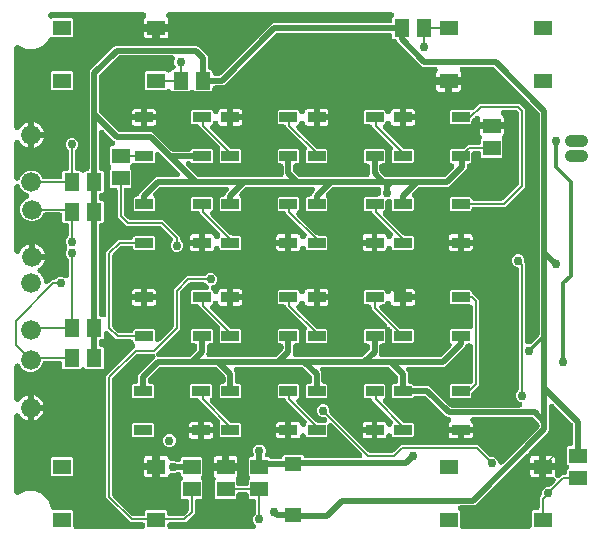
<source format=gbr>
G04 EAGLE Gerber RS-274X export*
G75*
%MOMM*%
%FSLAX34Y34*%
%LPD*%
%INTop Copper*%
%IPPOS*%
%AMOC8*
5,1,8,0,0,1.08239X$1,22.5*%
G01*
%ADD10C,1.676400*%
%ADD11C,1.008000*%
%ADD12R,1.550000X1.300000*%
%ADD13R,1.300000X1.500000*%
%ADD14R,1.500000X1.300000*%
%ADD15R,1.470000X1.270000*%
%ADD16R,1.500000X0.900000*%
%ADD17C,0.500000*%
%ADD18C,0.756400*%
%ADD19C,0.304800*%
%ADD20C,0.200000*%

G36*
X414194Y-321265D02*
X414194Y-321265D01*
X414374Y-321255D01*
X414417Y-321245D01*
X414460Y-321241D01*
X414634Y-321194D01*
X414809Y-321152D01*
X414849Y-321134D01*
X414891Y-321123D01*
X415053Y-321045D01*
X415218Y-320973D01*
X415254Y-320948D01*
X415293Y-320930D01*
X415440Y-320824D01*
X415589Y-320724D01*
X415620Y-320693D01*
X415655Y-320668D01*
X415780Y-320538D01*
X415909Y-320412D01*
X415935Y-320377D01*
X415965Y-320346D01*
X416064Y-320196D01*
X416169Y-320049D01*
X416188Y-320010D01*
X416212Y-319974D01*
X416283Y-319808D01*
X416360Y-319645D01*
X416372Y-319603D01*
X416389Y-319563D01*
X416430Y-319389D01*
X416477Y-319214D01*
X416480Y-319171D01*
X416490Y-319128D01*
X416499Y-318949D01*
X416514Y-318769D01*
X416510Y-318726D01*
X416512Y-318682D01*
X416489Y-318504D01*
X416472Y-318324D01*
X416460Y-318282D01*
X416455Y-318239D01*
X416400Y-318068D01*
X416351Y-317894D01*
X416332Y-317855D01*
X416319Y-317814D01*
X416235Y-317654D01*
X416156Y-317493D01*
X416130Y-317458D01*
X416110Y-317419D01*
X415998Y-317277D01*
X415892Y-317132D01*
X415861Y-317102D01*
X415834Y-317068D01*
X415699Y-316948D01*
X415568Y-316824D01*
X415532Y-316800D01*
X415500Y-316771D01*
X415345Y-316678D01*
X415195Y-316579D01*
X415141Y-316553D01*
X415118Y-316539D01*
X415083Y-316526D01*
X414971Y-316473D01*
X412933Y-315628D01*
X411446Y-314142D01*
X410642Y-312201D01*
X410642Y-310099D01*
X411446Y-308158D01*
X412692Y-306912D01*
X412812Y-306769D01*
X412936Y-306629D01*
X412955Y-306597D01*
X412979Y-306569D01*
X413071Y-306407D01*
X413168Y-306247D01*
X413181Y-306213D01*
X413199Y-306181D01*
X413261Y-306005D01*
X413328Y-305831D01*
X413335Y-305794D01*
X413348Y-305759D01*
X413377Y-305575D01*
X413412Y-305392D01*
X413415Y-305341D01*
X413418Y-305318D01*
X413417Y-305281D01*
X413424Y-305145D01*
X413424Y-204517D01*
X413424Y-204511D01*
X413424Y-204504D01*
X413404Y-204291D01*
X413384Y-204072D01*
X413383Y-204066D01*
X413382Y-204060D01*
X413325Y-203857D01*
X413266Y-203642D01*
X413263Y-203636D01*
X413261Y-203629D01*
X413168Y-203438D01*
X413073Y-203239D01*
X413069Y-203234D01*
X413066Y-203228D01*
X412939Y-203054D01*
X412811Y-202877D01*
X412806Y-202872D01*
X412802Y-202867D01*
X412646Y-202719D01*
X412489Y-202568D01*
X412483Y-202564D01*
X412478Y-202559D01*
X412298Y-202441D01*
X412117Y-202320D01*
X412111Y-202318D01*
X412105Y-202314D01*
X411881Y-202208D01*
X409758Y-201329D01*
X408271Y-199842D01*
X407467Y-197901D01*
X407467Y-195799D01*
X408271Y-193858D01*
X409758Y-192371D01*
X411699Y-191567D01*
X413801Y-191567D01*
X415742Y-192371D01*
X417229Y-193858D01*
X418033Y-195799D01*
X418033Y-197561D01*
X418049Y-197747D01*
X418061Y-197933D01*
X418069Y-197969D01*
X418073Y-198006D01*
X418122Y-198186D01*
X418166Y-198367D01*
X418181Y-198401D01*
X418191Y-198437D01*
X418272Y-198605D01*
X418348Y-198775D01*
X418368Y-198806D01*
X418384Y-198839D01*
X418426Y-198896D01*
X418426Y-265268D01*
X418430Y-265318D01*
X418428Y-265368D01*
X418450Y-265540D01*
X418466Y-265713D01*
X418479Y-265761D01*
X418485Y-265811D01*
X418538Y-265976D01*
X418584Y-266144D01*
X418606Y-266189D01*
X418621Y-266236D01*
X418702Y-266390D01*
X418777Y-266546D01*
X418807Y-266587D01*
X418830Y-266631D01*
X418937Y-266768D01*
X419039Y-266908D01*
X419075Y-266943D01*
X419106Y-266982D01*
X419236Y-267098D01*
X419361Y-267218D01*
X419403Y-267245D01*
X419441Y-267279D01*
X419589Y-267369D01*
X419733Y-267465D01*
X419779Y-267485D01*
X419822Y-267511D01*
X419984Y-267573D01*
X420144Y-267642D01*
X420192Y-267653D01*
X420239Y-267671D01*
X420410Y-267704D01*
X420579Y-267743D01*
X420629Y-267746D01*
X420678Y-267755D01*
X420925Y-267767D01*
X422245Y-267767D01*
X422431Y-267751D01*
X422617Y-267739D01*
X422653Y-267731D01*
X422690Y-267727D01*
X422870Y-267678D01*
X423051Y-267634D01*
X423085Y-267619D01*
X423121Y-267609D01*
X423289Y-267528D01*
X423459Y-267452D01*
X423490Y-267432D01*
X423523Y-267416D01*
X423674Y-267306D01*
X423829Y-267201D01*
X423866Y-267167D01*
X423885Y-267154D01*
X423911Y-267127D01*
X424012Y-267035D01*
X430242Y-260805D01*
X430362Y-260662D01*
X430486Y-260522D01*
X430505Y-260491D01*
X430529Y-260462D01*
X430621Y-260300D01*
X430718Y-260141D01*
X430731Y-260106D01*
X430749Y-260074D01*
X430811Y-259898D01*
X430878Y-259724D01*
X430885Y-259687D01*
X430898Y-259653D01*
X430927Y-259468D01*
X430962Y-259285D01*
X430965Y-259235D01*
X430968Y-259211D01*
X430967Y-259175D01*
X430974Y-259038D01*
X430974Y-72542D01*
X430958Y-72356D01*
X430946Y-72170D01*
X430938Y-72134D01*
X430934Y-72097D01*
X430885Y-71917D01*
X430841Y-71736D01*
X430826Y-71703D01*
X430816Y-71667D01*
X430735Y-71498D01*
X430659Y-71328D01*
X430639Y-71297D01*
X430623Y-71264D01*
X430514Y-71113D01*
X430408Y-70959D01*
X430374Y-70921D01*
X430361Y-70902D01*
X430334Y-70877D01*
X430242Y-70775D01*
X392775Y-33308D01*
X392632Y-33188D01*
X392492Y-33064D01*
X392460Y-33045D01*
X392432Y-33021D01*
X392270Y-32929D01*
X392110Y-32832D01*
X392076Y-32819D01*
X392044Y-32801D01*
X391868Y-32739D01*
X391694Y-32672D01*
X391657Y-32665D01*
X391622Y-32652D01*
X391438Y-32623D01*
X391255Y-32588D01*
X391204Y-32585D01*
X391181Y-32582D01*
X391144Y-32583D01*
X391008Y-32576D01*
X365678Y-32576D01*
X365541Y-32588D01*
X365404Y-32591D01*
X365319Y-32608D01*
X365233Y-32616D01*
X365100Y-32652D01*
X364966Y-32679D01*
X364885Y-32711D01*
X364802Y-32734D01*
X364678Y-32793D01*
X364551Y-32844D01*
X364477Y-32890D01*
X364399Y-32927D01*
X364288Y-33008D01*
X364172Y-33080D01*
X364108Y-33138D01*
X364037Y-33189D01*
X363942Y-33288D01*
X363841Y-33380D01*
X363788Y-33449D01*
X363728Y-33511D01*
X363652Y-33626D01*
X363568Y-33734D01*
X363529Y-33811D01*
X363481Y-33883D01*
X363426Y-34009D01*
X363363Y-34131D01*
X363338Y-34214D01*
X363304Y-34294D01*
X363273Y-34427D01*
X363232Y-34558D01*
X363222Y-34644D01*
X363202Y-34729D01*
X363196Y-34865D01*
X363179Y-35002D01*
X363185Y-35088D01*
X363180Y-35175D01*
X363198Y-35311D01*
X363206Y-35448D01*
X363227Y-35532D01*
X363238Y-35618D01*
X363280Y-35748D01*
X363312Y-35882D01*
X363347Y-35961D01*
X363374Y-36043D01*
X363438Y-36164D01*
X363493Y-36290D01*
X363542Y-36362D01*
X363583Y-36438D01*
X363656Y-36531D01*
X364068Y-37244D01*
X364241Y-37891D01*
X364241Y-41476D01*
X354700Y-41476D01*
X354650Y-41480D01*
X354600Y-41478D01*
X354429Y-41500D01*
X354255Y-41516D01*
X354207Y-41529D01*
X354157Y-41535D01*
X353992Y-41588D01*
X353962Y-41596D01*
X353933Y-41590D01*
X353886Y-41572D01*
X353715Y-41539D01*
X353546Y-41500D01*
X353496Y-41497D01*
X353447Y-41488D01*
X353200Y-41476D01*
X343659Y-41476D01*
X343659Y-37891D01*
X343832Y-37244D01*
X344232Y-36552D01*
X344276Y-36500D01*
X344344Y-36381D01*
X344419Y-36267D01*
X344454Y-36187D01*
X344497Y-36112D01*
X344542Y-35982D01*
X344596Y-35856D01*
X344616Y-35772D01*
X344645Y-35690D01*
X344667Y-35555D01*
X344698Y-35421D01*
X344702Y-35335D01*
X344716Y-35249D01*
X344713Y-35112D01*
X344720Y-34975D01*
X344709Y-34889D01*
X344707Y-34803D01*
X344680Y-34668D01*
X344662Y-34532D01*
X344636Y-34450D01*
X344619Y-34365D01*
X344568Y-34237D01*
X344526Y-34107D01*
X344486Y-34030D01*
X344454Y-33950D01*
X344381Y-33833D01*
X344317Y-33712D01*
X344264Y-33644D01*
X344218Y-33570D01*
X344126Y-33469D01*
X344041Y-33361D01*
X343976Y-33303D01*
X343918Y-33239D01*
X343810Y-33155D01*
X343707Y-33064D01*
X343633Y-33019D01*
X343564Y-32967D01*
X343442Y-32904D01*
X343325Y-32832D01*
X343245Y-32801D01*
X343167Y-32761D01*
X343036Y-32721D01*
X342908Y-32672D01*
X342823Y-32655D01*
X342741Y-32630D01*
X342604Y-32614D01*
X342470Y-32588D01*
X342334Y-32581D01*
X342297Y-32577D01*
X342273Y-32578D01*
X342222Y-32576D01*
X332579Y-32576D01*
X331109Y-31967D01*
X329632Y-30490D01*
X310958Y-11816D01*
X310431Y-10544D01*
X310428Y-10538D01*
X310426Y-10532D01*
X310325Y-10341D01*
X310224Y-10148D01*
X310220Y-10143D01*
X310217Y-10137D01*
X310082Y-9965D01*
X309950Y-9795D01*
X309945Y-9791D01*
X309941Y-9786D01*
X309777Y-9640D01*
X309617Y-9497D01*
X309612Y-9494D01*
X309607Y-9489D01*
X309421Y-9377D01*
X309237Y-9263D01*
X309231Y-9261D01*
X309225Y-9257D01*
X309020Y-9178D01*
X308821Y-9100D01*
X308814Y-9099D01*
X308808Y-9097D01*
X308593Y-9056D01*
X308382Y-9014D01*
X308376Y-9014D01*
X308369Y-9013D01*
X308122Y-9001D01*
X307228Y-9001D01*
X306349Y-8122D01*
X306349Y-6500D01*
X306345Y-6450D01*
X306347Y-6400D01*
X306325Y-6228D01*
X306309Y-6055D01*
X306296Y-6007D01*
X306290Y-5957D01*
X306237Y-5792D01*
X306191Y-5624D01*
X306169Y-5579D01*
X306154Y-5532D01*
X306073Y-5378D01*
X305998Y-5222D01*
X305968Y-5181D01*
X305945Y-5137D01*
X305838Y-5000D01*
X305736Y-4860D01*
X305700Y-4825D01*
X305669Y-4786D01*
X305539Y-4670D01*
X305414Y-4550D01*
X305372Y-4523D01*
X305334Y-4489D01*
X305186Y-4399D01*
X305042Y-4303D01*
X304996Y-4283D01*
X304953Y-4257D01*
X304791Y-4195D01*
X304631Y-4126D01*
X304583Y-4115D01*
X304536Y-4097D01*
X304365Y-4064D01*
X304196Y-4025D01*
X304146Y-4022D01*
X304097Y-4013D01*
X303850Y-4001D01*
X209067Y-4001D01*
X208881Y-4017D01*
X208695Y-4029D01*
X208659Y-4037D01*
X208622Y-4041D01*
X208442Y-4090D01*
X208261Y-4134D01*
X208228Y-4149D01*
X208192Y-4159D01*
X208023Y-4240D01*
X207853Y-4316D01*
X207822Y-4336D01*
X207789Y-4352D01*
X207638Y-4462D01*
X207484Y-4567D01*
X207446Y-4601D01*
X207427Y-4614D01*
X207402Y-4641D01*
X207300Y-4733D01*
X164191Y-47842D01*
X162721Y-48451D01*
X156525Y-48451D01*
X156475Y-48455D01*
X156425Y-48453D01*
X156253Y-48475D01*
X156080Y-48491D01*
X156032Y-48504D01*
X155982Y-48510D01*
X155817Y-48563D01*
X155649Y-48609D01*
X155604Y-48631D01*
X155557Y-48646D01*
X155403Y-48727D01*
X155247Y-48802D01*
X155206Y-48832D01*
X155162Y-48855D01*
X155025Y-48962D01*
X154885Y-49064D01*
X154850Y-49100D01*
X154811Y-49131D01*
X154695Y-49261D01*
X154575Y-49386D01*
X154548Y-49428D01*
X154514Y-49466D01*
X154424Y-49614D01*
X154328Y-49758D01*
X154308Y-49804D01*
X154282Y-49847D01*
X154220Y-50009D01*
X154151Y-50169D01*
X154140Y-50217D01*
X154122Y-50264D01*
X154089Y-50435D01*
X154050Y-50604D01*
X154047Y-50654D01*
X154038Y-50703D01*
X154026Y-50950D01*
X154026Y-52572D01*
X153147Y-53451D01*
X138903Y-53451D01*
X138292Y-52840D01*
X138254Y-52807D01*
X138220Y-52770D01*
X138083Y-52664D01*
X137949Y-52553D01*
X137906Y-52529D01*
X137866Y-52498D01*
X137712Y-52418D01*
X137561Y-52332D01*
X137514Y-52316D01*
X137469Y-52293D01*
X137303Y-52242D01*
X137140Y-52184D01*
X137090Y-52176D01*
X137042Y-52162D01*
X136870Y-52141D01*
X136699Y-52114D01*
X136649Y-52115D01*
X136599Y-52109D01*
X136425Y-52119D01*
X136252Y-52123D01*
X136203Y-52132D01*
X136153Y-52135D01*
X135984Y-52177D01*
X135814Y-52211D01*
X135768Y-52229D01*
X135719Y-52241D01*
X135560Y-52312D01*
X135399Y-52376D01*
X135356Y-52402D01*
X135311Y-52422D01*
X135167Y-52520D01*
X135020Y-52612D01*
X134983Y-52645D01*
X134941Y-52673D01*
X134758Y-52840D01*
X134147Y-53451D01*
X119903Y-53451D01*
X118755Y-52302D01*
X118716Y-52270D01*
X118683Y-52233D01*
X118545Y-52127D01*
X118412Y-52016D01*
X118368Y-51991D01*
X118329Y-51960D01*
X118174Y-51881D01*
X118024Y-51795D01*
X117976Y-51778D01*
X117932Y-51755D01*
X117766Y-51704D01*
X117602Y-51647D01*
X117553Y-51639D01*
X117505Y-51624D01*
X117333Y-51604D01*
X117161Y-51576D01*
X117111Y-51577D01*
X117061Y-51571D01*
X116888Y-51582D01*
X116714Y-51585D01*
X116665Y-51595D01*
X116615Y-51598D01*
X116447Y-51639D01*
X116277Y-51673D01*
X116230Y-51692D01*
X116181Y-51704D01*
X116023Y-51774D01*
X115861Y-51838D01*
X115819Y-51865D01*
X115773Y-51885D01*
X115629Y-51983D01*
X115482Y-52074D01*
X115445Y-52108D01*
X115404Y-52136D01*
X115220Y-52302D01*
X114797Y-52726D01*
X98053Y-52726D01*
X97174Y-51847D01*
X97174Y-37603D01*
X98053Y-36724D01*
X114797Y-36724D01*
X114945Y-36873D01*
X114984Y-36905D01*
X115017Y-36942D01*
X115155Y-37048D01*
X115288Y-37159D01*
X115332Y-37184D01*
X115371Y-37215D01*
X115526Y-37294D01*
X115676Y-37380D01*
X115724Y-37397D01*
X115768Y-37420D01*
X115934Y-37471D01*
X116098Y-37528D01*
X116147Y-37536D01*
X116195Y-37551D01*
X116367Y-37571D01*
X116539Y-37599D01*
X116589Y-37598D01*
X116639Y-37604D01*
X116812Y-37593D01*
X116985Y-37590D01*
X117035Y-37580D01*
X117085Y-37577D01*
X117253Y-37536D01*
X117423Y-37502D01*
X117470Y-37483D01*
X117519Y-37471D01*
X117677Y-37401D01*
X117839Y-37337D01*
X117881Y-37310D01*
X117927Y-37290D01*
X118071Y-37192D01*
X118218Y-37101D01*
X118255Y-37067D01*
X118296Y-37039D01*
X118480Y-36873D01*
X119903Y-35449D01*
X120389Y-35449D01*
X120482Y-35441D01*
X120576Y-35442D01*
X120704Y-35421D01*
X120834Y-35409D01*
X120924Y-35385D01*
X121016Y-35369D01*
X121139Y-35325D01*
X121265Y-35291D01*
X121349Y-35250D01*
X121437Y-35219D01*
X121550Y-35154D01*
X121667Y-35098D01*
X121743Y-35043D01*
X121824Y-34996D01*
X121924Y-34912D01*
X122029Y-34836D01*
X122094Y-34768D01*
X122165Y-34708D01*
X122249Y-34607D01*
X122339Y-34514D01*
X122390Y-34436D01*
X122450Y-34364D01*
X122514Y-34250D01*
X122586Y-34142D01*
X122623Y-34056D01*
X122669Y-33974D01*
X122711Y-33851D01*
X122763Y-33731D01*
X122784Y-33641D01*
X122815Y-33552D01*
X122835Y-33423D01*
X122864Y-33296D01*
X122869Y-33203D01*
X122883Y-33111D01*
X122880Y-32980D01*
X122886Y-32850D01*
X122874Y-32758D01*
X122872Y-32664D01*
X122845Y-32536D01*
X122829Y-32407D01*
X122800Y-32318D01*
X122781Y-32227D01*
X122698Y-31994D01*
X121717Y-29626D01*
X121717Y-27524D01*
X122139Y-26506D01*
X122167Y-26417D01*
X122204Y-26331D01*
X122233Y-26205D01*
X122272Y-26080D01*
X122284Y-25987D01*
X122305Y-25896D01*
X122311Y-25766D01*
X122328Y-25637D01*
X122322Y-25543D01*
X122327Y-25450D01*
X122310Y-25321D01*
X122303Y-25191D01*
X122282Y-25100D01*
X122269Y-25007D01*
X122230Y-24883D01*
X122200Y-24756D01*
X122162Y-24671D01*
X122134Y-24582D01*
X122073Y-24466D01*
X122021Y-24347D01*
X121968Y-24270D01*
X121925Y-24187D01*
X121844Y-24084D01*
X121771Y-23976D01*
X121706Y-23909D01*
X121649Y-23836D01*
X121551Y-23749D01*
X121460Y-23656D01*
X121384Y-23601D01*
X121314Y-23539D01*
X121203Y-23472D01*
X121097Y-23396D01*
X121012Y-23356D01*
X120933Y-23307D01*
X120811Y-23260D01*
X120693Y-23205D01*
X120603Y-23180D01*
X120516Y-23147D01*
X120388Y-23122D01*
X120262Y-23088D01*
X120169Y-23081D01*
X120077Y-23063D01*
X119830Y-23051D01*
X75717Y-23051D01*
X75531Y-23067D01*
X75345Y-23079D01*
X75309Y-23087D01*
X75272Y-23091D01*
X75092Y-23140D01*
X74911Y-23184D01*
X74878Y-23199D01*
X74842Y-23209D01*
X74673Y-23290D01*
X74503Y-23366D01*
X74472Y-23386D01*
X74439Y-23402D01*
X74288Y-23512D01*
X74134Y-23617D01*
X74096Y-23651D01*
X74077Y-23664D01*
X74052Y-23691D01*
X73950Y-23783D01*
X58683Y-39050D01*
X58563Y-39193D01*
X58439Y-39333D01*
X58420Y-39365D01*
X58396Y-39393D01*
X58304Y-39555D01*
X58207Y-39715D01*
X58194Y-39749D01*
X58176Y-39781D01*
X58114Y-39957D01*
X58047Y-40131D01*
X58040Y-40168D01*
X58027Y-40203D01*
X57998Y-40387D01*
X57963Y-40570D01*
X57960Y-40621D01*
X57957Y-40644D01*
X57958Y-40681D01*
X57951Y-40817D01*
X57951Y-70308D01*
X57967Y-70494D01*
X57979Y-70680D01*
X57987Y-70716D01*
X57991Y-70753D01*
X58040Y-70933D01*
X58084Y-71114D01*
X58099Y-71147D01*
X58109Y-71183D01*
X58190Y-71352D01*
X58266Y-71522D01*
X58286Y-71553D01*
X58302Y-71586D01*
X58412Y-71737D01*
X58517Y-71891D01*
X58551Y-71929D01*
X58564Y-71948D01*
X58591Y-71973D01*
X58683Y-72075D01*
X73950Y-87342D01*
X74093Y-87462D01*
X74233Y-87586D01*
X74265Y-87605D01*
X74293Y-87629D01*
X74455Y-87721D01*
X74615Y-87818D01*
X74649Y-87831D01*
X74681Y-87849D01*
X74857Y-87911D01*
X75031Y-87978D01*
X75068Y-87985D01*
X75103Y-87998D01*
X75287Y-88027D01*
X75470Y-88062D01*
X75521Y-88065D01*
X75544Y-88068D01*
X75581Y-88067D01*
X75717Y-88074D01*
X102396Y-88074D01*
X103866Y-88683D01*
X119025Y-103842D01*
X119168Y-103962D01*
X119308Y-104086D01*
X119340Y-104105D01*
X119368Y-104129D01*
X119530Y-104221D01*
X119690Y-104318D01*
X119724Y-104331D01*
X119756Y-104349D01*
X119932Y-104411D01*
X120106Y-104478D01*
X120143Y-104485D01*
X120178Y-104498D01*
X120362Y-104527D01*
X120545Y-104562D01*
X120596Y-104565D01*
X120619Y-104568D01*
X120656Y-104567D01*
X120792Y-104574D01*
X133993Y-104574D01*
X134179Y-104558D01*
X134365Y-104546D01*
X134401Y-104538D01*
X134438Y-104534D01*
X134618Y-104485D01*
X134799Y-104441D01*
X134833Y-104426D01*
X134869Y-104416D01*
X135037Y-104335D01*
X135207Y-104259D01*
X135238Y-104239D01*
X135271Y-104223D01*
X135423Y-104113D01*
X135577Y-104008D01*
X135614Y-103974D01*
X135633Y-103961D01*
X135659Y-103934D01*
X135760Y-103842D01*
X137028Y-102574D01*
X153272Y-102574D01*
X154151Y-103453D01*
X154151Y-113697D01*
X153272Y-114576D01*
X137028Y-114576D01*
X135760Y-113308D01*
X135617Y-113188D01*
X135478Y-113064D01*
X135446Y-113045D01*
X135418Y-113021D01*
X135256Y-112929D01*
X135096Y-112832D01*
X135061Y-112819D01*
X135029Y-112801D01*
X134853Y-112739D01*
X134679Y-112672D01*
X134643Y-112665D01*
X134608Y-112652D01*
X134424Y-112623D01*
X134240Y-112588D01*
X134190Y-112585D01*
X134167Y-112582D01*
X134130Y-112583D01*
X133993Y-112576D01*
X133792Y-112576D01*
X133656Y-112588D01*
X133519Y-112591D01*
X133434Y-112608D01*
X133347Y-112616D01*
X133215Y-112652D01*
X133081Y-112679D01*
X133001Y-112711D01*
X132917Y-112734D01*
X132793Y-112793D01*
X132666Y-112844D01*
X132592Y-112890D01*
X132514Y-112927D01*
X132403Y-113008D01*
X132287Y-113080D01*
X132223Y-113138D01*
X132152Y-113189D01*
X132057Y-113288D01*
X131956Y-113380D01*
X131903Y-113449D01*
X131843Y-113511D01*
X131767Y-113625D01*
X131683Y-113734D01*
X131644Y-113811D01*
X131595Y-113883D01*
X131541Y-114009D01*
X131478Y-114131D01*
X131453Y-114214D01*
X131418Y-114294D01*
X131387Y-114427D01*
X131347Y-114558D01*
X131337Y-114644D01*
X131317Y-114729D01*
X131310Y-114865D01*
X131294Y-115001D01*
X131299Y-115088D01*
X131295Y-115175D01*
X131313Y-115310D01*
X131321Y-115447D01*
X131342Y-115532D01*
X131353Y-115618D01*
X131394Y-115748D01*
X131427Y-115881D01*
X131462Y-115960D01*
X131488Y-116043D01*
X131552Y-116164D01*
X131608Y-116289D01*
X131657Y-116361D01*
X131698Y-116438D01*
X131782Y-116546D01*
X131859Y-116659D01*
X131951Y-116760D01*
X131974Y-116789D01*
X131991Y-116805D01*
X132025Y-116842D01*
X140625Y-125442D01*
X140768Y-125562D01*
X140908Y-125686D01*
X140940Y-125705D01*
X140968Y-125729D01*
X141130Y-125821D01*
X141290Y-125918D01*
X141324Y-125931D01*
X141356Y-125949D01*
X141532Y-126011D01*
X141706Y-126078D01*
X141743Y-126085D01*
X141778Y-126098D01*
X141962Y-126127D01*
X142145Y-126162D01*
X142196Y-126165D01*
X142219Y-126168D01*
X142256Y-126167D01*
X142392Y-126174D01*
X211675Y-126174D01*
X211725Y-126170D01*
X211775Y-126172D01*
X211947Y-126150D01*
X212120Y-126134D01*
X212168Y-126121D01*
X212218Y-126115D01*
X212383Y-126062D01*
X212551Y-126016D01*
X212596Y-125994D01*
X212643Y-125979D01*
X212797Y-125898D01*
X212953Y-125823D01*
X212994Y-125793D01*
X213038Y-125770D01*
X213175Y-125663D01*
X213315Y-125561D01*
X213350Y-125525D01*
X213389Y-125494D01*
X213505Y-125364D01*
X213625Y-125239D01*
X213652Y-125197D01*
X213686Y-125159D01*
X213776Y-125011D01*
X213872Y-124867D01*
X213892Y-124821D01*
X213918Y-124778D01*
X213980Y-124616D01*
X214049Y-124456D01*
X214060Y-124408D01*
X214078Y-124361D01*
X214111Y-124190D01*
X214150Y-124021D01*
X214153Y-123971D01*
X214162Y-123922D01*
X214174Y-123675D01*
X214174Y-117075D01*
X214170Y-117025D01*
X214172Y-116975D01*
X214150Y-116803D01*
X214134Y-116630D01*
X214121Y-116582D01*
X214115Y-116532D01*
X214062Y-116367D01*
X214016Y-116199D01*
X213994Y-116154D01*
X213979Y-116107D01*
X213898Y-115954D01*
X213823Y-115797D01*
X213793Y-115756D01*
X213770Y-115712D01*
X213663Y-115575D01*
X213561Y-115435D01*
X213525Y-115400D01*
X213494Y-115361D01*
X213364Y-115245D01*
X213239Y-115125D01*
X213197Y-115098D01*
X213159Y-115064D01*
X213011Y-114974D01*
X212867Y-114878D01*
X212821Y-114858D01*
X212778Y-114832D01*
X212616Y-114770D01*
X212456Y-114701D01*
X212408Y-114690D01*
X212361Y-114672D01*
X212190Y-114639D01*
X212021Y-114600D01*
X211971Y-114597D01*
X211922Y-114588D01*
X211675Y-114576D01*
X210053Y-114576D01*
X209174Y-113697D01*
X209174Y-103453D01*
X210053Y-102574D01*
X226297Y-102574D01*
X227176Y-103453D01*
X227176Y-113697D01*
X226297Y-114576D01*
X224675Y-114576D01*
X224625Y-114580D01*
X224575Y-114578D01*
X224403Y-114600D01*
X224230Y-114616D01*
X224182Y-114629D01*
X224132Y-114635D01*
X223967Y-114688D01*
X223799Y-114734D01*
X223754Y-114756D01*
X223707Y-114771D01*
X223553Y-114852D01*
X223397Y-114927D01*
X223356Y-114957D01*
X223312Y-114980D01*
X223175Y-115087D01*
X223035Y-115189D01*
X223000Y-115225D01*
X222961Y-115256D01*
X222845Y-115386D01*
X222725Y-115511D01*
X222698Y-115553D01*
X222664Y-115591D01*
X222574Y-115739D01*
X222478Y-115883D01*
X222458Y-115929D01*
X222432Y-115972D01*
X222370Y-116134D01*
X222301Y-116294D01*
X222290Y-116342D01*
X222272Y-116389D01*
X222239Y-116560D01*
X222200Y-116729D01*
X222197Y-116779D01*
X222188Y-116828D01*
X222176Y-117075D01*
X222176Y-120233D01*
X222192Y-120419D01*
X222204Y-120605D01*
X222212Y-120641D01*
X222216Y-120678D01*
X222265Y-120857D01*
X222309Y-121039D01*
X222324Y-121073D01*
X222334Y-121108D01*
X222415Y-121276D01*
X222491Y-121447D01*
X222511Y-121478D01*
X222527Y-121511D01*
X222637Y-121662D01*
X222742Y-121816D01*
X222776Y-121854D01*
X222789Y-121873D01*
X222816Y-121898D01*
X222908Y-122000D01*
X226350Y-125442D01*
X226493Y-125562D01*
X226633Y-125686D01*
X226665Y-125705D01*
X226693Y-125729D01*
X226855Y-125821D01*
X227015Y-125918D01*
X227049Y-125931D01*
X227081Y-125949D01*
X227257Y-126011D01*
X227431Y-126078D01*
X227468Y-126085D01*
X227503Y-126098D01*
X227687Y-126127D01*
X227870Y-126162D01*
X227921Y-126165D01*
X227944Y-126168D01*
X227981Y-126167D01*
X228117Y-126174D01*
X284700Y-126174D01*
X284750Y-126170D01*
X284800Y-126172D01*
X284972Y-126150D01*
X285145Y-126134D01*
X285193Y-126121D01*
X285243Y-126115D01*
X285408Y-126062D01*
X285576Y-126016D01*
X285621Y-125994D01*
X285668Y-125979D01*
X285822Y-125898D01*
X285978Y-125823D01*
X286019Y-125793D01*
X286063Y-125770D01*
X286200Y-125663D01*
X286340Y-125561D01*
X286375Y-125525D01*
X286414Y-125494D01*
X286530Y-125364D01*
X286650Y-125239D01*
X286677Y-125197D01*
X286711Y-125159D01*
X286801Y-125011D01*
X286897Y-124867D01*
X286917Y-124821D01*
X286943Y-124778D01*
X287005Y-124616D01*
X287074Y-124456D01*
X287085Y-124408D01*
X287103Y-124361D01*
X287136Y-124190D01*
X287175Y-124021D01*
X287178Y-123971D01*
X287187Y-123922D01*
X287199Y-123675D01*
X287199Y-117075D01*
X287195Y-117025D01*
X287197Y-116975D01*
X287175Y-116803D01*
X287159Y-116630D01*
X287146Y-116582D01*
X287140Y-116532D01*
X287087Y-116367D01*
X287041Y-116199D01*
X287019Y-116154D01*
X287004Y-116107D01*
X286923Y-115954D01*
X286848Y-115797D01*
X286818Y-115756D01*
X286795Y-115712D01*
X286688Y-115575D01*
X286586Y-115435D01*
X286550Y-115400D01*
X286519Y-115361D01*
X286389Y-115245D01*
X286264Y-115125D01*
X286222Y-115098D01*
X286184Y-115064D01*
X286036Y-114974D01*
X285892Y-114878D01*
X285846Y-114858D01*
X285803Y-114832D01*
X285641Y-114770D01*
X285481Y-114701D01*
X285433Y-114690D01*
X285386Y-114672D01*
X285215Y-114639D01*
X285046Y-114600D01*
X284996Y-114597D01*
X284947Y-114588D01*
X284700Y-114576D01*
X283078Y-114576D01*
X282199Y-113697D01*
X282199Y-103453D01*
X283078Y-102574D01*
X299322Y-102574D01*
X300201Y-103453D01*
X300201Y-113697D01*
X299322Y-114576D01*
X297700Y-114576D01*
X297650Y-114580D01*
X297600Y-114578D01*
X297428Y-114600D01*
X297255Y-114616D01*
X297207Y-114629D01*
X297157Y-114635D01*
X296992Y-114688D01*
X296824Y-114734D01*
X296779Y-114756D01*
X296732Y-114771D01*
X296578Y-114852D01*
X296422Y-114927D01*
X296381Y-114957D01*
X296337Y-114980D01*
X296200Y-115087D01*
X296060Y-115189D01*
X296025Y-115225D01*
X295986Y-115256D01*
X295870Y-115386D01*
X295750Y-115511D01*
X295723Y-115553D01*
X295689Y-115591D01*
X295599Y-115739D01*
X295503Y-115883D01*
X295483Y-115929D01*
X295457Y-115972D01*
X295395Y-116134D01*
X295326Y-116294D01*
X295315Y-116342D01*
X295297Y-116389D01*
X295264Y-116560D01*
X295225Y-116729D01*
X295222Y-116779D01*
X295213Y-116828D01*
X295201Y-117075D01*
X295201Y-120233D01*
X295217Y-120419D01*
X295229Y-120605D01*
X295237Y-120641D01*
X295241Y-120678D01*
X295290Y-120857D01*
X295334Y-121039D01*
X295349Y-121073D01*
X295359Y-121108D01*
X295440Y-121276D01*
X295516Y-121447D01*
X295536Y-121478D01*
X295552Y-121511D01*
X295662Y-121662D01*
X295767Y-121816D01*
X295801Y-121854D01*
X295814Y-121873D01*
X295841Y-121898D01*
X295933Y-122000D01*
X299375Y-125442D01*
X299518Y-125562D01*
X299658Y-125686D01*
X299690Y-125705D01*
X299718Y-125729D01*
X299880Y-125821D01*
X300040Y-125918D01*
X300074Y-125931D01*
X300106Y-125949D01*
X300282Y-126011D01*
X300456Y-126078D01*
X300493Y-126085D01*
X300528Y-126098D01*
X300712Y-126127D01*
X300895Y-126162D01*
X300946Y-126165D01*
X300969Y-126168D01*
X301006Y-126167D01*
X301142Y-126174D01*
X349733Y-126174D01*
X349919Y-126158D01*
X350105Y-126146D01*
X350141Y-126138D01*
X350178Y-126134D01*
X350358Y-126085D01*
X350539Y-126041D01*
X350572Y-126026D01*
X350608Y-126016D01*
X350777Y-125935D01*
X350947Y-125859D01*
X350978Y-125839D01*
X351011Y-125823D01*
X351162Y-125713D01*
X351316Y-125608D01*
X351354Y-125574D01*
X351373Y-125561D01*
X351398Y-125534D01*
X351500Y-125442D01*
X358100Y-118842D01*
X358188Y-118737D01*
X358282Y-118639D01*
X358331Y-118566D01*
X358386Y-118499D01*
X358454Y-118381D01*
X358530Y-118267D01*
X358564Y-118187D01*
X358607Y-118111D01*
X358652Y-117982D01*
X358707Y-117856D01*
X358726Y-117772D01*
X358755Y-117690D01*
X358777Y-117554D01*
X358808Y-117421D01*
X358812Y-117335D01*
X358826Y-117249D01*
X358823Y-117112D01*
X358830Y-116975D01*
X358819Y-116889D01*
X358817Y-116802D01*
X358790Y-116668D01*
X358772Y-116532D01*
X358746Y-116449D01*
X358729Y-116364D01*
X358678Y-116237D01*
X358637Y-116107D01*
X358596Y-116030D01*
X358564Y-115949D01*
X358492Y-115833D01*
X358427Y-115712D01*
X358374Y-115644D01*
X358328Y-115570D01*
X358236Y-115468D01*
X358151Y-115361D01*
X358086Y-115303D01*
X358028Y-115239D01*
X357920Y-115155D01*
X357817Y-115064D01*
X357743Y-115019D01*
X357674Y-114966D01*
X357552Y-114903D01*
X357436Y-114832D01*
X357354Y-114801D01*
X357277Y-114761D01*
X357146Y-114721D01*
X357019Y-114672D01*
X356933Y-114655D01*
X356850Y-114630D01*
X356714Y-114614D01*
X356580Y-114588D01*
X356443Y-114581D01*
X356407Y-114577D01*
X356383Y-114578D01*
X356333Y-114576D01*
X356103Y-114576D01*
X355224Y-113697D01*
X355224Y-103453D01*
X356103Y-102574D01*
X365654Y-102574D01*
X365840Y-102558D01*
X366026Y-102546D01*
X366062Y-102538D01*
X366099Y-102534D01*
X366279Y-102485D01*
X366460Y-102441D01*
X366494Y-102426D01*
X366530Y-102416D01*
X366698Y-102335D01*
X366868Y-102259D01*
X366899Y-102239D01*
X366932Y-102223D01*
X367083Y-102113D01*
X367238Y-102008D01*
X367275Y-101974D01*
X367294Y-101961D01*
X367320Y-101934D01*
X367421Y-101842D01*
X370189Y-99074D01*
X379025Y-99074D01*
X379075Y-99070D01*
X379125Y-99072D01*
X379297Y-99050D01*
X379470Y-99034D01*
X379518Y-99021D01*
X379568Y-99015D01*
X379733Y-98962D01*
X379901Y-98916D01*
X379946Y-98894D01*
X379993Y-98879D01*
X380147Y-98798D01*
X380303Y-98723D01*
X380344Y-98693D01*
X380388Y-98670D01*
X380525Y-98563D01*
X380665Y-98461D01*
X380700Y-98425D01*
X380739Y-98394D01*
X380855Y-98264D01*
X380975Y-98139D01*
X381002Y-98097D01*
X381036Y-98059D01*
X381126Y-97911D01*
X381222Y-97767D01*
X381242Y-97721D01*
X381268Y-97678D01*
X381330Y-97516D01*
X381399Y-97356D01*
X381410Y-97308D01*
X381428Y-97261D01*
X381461Y-97090D01*
X381500Y-96921D01*
X381503Y-96871D01*
X381512Y-96822D01*
X381524Y-96575D01*
X381524Y-94434D01*
X381575Y-94368D01*
X381686Y-94235D01*
X381711Y-94191D01*
X381742Y-94152D01*
X381821Y-93997D01*
X381907Y-93847D01*
X381924Y-93799D01*
X381947Y-93755D01*
X381998Y-93589D01*
X382055Y-93425D01*
X382063Y-93376D01*
X382078Y-93328D01*
X382099Y-93155D01*
X382126Y-92984D01*
X382125Y-92934D01*
X382131Y-92884D01*
X382121Y-92711D01*
X382117Y-92537D01*
X382107Y-92488D01*
X382104Y-92438D01*
X382063Y-92270D01*
X382029Y-92100D01*
X382010Y-92053D01*
X381998Y-92004D01*
X381928Y-91846D01*
X381864Y-91684D01*
X381838Y-91642D01*
X381817Y-91596D01*
X381720Y-91453D01*
X381628Y-91305D01*
X381594Y-91268D01*
X381566Y-91227D01*
X381400Y-91043D01*
X380992Y-90635D01*
X380657Y-90056D01*
X380484Y-89409D01*
X380484Y-85824D01*
X389775Y-85824D01*
X389825Y-85820D01*
X389875Y-85822D01*
X390046Y-85800D01*
X390220Y-85784D01*
X390268Y-85771D01*
X390318Y-85765D01*
X390483Y-85712D01*
X390513Y-85704D01*
X390542Y-85710D01*
X390589Y-85728D01*
X390760Y-85761D01*
X390929Y-85800D01*
X390979Y-85803D01*
X391028Y-85812D01*
X391275Y-85824D01*
X400566Y-85824D01*
X400566Y-89409D01*
X400393Y-90056D01*
X400058Y-90635D01*
X399650Y-91043D01*
X399618Y-91082D01*
X399581Y-91115D01*
X399475Y-91253D01*
X399364Y-91386D01*
X399339Y-91429D01*
X399308Y-91469D01*
X399229Y-91624D01*
X399143Y-91774D01*
X399126Y-91821D01*
X399103Y-91866D01*
X399052Y-92032D01*
X398995Y-92196D01*
X398987Y-92245D01*
X398972Y-92293D01*
X398951Y-92465D01*
X398924Y-92637D01*
X398925Y-92687D01*
X398919Y-92737D01*
X398929Y-92910D01*
X398933Y-93083D01*
X398943Y-93133D01*
X398946Y-93182D01*
X398987Y-93351D01*
X399021Y-93521D01*
X399040Y-93568D01*
X399052Y-93616D01*
X399122Y-93775D01*
X399186Y-93936D01*
X399212Y-93979D01*
X399233Y-94025D01*
X399330Y-94168D01*
X399422Y-94316D01*
X399456Y-94353D01*
X399484Y-94394D01*
X399526Y-94440D01*
X399526Y-108697D01*
X398647Y-109576D01*
X382403Y-109576D01*
X381524Y-108697D01*
X381524Y-106575D01*
X381520Y-106525D01*
X381522Y-106475D01*
X381500Y-106303D01*
X381484Y-106130D01*
X381471Y-106082D01*
X381465Y-106032D01*
X381412Y-105867D01*
X381366Y-105699D01*
X381344Y-105654D01*
X381329Y-105607D01*
X381248Y-105453D01*
X381173Y-105297D01*
X381143Y-105256D01*
X381120Y-105212D01*
X381013Y-105075D01*
X380911Y-104935D01*
X380875Y-104900D01*
X380844Y-104861D01*
X380714Y-104745D01*
X380589Y-104625D01*
X380547Y-104598D01*
X380509Y-104564D01*
X380361Y-104474D01*
X380217Y-104378D01*
X380171Y-104358D01*
X380128Y-104332D01*
X379966Y-104270D01*
X379806Y-104201D01*
X379758Y-104190D01*
X379711Y-104172D01*
X379540Y-104139D01*
X379371Y-104100D01*
X379321Y-104097D01*
X379272Y-104088D01*
X379025Y-104076D01*
X375725Y-104076D01*
X375675Y-104080D01*
X375625Y-104078D01*
X375453Y-104100D01*
X375280Y-104116D01*
X375232Y-104129D01*
X375182Y-104135D01*
X375017Y-104188D01*
X374849Y-104234D01*
X374804Y-104256D01*
X374757Y-104271D01*
X374603Y-104352D01*
X374447Y-104427D01*
X374406Y-104457D01*
X374362Y-104480D01*
X374225Y-104587D01*
X374085Y-104689D01*
X374050Y-104725D01*
X374011Y-104756D01*
X373895Y-104886D01*
X373775Y-105011D01*
X373748Y-105053D01*
X373714Y-105091D01*
X373624Y-105239D01*
X373528Y-105383D01*
X373508Y-105429D01*
X373482Y-105472D01*
X373420Y-105634D01*
X373351Y-105794D01*
X373340Y-105842D01*
X373322Y-105889D01*
X373289Y-106060D01*
X373250Y-106229D01*
X373247Y-106279D01*
X373238Y-106328D01*
X373226Y-106575D01*
X373226Y-113697D01*
X372347Y-114576D01*
X371625Y-114576D01*
X371575Y-114580D01*
X371525Y-114578D01*
X371353Y-114600D01*
X371180Y-114616D01*
X371132Y-114629D01*
X371082Y-114635D01*
X370917Y-114688D01*
X370749Y-114734D01*
X370704Y-114756D01*
X370657Y-114771D01*
X370503Y-114852D01*
X370347Y-114927D01*
X370306Y-114957D01*
X370262Y-114980D01*
X370125Y-115087D01*
X369985Y-115189D01*
X369950Y-115225D01*
X369911Y-115256D01*
X369795Y-115386D01*
X369675Y-115511D01*
X369648Y-115553D01*
X369614Y-115591D01*
X369524Y-115739D01*
X369428Y-115883D01*
X369408Y-115929D01*
X369382Y-115972D01*
X369320Y-116134D01*
X369251Y-116294D01*
X369240Y-116342D01*
X369222Y-116389D01*
X369189Y-116560D01*
X369150Y-116729D01*
X369147Y-116779D01*
X369138Y-116828D01*
X369126Y-117075D01*
X369126Y-118271D01*
X368517Y-119741D01*
X354691Y-133567D01*
X353221Y-134176D01*
X329717Y-134176D01*
X329531Y-134192D01*
X329345Y-134204D01*
X329309Y-134212D01*
X329272Y-134216D01*
X329093Y-134265D01*
X328911Y-134309D01*
X328877Y-134324D01*
X328842Y-134334D01*
X328674Y-134415D01*
X328503Y-134491D01*
X328472Y-134511D01*
X328439Y-134527D01*
X328288Y-134637D01*
X328134Y-134742D01*
X328096Y-134776D01*
X328077Y-134789D01*
X328052Y-134816D01*
X327950Y-134908D01*
X323570Y-139288D01*
X323538Y-139326D01*
X323501Y-139360D01*
X323395Y-139498D01*
X323283Y-139631D01*
X323259Y-139674D01*
X323228Y-139714D01*
X323148Y-139868D01*
X323063Y-140019D01*
X323046Y-140066D01*
X323023Y-140111D01*
X322972Y-140277D01*
X322915Y-140441D01*
X322907Y-140490D01*
X322892Y-140538D01*
X322871Y-140710D01*
X322844Y-140882D01*
X322845Y-140932D01*
X322839Y-140981D01*
X322849Y-141155D01*
X322853Y-141328D01*
X322863Y-141377D01*
X322866Y-141427D01*
X322907Y-141596D01*
X322941Y-141766D01*
X322960Y-141813D01*
X322971Y-141861D01*
X323042Y-142020D01*
X323106Y-142181D01*
X323132Y-142224D01*
X323153Y-142270D01*
X323250Y-142413D01*
X323342Y-142561D01*
X323376Y-142598D01*
X323404Y-142639D01*
X323570Y-142823D01*
X324226Y-143478D01*
X324226Y-153722D01*
X323347Y-154601D01*
X307103Y-154601D01*
X306224Y-153722D01*
X306224Y-147211D01*
X306216Y-147118D01*
X306217Y-147024D01*
X306196Y-146896D01*
X306184Y-146766D01*
X306160Y-146676D01*
X306144Y-146584D01*
X306100Y-146461D01*
X306066Y-146335D01*
X306025Y-146251D01*
X305994Y-146163D01*
X305929Y-146050D01*
X305873Y-145933D01*
X305818Y-145857D01*
X305771Y-145776D01*
X305687Y-145676D01*
X305611Y-145571D01*
X305543Y-145506D01*
X305483Y-145434D01*
X305382Y-145351D01*
X305289Y-145261D01*
X305211Y-145209D01*
X305139Y-145150D01*
X305025Y-145086D01*
X304917Y-145014D01*
X304831Y-144977D01*
X304749Y-144931D01*
X304626Y-144888D01*
X304506Y-144837D01*
X304416Y-144816D01*
X304327Y-144785D01*
X304198Y-144765D01*
X304071Y-144736D01*
X303978Y-144731D01*
X303886Y-144717D01*
X303755Y-144720D01*
X303625Y-144714D01*
X303533Y-144726D01*
X303439Y-144728D01*
X303311Y-144754D01*
X303182Y-144771D01*
X303093Y-144800D01*
X303002Y-144819D01*
X302769Y-144902D01*
X302748Y-144910D01*
X302700Y-144910D01*
X302650Y-144915D01*
X302600Y-144912D01*
X302428Y-144935D01*
X302255Y-144950D01*
X302207Y-144964D01*
X302157Y-144970D01*
X301992Y-145023D01*
X301824Y-145069D01*
X301779Y-145090D01*
X301732Y-145106D01*
X301578Y-145187D01*
X301422Y-145262D01*
X301381Y-145291D01*
X301337Y-145315D01*
X301200Y-145422D01*
X301060Y-145524D01*
X301025Y-145560D01*
X300986Y-145591D01*
X300870Y-145721D01*
X300750Y-145846D01*
X300723Y-145888D01*
X300689Y-145925D01*
X300599Y-146073D01*
X300503Y-146218D01*
X300483Y-146264D01*
X300457Y-146307D01*
X300395Y-146469D01*
X300326Y-146628D01*
X300315Y-146677D01*
X300297Y-146724D01*
X300264Y-146895D01*
X300225Y-147063D01*
X300222Y-147113D01*
X300213Y-147162D01*
X300201Y-147410D01*
X300201Y-153722D01*
X298759Y-155163D01*
X298727Y-155202D01*
X298690Y-155235D01*
X298584Y-155373D01*
X298473Y-155506D01*
X298448Y-155549D01*
X298418Y-155589D01*
X298338Y-155743D01*
X298252Y-155894D01*
X298235Y-155942D01*
X298212Y-155986D01*
X298162Y-156152D01*
X298104Y-156316D01*
X298096Y-156365D01*
X298081Y-156413D01*
X298061Y-156585D01*
X298033Y-156757D01*
X298034Y-156807D01*
X298028Y-156857D01*
X298039Y-157030D01*
X298042Y-157203D01*
X298052Y-157252D01*
X298055Y-157302D01*
X298096Y-157471D01*
X298130Y-157641D01*
X298149Y-157688D01*
X298161Y-157736D01*
X298231Y-157895D01*
X298295Y-158056D01*
X298322Y-158099D01*
X298342Y-158145D01*
X298440Y-158289D01*
X298531Y-158436D01*
X298565Y-158473D01*
X298593Y-158514D01*
X298759Y-158698D01*
X314929Y-174867D01*
X315072Y-174987D01*
X315212Y-175111D01*
X315243Y-175130D01*
X315272Y-175154D01*
X315434Y-175246D01*
X315593Y-175343D01*
X315628Y-175356D01*
X315660Y-175374D01*
X315836Y-175436D01*
X316010Y-175503D01*
X316046Y-175510D01*
X316081Y-175523D01*
X316266Y-175552D01*
X316449Y-175587D01*
X316499Y-175590D01*
X316522Y-175593D01*
X316559Y-175592D01*
X316696Y-175599D01*
X323347Y-175599D01*
X324226Y-176478D01*
X324226Y-186722D01*
X323347Y-187601D01*
X307103Y-187601D01*
X306215Y-186712D01*
X306214Y-186700D01*
X306213Y-186579D01*
X306194Y-186478D01*
X306184Y-186374D01*
X306152Y-186258D01*
X306130Y-186140D01*
X306093Y-186044D01*
X306066Y-185944D01*
X306014Y-185835D01*
X305971Y-185723D01*
X305918Y-185635D01*
X305873Y-185541D01*
X305802Y-185443D01*
X305740Y-185341D01*
X305672Y-185263D01*
X305611Y-185179D01*
X305524Y-185096D01*
X305445Y-185006D01*
X305363Y-184941D01*
X305289Y-184870D01*
X305189Y-184803D01*
X305094Y-184729D01*
X305003Y-184680D01*
X304917Y-184622D01*
X304806Y-184575D01*
X304700Y-184518D01*
X304602Y-184486D01*
X304506Y-184445D01*
X304389Y-184418D01*
X304275Y-184381D01*
X304172Y-184368D01*
X304071Y-184344D01*
X303952Y-184338D01*
X303832Y-184322D01*
X303728Y-184327D01*
X303625Y-184322D01*
X303506Y-184338D01*
X303386Y-184343D01*
X303285Y-184366D01*
X303182Y-184380D01*
X303068Y-184416D01*
X302951Y-184443D01*
X302855Y-184484D01*
X302757Y-184515D01*
X302650Y-184572D01*
X302540Y-184619D01*
X302453Y-184676D01*
X302362Y-184725D01*
X302267Y-184799D01*
X302167Y-184865D01*
X302092Y-184937D01*
X302011Y-185001D01*
X301931Y-185091D01*
X301844Y-185174D01*
X301783Y-185257D01*
X301714Y-185335D01*
X301652Y-185438D01*
X301581Y-185535D01*
X301536Y-185628D01*
X301482Y-185717D01*
X301439Y-185829D01*
X301387Y-185937D01*
X301333Y-186105D01*
X301322Y-186133D01*
X301319Y-186147D01*
X301311Y-186173D01*
X301068Y-187081D01*
X300733Y-187660D01*
X300260Y-188133D01*
X299681Y-188468D01*
X299034Y-188641D01*
X293699Y-188641D01*
X293699Y-181600D01*
X293699Y-174559D01*
X299034Y-174559D01*
X299681Y-174732D01*
X300260Y-175067D01*
X300733Y-175540D01*
X301068Y-176119D01*
X301311Y-177027D01*
X301352Y-177140D01*
X301384Y-177256D01*
X301429Y-177350D01*
X301465Y-177447D01*
X301525Y-177550D01*
X301577Y-177659D01*
X301638Y-177743D01*
X301691Y-177832D01*
X301769Y-177923D01*
X301839Y-178021D01*
X301914Y-178093D01*
X301981Y-178171D01*
X302075Y-178247D01*
X302161Y-178330D01*
X302248Y-178388D01*
X302328Y-178453D01*
X302433Y-178511D01*
X302533Y-178578D01*
X302629Y-178619D01*
X302719Y-178669D01*
X302833Y-178707D01*
X302944Y-178755D01*
X303044Y-178778D01*
X303143Y-178811D01*
X303262Y-178829D01*
X303379Y-178856D01*
X303482Y-178861D01*
X303585Y-178876D01*
X303705Y-178872D01*
X303825Y-178878D01*
X303927Y-178865D01*
X304031Y-178861D01*
X304149Y-178836D01*
X304268Y-178820D01*
X304366Y-178789D01*
X304468Y-178767D01*
X304579Y-178721D01*
X304693Y-178685D01*
X304785Y-178636D01*
X304881Y-178597D01*
X304982Y-178532D01*
X305088Y-178475D01*
X305169Y-178411D01*
X305257Y-178356D01*
X305345Y-178274D01*
X305439Y-178199D01*
X305508Y-178122D01*
X305584Y-178051D01*
X305656Y-177955D01*
X305736Y-177865D01*
X305789Y-177777D01*
X305852Y-177694D01*
X305905Y-177586D01*
X305968Y-177483D01*
X306005Y-177387D01*
X306051Y-177294D01*
X306085Y-177179D01*
X306128Y-177067D01*
X306148Y-176965D01*
X306177Y-176865D01*
X306189Y-176746D01*
X306212Y-176628D01*
X306220Y-176458D01*
X306253Y-176415D01*
X306365Y-176282D01*
X306389Y-176238D01*
X306420Y-176198D01*
X306500Y-176044D01*
X306585Y-175893D01*
X306602Y-175846D01*
X306625Y-175802D01*
X306676Y-175636D01*
X306734Y-175472D01*
X306741Y-175422D01*
X306756Y-175375D01*
X306777Y-175202D01*
X306804Y-175031D01*
X306803Y-174981D01*
X306809Y-174931D01*
X306799Y-174758D01*
X306795Y-174584D01*
X306785Y-174535D01*
X306782Y-174485D01*
X306741Y-174317D01*
X306707Y-174146D01*
X306689Y-174100D01*
X306677Y-174051D01*
X306606Y-173892D01*
X306542Y-173731D01*
X306516Y-173689D01*
X306496Y-173643D01*
X306398Y-173499D01*
X306306Y-173352D01*
X306273Y-173315D01*
X306244Y-173273D01*
X306078Y-173090D01*
X289537Y-156548D01*
X289487Y-156392D01*
X289441Y-156224D01*
X289419Y-156179D01*
X289404Y-156132D01*
X289323Y-155978D01*
X289248Y-155822D01*
X289218Y-155781D01*
X289195Y-155737D01*
X289088Y-155600D01*
X288986Y-155460D01*
X288950Y-155425D01*
X288919Y-155386D01*
X288789Y-155270D01*
X288664Y-155150D01*
X288622Y-155123D01*
X288584Y-155089D01*
X288436Y-154999D01*
X288292Y-154903D01*
X288246Y-154883D01*
X288203Y-154857D01*
X288041Y-154795D01*
X287881Y-154726D01*
X287833Y-154715D01*
X287786Y-154697D01*
X287615Y-154664D01*
X287446Y-154625D01*
X287396Y-154622D01*
X287347Y-154613D01*
X287100Y-154601D01*
X283078Y-154601D01*
X282199Y-153722D01*
X282199Y-143478D01*
X283078Y-142599D01*
X293915Y-142599D01*
X293965Y-142595D01*
X294015Y-142597D01*
X294187Y-142575D01*
X294360Y-142559D01*
X294409Y-142546D01*
X294458Y-142540D01*
X294623Y-142487D01*
X294791Y-142441D01*
X294836Y-142419D01*
X294884Y-142404D01*
X295037Y-142323D01*
X295194Y-142248D01*
X295234Y-142218D01*
X295279Y-142195D01*
X295415Y-142088D01*
X295556Y-141986D01*
X295590Y-141950D01*
X295630Y-141919D01*
X295745Y-141789D01*
X295865Y-141664D01*
X295893Y-141622D01*
X295926Y-141584D01*
X296016Y-141436D01*
X296112Y-141292D01*
X296132Y-141246D01*
X296158Y-141203D01*
X296221Y-141041D01*
X296289Y-140881D01*
X296301Y-140833D01*
X296319Y-140786D01*
X296351Y-140615D01*
X296391Y-140446D01*
X296393Y-140396D01*
X296402Y-140347D01*
X296415Y-140100D01*
X296415Y-138577D01*
X296806Y-137631D01*
X296832Y-137550D01*
X296849Y-137511D01*
X296850Y-137506D01*
X296871Y-137456D01*
X296901Y-137330D01*
X296940Y-137205D01*
X296951Y-137112D01*
X296972Y-137021D01*
X296979Y-136891D01*
X296995Y-136762D01*
X296990Y-136668D01*
X296995Y-136575D01*
X296978Y-136446D01*
X296971Y-136316D01*
X296949Y-136225D01*
X296937Y-136132D01*
X296897Y-136008D01*
X296867Y-135881D01*
X296830Y-135796D01*
X296801Y-135707D01*
X296740Y-135591D01*
X296688Y-135472D01*
X296636Y-135395D01*
X296592Y-135312D01*
X296512Y-135209D01*
X296439Y-135101D01*
X296374Y-135034D01*
X296316Y-134961D01*
X296219Y-134874D01*
X296128Y-134781D01*
X296052Y-134726D01*
X295982Y-134664D01*
X295871Y-134597D01*
X295764Y-134521D01*
X295680Y-134481D01*
X295600Y-134432D01*
X295479Y-134385D01*
X295361Y-134330D01*
X295271Y-134305D01*
X295183Y-134272D01*
X295055Y-134247D01*
X294929Y-134213D01*
X294836Y-134206D01*
X294744Y-134188D01*
X294497Y-134176D01*
X256692Y-134176D01*
X256506Y-134192D01*
X256320Y-134204D01*
X256284Y-134212D01*
X256247Y-134216D01*
X256068Y-134265D01*
X255886Y-134309D01*
X255852Y-134324D01*
X255817Y-134334D01*
X255649Y-134415D01*
X255478Y-134491D01*
X255447Y-134511D01*
X255414Y-134527D01*
X255263Y-134637D01*
X255109Y-134742D01*
X255071Y-134776D01*
X255052Y-134789D01*
X255027Y-134816D01*
X254925Y-134908D01*
X250545Y-139288D01*
X250513Y-139326D01*
X250476Y-139360D01*
X250370Y-139498D01*
X250258Y-139631D01*
X250234Y-139674D01*
X250203Y-139714D01*
X250123Y-139868D01*
X250038Y-140019D01*
X250021Y-140066D01*
X249998Y-140111D01*
X249947Y-140277D01*
X249890Y-140441D01*
X249882Y-140490D01*
X249867Y-140538D01*
X249846Y-140710D01*
X249819Y-140882D01*
X249820Y-140932D01*
X249814Y-140981D01*
X249824Y-141155D01*
X249828Y-141328D01*
X249838Y-141377D01*
X249841Y-141427D01*
X249882Y-141596D01*
X249916Y-141766D01*
X249935Y-141813D01*
X249946Y-141861D01*
X250017Y-142020D01*
X250081Y-142181D01*
X250107Y-142224D01*
X250128Y-142270D01*
X250225Y-142413D01*
X250317Y-142561D01*
X250351Y-142598D01*
X250379Y-142639D01*
X250545Y-142823D01*
X251201Y-143478D01*
X251201Y-153722D01*
X250322Y-154601D01*
X234078Y-154601D01*
X233199Y-153722D01*
X233199Y-143478D01*
X234078Y-142599D01*
X235941Y-142599D01*
X235948Y-142599D01*
X235954Y-142599D01*
X236170Y-142579D01*
X236386Y-142559D01*
X236392Y-142558D01*
X236399Y-142557D01*
X236606Y-142499D01*
X236817Y-142441D01*
X236823Y-142438D01*
X236829Y-142436D01*
X237020Y-142343D01*
X237219Y-142248D01*
X237225Y-142244D01*
X237231Y-142241D01*
X237403Y-142115D01*
X237581Y-141986D01*
X237586Y-141981D01*
X237591Y-141977D01*
X237740Y-141821D01*
X237891Y-141664D01*
X237894Y-141658D01*
X237899Y-141653D01*
X238017Y-141473D01*
X238138Y-141292D01*
X238141Y-141286D01*
X238144Y-141280D01*
X238250Y-141056D01*
X238808Y-139709D01*
X240075Y-138442D01*
X240163Y-138337D01*
X240257Y-138239D01*
X240305Y-138166D01*
X240361Y-138099D01*
X240429Y-137980D01*
X240505Y-137867D01*
X240539Y-137787D01*
X240582Y-137711D01*
X240627Y-137582D01*
X240682Y-137456D01*
X240701Y-137372D01*
X240730Y-137290D01*
X240752Y-137155D01*
X240783Y-137021D01*
X240787Y-136935D01*
X240801Y-136849D01*
X240798Y-136712D01*
X240805Y-136575D01*
X240794Y-136489D01*
X240792Y-136402D01*
X240765Y-136268D01*
X240747Y-136132D01*
X240721Y-136049D01*
X240704Y-135964D01*
X240653Y-135837D01*
X240612Y-135707D01*
X240571Y-135630D01*
X240539Y-135549D01*
X240467Y-135433D01*
X240402Y-135312D01*
X240349Y-135244D01*
X240303Y-135170D01*
X240211Y-135068D01*
X240126Y-134961D01*
X240061Y-134903D01*
X240003Y-134839D01*
X239895Y-134755D01*
X239792Y-134664D01*
X239718Y-134619D01*
X239649Y-134566D01*
X239527Y-134503D01*
X239411Y-134432D01*
X239329Y-134401D01*
X239252Y-134361D01*
X239121Y-134321D01*
X238994Y-134272D01*
X238908Y-134255D01*
X238825Y-134230D01*
X238689Y-134214D01*
X238555Y-134188D01*
X238418Y-134181D01*
X238382Y-134177D01*
X238358Y-134178D01*
X238308Y-134176D01*
X183667Y-134176D01*
X183481Y-134192D01*
X183295Y-134204D01*
X183259Y-134212D01*
X183222Y-134216D01*
X183042Y-134265D01*
X182861Y-134309D01*
X182828Y-134324D01*
X182792Y-134334D01*
X182623Y-134415D01*
X182453Y-134491D01*
X182422Y-134511D01*
X182389Y-134527D01*
X182238Y-134637D01*
X182084Y-134742D01*
X182046Y-134776D01*
X182027Y-134789D01*
X182002Y-134816D01*
X181900Y-134908D01*
X177520Y-139288D01*
X177488Y-139327D01*
X177451Y-139360D01*
X177345Y-139498D01*
X177233Y-139631D01*
X177209Y-139674D01*
X177178Y-139714D01*
X177098Y-139869D01*
X177013Y-140019D01*
X176996Y-140066D01*
X176973Y-140111D01*
X176922Y-140277D01*
X176865Y-140441D01*
X176857Y-140490D01*
X176842Y-140538D01*
X176821Y-140710D01*
X176794Y-140882D01*
X176795Y-140932D01*
X176789Y-140981D01*
X176799Y-141155D01*
X176803Y-141328D01*
X176813Y-141377D01*
X176816Y-141427D01*
X176857Y-141596D01*
X176891Y-141766D01*
X176910Y-141813D01*
X176921Y-141861D01*
X176992Y-142020D01*
X177056Y-142181D01*
X177082Y-142224D01*
X177103Y-142270D01*
X177200Y-142413D01*
X177292Y-142561D01*
X177326Y-142598D01*
X177354Y-142639D01*
X177520Y-142823D01*
X178176Y-143478D01*
X178176Y-153722D01*
X177297Y-154601D01*
X161053Y-154601D01*
X160174Y-153722D01*
X160174Y-143478D01*
X161053Y-142599D01*
X162916Y-142599D01*
X162923Y-142599D01*
X162929Y-142599D01*
X163145Y-142579D01*
X163361Y-142559D01*
X163367Y-142558D01*
X163374Y-142557D01*
X163581Y-142499D01*
X163792Y-142441D01*
X163798Y-142438D01*
X163804Y-142436D01*
X163995Y-142343D01*
X164194Y-142248D01*
X164200Y-142244D01*
X164206Y-142241D01*
X164378Y-142115D01*
X164556Y-141986D01*
X164561Y-141981D01*
X164566Y-141977D01*
X164715Y-141821D01*
X164866Y-141664D01*
X164869Y-141658D01*
X164874Y-141653D01*
X164992Y-141473D01*
X165113Y-141292D01*
X165116Y-141286D01*
X165119Y-141280D01*
X165225Y-141056D01*
X165783Y-139709D01*
X167050Y-138442D01*
X167138Y-138337D01*
X167232Y-138239D01*
X167280Y-138166D01*
X167336Y-138099D01*
X167404Y-137980D01*
X167480Y-137867D01*
X167514Y-137787D01*
X167557Y-137711D01*
X167602Y-137582D01*
X167657Y-137456D01*
X167676Y-137372D01*
X167705Y-137290D01*
X167727Y-137155D01*
X167758Y-137021D01*
X167762Y-136935D01*
X167776Y-136849D01*
X167773Y-136712D01*
X167780Y-136575D01*
X167769Y-136489D01*
X167767Y-136402D01*
X167740Y-136268D01*
X167722Y-136132D01*
X167696Y-136049D01*
X167679Y-135964D01*
X167628Y-135837D01*
X167587Y-135707D01*
X167546Y-135630D01*
X167514Y-135549D01*
X167442Y-135433D01*
X167377Y-135312D01*
X167324Y-135244D01*
X167278Y-135170D01*
X167186Y-135068D01*
X167101Y-134961D01*
X167036Y-134903D01*
X166978Y-134839D01*
X166870Y-134755D01*
X166767Y-134664D01*
X166693Y-134619D01*
X166624Y-134566D01*
X166502Y-134503D01*
X166386Y-134432D01*
X166304Y-134401D01*
X166227Y-134361D01*
X166096Y-134321D01*
X165969Y-134272D01*
X165883Y-134255D01*
X165800Y-134230D01*
X165664Y-134214D01*
X165530Y-134188D01*
X165393Y-134181D01*
X165357Y-134177D01*
X165333Y-134178D01*
X165283Y-134176D01*
X110642Y-134176D01*
X110456Y-134192D01*
X110270Y-134204D01*
X110234Y-134212D01*
X110197Y-134216D01*
X110018Y-134265D01*
X109836Y-134309D01*
X109802Y-134324D01*
X109767Y-134334D01*
X109599Y-134415D01*
X109428Y-134491D01*
X109397Y-134511D01*
X109364Y-134527D01*
X109213Y-134637D01*
X109059Y-134742D01*
X109021Y-134776D01*
X109002Y-134789D01*
X108977Y-134816D01*
X108875Y-134908D01*
X104495Y-139288D01*
X104463Y-139326D01*
X104426Y-139360D01*
X104320Y-139498D01*
X104208Y-139631D01*
X104184Y-139674D01*
X104153Y-139714D01*
X104073Y-139868D01*
X103988Y-140019D01*
X103971Y-140066D01*
X103948Y-140111D01*
X103897Y-140277D01*
X103840Y-140441D01*
X103832Y-140490D01*
X103817Y-140538D01*
X103796Y-140710D01*
X103769Y-140882D01*
X103770Y-140932D01*
X103764Y-140981D01*
X103774Y-141155D01*
X103778Y-141328D01*
X103788Y-141377D01*
X103791Y-141427D01*
X103832Y-141596D01*
X103866Y-141766D01*
X103885Y-141813D01*
X103896Y-141861D01*
X103967Y-142020D01*
X104031Y-142181D01*
X104057Y-142224D01*
X104078Y-142270D01*
X104175Y-142413D01*
X104267Y-142561D01*
X104301Y-142598D01*
X104329Y-142639D01*
X104495Y-142823D01*
X105151Y-143478D01*
X105151Y-153722D01*
X104272Y-154601D01*
X88028Y-154601D01*
X87149Y-153722D01*
X87149Y-143478D01*
X88028Y-142599D01*
X89891Y-142599D01*
X89898Y-142599D01*
X89904Y-142599D01*
X90120Y-142579D01*
X90336Y-142559D01*
X90342Y-142558D01*
X90349Y-142557D01*
X90556Y-142499D01*
X90767Y-142441D01*
X90773Y-142438D01*
X90779Y-142436D01*
X90970Y-142343D01*
X91169Y-142248D01*
X91175Y-142244D01*
X91181Y-142241D01*
X91353Y-142115D01*
X91531Y-141986D01*
X91536Y-141981D01*
X91541Y-141977D01*
X91690Y-141821D01*
X91841Y-141664D01*
X91844Y-141658D01*
X91849Y-141653D01*
X91967Y-141473D01*
X92088Y-141292D01*
X92091Y-141286D01*
X92094Y-141280D01*
X92200Y-141056D01*
X92758Y-139709D01*
X104207Y-128260D01*
X105684Y-126783D01*
X107154Y-126174D01*
X124008Y-126174D01*
X124144Y-126162D01*
X124281Y-126159D01*
X124366Y-126142D01*
X124453Y-126134D01*
X124585Y-126098D01*
X124719Y-126071D01*
X124799Y-126039D01*
X124883Y-126016D01*
X125007Y-125957D01*
X125134Y-125906D01*
X125208Y-125860D01*
X125286Y-125823D01*
X125397Y-125742D01*
X125513Y-125670D01*
X125577Y-125612D01*
X125648Y-125561D01*
X125743Y-125462D01*
X125844Y-125370D01*
X125897Y-125301D01*
X125957Y-125239D01*
X126033Y-125125D01*
X126117Y-125016D01*
X126156Y-124939D01*
X126205Y-124867D01*
X126259Y-124741D01*
X126322Y-124619D01*
X126347Y-124536D01*
X126382Y-124456D01*
X126413Y-124323D01*
X126453Y-124192D01*
X126463Y-124106D01*
X126483Y-124021D01*
X126490Y-123885D01*
X126506Y-123749D01*
X126501Y-123662D01*
X126505Y-123575D01*
X126487Y-123440D01*
X126479Y-123303D01*
X126458Y-123218D01*
X126447Y-123132D01*
X126406Y-123002D01*
X126373Y-122869D01*
X126338Y-122790D01*
X126312Y-122707D01*
X126248Y-122586D01*
X126192Y-122461D01*
X126143Y-122389D01*
X126102Y-122312D01*
X126018Y-122204D01*
X125941Y-122091D01*
X125849Y-121990D01*
X125826Y-121961D01*
X125809Y-121945D01*
X125775Y-121908D01*
X116186Y-112319D01*
X116185Y-112318D01*
X114357Y-110490D01*
X109417Y-105550D01*
X109312Y-105462D01*
X109214Y-105368D01*
X109141Y-105319D01*
X109074Y-105264D01*
X108956Y-105196D01*
X108842Y-105120D01*
X108762Y-105086D01*
X108686Y-105043D01*
X108557Y-104998D01*
X108431Y-104943D01*
X108347Y-104924D01*
X108265Y-104895D01*
X108129Y-104873D01*
X107996Y-104842D01*
X107910Y-104838D01*
X107824Y-104824D01*
X107687Y-104827D01*
X107550Y-104820D01*
X107464Y-104831D01*
X107377Y-104833D01*
X107243Y-104860D01*
X107107Y-104878D01*
X107024Y-104904D01*
X106939Y-104921D01*
X106812Y-104972D01*
X106682Y-105013D01*
X106605Y-105054D01*
X106524Y-105086D01*
X106408Y-105158D01*
X106287Y-105223D01*
X106219Y-105276D01*
X106145Y-105322D01*
X106043Y-105414D01*
X105936Y-105499D01*
X105878Y-105564D01*
X105814Y-105622D01*
X105730Y-105730D01*
X105639Y-105833D01*
X105594Y-105907D01*
X105541Y-105976D01*
X105478Y-106098D01*
X105407Y-106214D01*
X105376Y-106296D01*
X105336Y-106373D01*
X105296Y-106504D01*
X105247Y-106631D01*
X105230Y-106717D01*
X105205Y-106800D01*
X105189Y-106936D01*
X105163Y-107070D01*
X105156Y-107207D01*
X105152Y-107243D01*
X105153Y-107267D01*
X105151Y-107317D01*
X105151Y-113697D01*
X104272Y-114576D01*
X87607Y-114576D01*
X87490Y-114534D01*
X87440Y-114526D01*
X87392Y-114512D01*
X87220Y-114491D01*
X87049Y-114464D01*
X86999Y-114465D01*
X86949Y-114459D01*
X86775Y-114469D01*
X86602Y-114473D01*
X86553Y-114482D01*
X86503Y-114485D01*
X86334Y-114527D01*
X86164Y-114561D01*
X86118Y-114579D01*
X86069Y-114591D01*
X85910Y-114662D01*
X85749Y-114726D01*
X85706Y-114752D01*
X85661Y-114772D01*
X85517Y-114870D01*
X85370Y-114962D01*
X85333Y-114995D01*
X85291Y-115023D01*
X85108Y-115190D01*
X84590Y-115708D01*
X84557Y-115746D01*
X84520Y-115780D01*
X84414Y-115917D01*
X84303Y-116051D01*
X84279Y-116094D01*
X84248Y-116134D01*
X84168Y-116288D01*
X84082Y-116439D01*
X84066Y-116486D01*
X84043Y-116531D01*
X83992Y-116696D01*
X83934Y-116860D01*
X83926Y-116910D01*
X83912Y-116958D01*
X83891Y-117130D01*
X83864Y-117301D01*
X83865Y-117351D01*
X83859Y-117401D01*
X83869Y-117575D01*
X83873Y-117748D01*
X83882Y-117797D01*
X83885Y-117847D01*
X83927Y-118016D01*
X83961Y-118186D01*
X83979Y-118232D01*
X83991Y-118281D01*
X84062Y-118440D01*
X84126Y-118601D01*
X84152Y-118644D01*
X84172Y-118689D01*
X84270Y-118833D01*
X84362Y-118980D01*
X84395Y-119017D01*
X84423Y-119059D01*
X84590Y-119242D01*
X85201Y-119853D01*
X85201Y-134097D01*
X84322Y-134976D01*
X81200Y-134976D01*
X81150Y-134980D01*
X81100Y-134978D01*
X80928Y-135000D01*
X80755Y-135016D01*
X80707Y-135029D01*
X80657Y-135035D01*
X80492Y-135088D01*
X80324Y-135134D01*
X80279Y-135156D01*
X80232Y-135171D01*
X80078Y-135252D01*
X79922Y-135327D01*
X79881Y-135357D01*
X79837Y-135380D01*
X79700Y-135487D01*
X79560Y-135589D01*
X79525Y-135625D01*
X79486Y-135656D01*
X79370Y-135786D01*
X79250Y-135911D01*
X79223Y-135953D01*
X79189Y-135991D01*
X79099Y-136139D01*
X79003Y-136283D01*
X78983Y-136329D01*
X78957Y-136372D01*
X78895Y-136534D01*
X78826Y-136694D01*
X78815Y-136742D01*
X78797Y-136789D01*
X78764Y-136960D01*
X78725Y-137129D01*
X78722Y-137179D01*
X78713Y-137228D01*
X78701Y-137475D01*
X78701Y-156679D01*
X78717Y-156865D01*
X78729Y-157051D01*
X78737Y-157087D01*
X78741Y-157124D01*
X78790Y-157304D01*
X78834Y-157485D01*
X78849Y-157519D01*
X78859Y-157555D01*
X78940Y-157723D01*
X79016Y-157893D01*
X79036Y-157924D01*
X79052Y-157957D01*
X79162Y-158108D01*
X79267Y-158263D01*
X79301Y-158300D01*
X79314Y-158319D01*
X79341Y-158345D01*
X79433Y-158446D01*
X82854Y-161867D01*
X82997Y-161987D01*
X83137Y-162111D01*
X83168Y-162130D01*
X83197Y-162154D01*
X83359Y-162246D01*
X83518Y-162343D01*
X83553Y-162356D01*
X83585Y-162374D01*
X83761Y-162436D01*
X83935Y-162503D01*
X83971Y-162510D01*
X84006Y-162523D01*
X84191Y-162552D01*
X84374Y-162587D01*
X84424Y-162590D01*
X84447Y-162593D01*
X84484Y-162592D01*
X84621Y-162599D01*
X112161Y-162599D01*
X126326Y-176764D01*
X126326Y-178145D01*
X126342Y-178331D01*
X126354Y-178517D01*
X126362Y-178553D01*
X126366Y-178589D01*
X126415Y-178770D01*
X126459Y-178951D01*
X126474Y-178984D01*
X126484Y-179020D01*
X126565Y-179189D01*
X126641Y-179359D01*
X126661Y-179390D01*
X126677Y-179423D01*
X126787Y-179574D01*
X126892Y-179728D01*
X126926Y-179766D01*
X126939Y-179785D01*
X126966Y-179810D01*
X127058Y-179912D01*
X128304Y-181158D01*
X129108Y-183099D01*
X129108Y-185201D01*
X128304Y-187142D01*
X126817Y-188629D01*
X124876Y-189433D01*
X122774Y-189433D01*
X120833Y-188629D01*
X119346Y-187142D01*
X118542Y-185201D01*
X118542Y-183099D01*
X119346Y-181158D01*
X119729Y-180775D01*
X119761Y-180737D01*
X119798Y-180703D01*
X119904Y-180565D01*
X120015Y-180432D01*
X120040Y-180389D01*
X120071Y-180349D01*
X120150Y-180195D01*
X120236Y-180044D01*
X120253Y-179997D01*
X120276Y-179952D01*
X120327Y-179786D01*
X120384Y-179623D01*
X120392Y-179573D01*
X120407Y-179525D01*
X120427Y-179353D01*
X120455Y-179181D01*
X120454Y-179131D01*
X120460Y-179082D01*
X120450Y-178909D01*
X120446Y-178735D01*
X120436Y-178686D01*
X120433Y-178636D01*
X120392Y-178467D01*
X120358Y-178297D01*
X120339Y-178250D01*
X120327Y-178202D01*
X120257Y-178044D01*
X120193Y-177882D01*
X120166Y-177839D01*
X120146Y-177794D01*
X120049Y-177650D01*
X119957Y-177503D01*
X119923Y-177465D01*
X119895Y-177424D01*
X119729Y-177241D01*
X110821Y-168333D01*
X110678Y-168213D01*
X110538Y-168089D01*
X110507Y-168070D01*
X110478Y-168046D01*
X110316Y-167954D01*
X110157Y-167857D01*
X110122Y-167844D01*
X110090Y-167826D01*
X109914Y-167764D01*
X109740Y-167697D01*
X109704Y-167690D01*
X109669Y-167677D01*
X109484Y-167648D01*
X109301Y-167613D01*
X109251Y-167610D01*
X109228Y-167607D01*
X109191Y-167608D01*
X109054Y-167601D01*
X81514Y-167601D01*
X73699Y-159786D01*
X73699Y-137475D01*
X73695Y-137425D01*
X73697Y-137375D01*
X73675Y-137203D01*
X73659Y-137030D01*
X73646Y-136982D01*
X73640Y-136932D01*
X73587Y-136767D01*
X73541Y-136599D01*
X73519Y-136554D01*
X73504Y-136507D01*
X73423Y-136353D01*
X73348Y-136197D01*
X73318Y-136156D01*
X73295Y-136112D01*
X73188Y-135975D01*
X73086Y-135835D01*
X73050Y-135800D01*
X73019Y-135761D01*
X72889Y-135645D01*
X72764Y-135525D01*
X72722Y-135498D01*
X72684Y-135464D01*
X72536Y-135374D01*
X72392Y-135278D01*
X72346Y-135258D01*
X72303Y-135232D01*
X72141Y-135170D01*
X71981Y-135101D01*
X71933Y-135090D01*
X71886Y-135072D01*
X71715Y-135039D01*
X71546Y-135000D01*
X71496Y-134997D01*
X71447Y-134988D01*
X71200Y-134976D01*
X68078Y-134976D01*
X67199Y-134097D01*
X67199Y-119853D01*
X67810Y-119242D01*
X67843Y-119204D01*
X67880Y-119170D01*
X67986Y-119033D01*
X68097Y-118899D01*
X68121Y-118856D01*
X68152Y-118816D01*
X68232Y-118662D01*
X68318Y-118511D01*
X68334Y-118464D01*
X68357Y-118419D01*
X68408Y-118253D01*
X68466Y-118090D01*
X68474Y-118040D01*
X68488Y-117992D01*
X68509Y-117820D01*
X68536Y-117649D01*
X68535Y-117599D01*
X68541Y-117549D01*
X68531Y-117375D01*
X68527Y-117202D01*
X68518Y-117153D01*
X68515Y-117103D01*
X68473Y-116934D01*
X68439Y-116764D01*
X68421Y-116718D01*
X68409Y-116669D01*
X68338Y-116510D01*
X68274Y-116349D01*
X68248Y-116306D01*
X68228Y-116261D01*
X68130Y-116117D01*
X68038Y-115970D01*
X68005Y-115933D01*
X67977Y-115891D01*
X67810Y-115708D01*
X67199Y-115097D01*
X67199Y-100853D01*
X68078Y-99974D01*
X69233Y-99974D01*
X69369Y-99962D01*
X69506Y-99959D01*
X69591Y-99942D01*
X69678Y-99934D01*
X69810Y-99898D01*
X69944Y-99871D01*
X70024Y-99839D01*
X70108Y-99816D01*
X70232Y-99757D01*
X70359Y-99706D01*
X70433Y-99660D01*
X70511Y-99623D01*
X70622Y-99542D01*
X70738Y-99470D01*
X70802Y-99412D01*
X70873Y-99361D01*
X70968Y-99262D01*
X71069Y-99170D01*
X71122Y-99101D01*
X71182Y-99039D01*
X71258Y-98925D01*
X71342Y-98816D01*
X71381Y-98739D01*
X71430Y-98667D01*
X71484Y-98541D01*
X71547Y-98419D01*
X71572Y-98336D01*
X71607Y-98256D01*
X71638Y-98123D01*
X71678Y-97992D01*
X71688Y-97906D01*
X71708Y-97821D01*
X71715Y-97685D01*
X71731Y-97549D01*
X71726Y-97462D01*
X71730Y-97375D01*
X71712Y-97240D01*
X71704Y-97103D01*
X71683Y-97018D01*
X71672Y-96932D01*
X71631Y-96802D01*
X71598Y-96669D01*
X71563Y-96590D01*
X71537Y-96507D01*
X71473Y-96386D01*
X71417Y-96261D01*
X71368Y-96189D01*
X71327Y-96112D01*
X71243Y-96004D01*
X71166Y-95891D01*
X71074Y-95790D01*
X71051Y-95761D01*
X71034Y-95745D01*
X71000Y-95708D01*
X62217Y-86925D01*
X62112Y-86837D01*
X62014Y-86743D01*
X61941Y-86694D01*
X61874Y-86639D01*
X61756Y-86571D01*
X61642Y-86495D01*
X61562Y-86461D01*
X61486Y-86418D01*
X61357Y-86373D01*
X61231Y-86318D01*
X61147Y-86299D01*
X61065Y-86270D01*
X60929Y-86248D01*
X60796Y-86217D01*
X60710Y-86213D01*
X60624Y-86199D01*
X60487Y-86202D01*
X60350Y-86195D01*
X60264Y-86206D01*
X60177Y-86208D01*
X60043Y-86235D01*
X59907Y-86253D01*
X59824Y-86279D01*
X59739Y-86296D01*
X59612Y-86347D01*
X59482Y-86388D01*
X59405Y-86429D01*
X59324Y-86461D01*
X59208Y-86533D01*
X59087Y-86598D01*
X59018Y-86651D01*
X58945Y-86697D01*
X58843Y-86789D01*
X58736Y-86874D01*
X58678Y-86939D01*
X58614Y-86997D01*
X58530Y-87106D01*
X58439Y-87208D01*
X58394Y-87282D01*
X58341Y-87351D01*
X58278Y-87473D01*
X58207Y-87589D01*
X58176Y-87671D01*
X58136Y-87748D01*
X58096Y-87879D01*
X58047Y-88006D01*
X58030Y-88092D01*
X58005Y-88175D01*
X57989Y-88311D01*
X57963Y-88445D01*
X57956Y-88582D01*
X57952Y-88618D01*
X57953Y-88642D01*
X57951Y-88692D01*
X57951Y-118675D01*
X57955Y-118725D01*
X57953Y-118775D01*
X57975Y-118947D01*
X57991Y-119120D01*
X58004Y-119168D01*
X58010Y-119218D01*
X58063Y-119383D01*
X58109Y-119551D01*
X58131Y-119596D01*
X58146Y-119643D01*
X58227Y-119797D01*
X58302Y-119953D01*
X58332Y-119994D01*
X58355Y-120038D01*
X58462Y-120175D01*
X58564Y-120315D01*
X58600Y-120350D01*
X58631Y-120389D01*
X58761Y-120505D01*
X58886Y-120625D01*
X58928Y-120652D01*
X58966Y-120686D01*
X59114Y-120776D01*
X59258Y-120872D01*
X59304Y-120892D01*
X59347Y-120918D01*
X59509Y-120980D01*
X59669Y-121049D01*
X59717Y-121060D01*
X59764Y-121078D01*
X59935Y-121111D01*
X60104Y-121150D01*
X60154Y-121153D01*
X60203Y-121162D01*
X60450Y-121174D01*
X61072Y-121174D01*
X61951Y-122053D01*
X61951Y-138297D01*
X61072Y-139176D01*
X60450Y-139176D01*
X60400Y-139180D01*
X60350Y-139178D01*
X60178Y-139200D01*
X60005Y-139216D01*
X59957Y-139229D01*
X59907Y-139235D01*
X59742Y-139288D01*
X59574Y-139334D01*
X59529Y-139356D01*
X59482Y-139371D01*
X59328Y-139452D01*
X59172Y-139527D01*
X59131Y-139557D01*
X59087Y-139580D01*
X58950Y-139687D01*
X58810Y-139789D01*
X58775Y-139825D01*
X58736Y-139856D01*
X58620Y-139986D01*
X58500Y-140111D01*
X58473Y-140153D01*
X58439Y-140191D01*
X58349Y-140339D01*
X58253Y-140483D01*
X58233Y-140529D01*
X58207Y-140572D01*
X58145Y-140734D01*
X58076Y-140894D01*
X58065Y-140942D01*
X58047Y-140989D01*
X58014Y-141160D01*
X57975Y-141329D01*
X57972Y-141379D01*
X57963Y-141428D01*
X57951Y-141675D01*
X57951Y-144075D01*
X57955Y-144125D01*
X57953Y-144175D01*
X57975Y-144347D01*
X57991Y-144520D01*
X58004Y-144568D01*
X58010Y-144618D01*
X58063Y-144783D01*
X58109Y-144951D01*
X58131Y-144996D01*
X58146Y-145043D01*
X58227Y-145197D01*
X58302Y-145353D01*
X58332Y-145394D01*
X58355Y-145438D01*
X58462Y-145575D01*
X58564Y-145715D01*
X58600Y-145750D01*
X58631Y-145789D01*
X58761Y-145905D01*
X58886Y-146025D01*
X58928Y-146052D01*
X58966Y-146086D01*
X59114Y-146176D01*
X59258Y-146272D01*
X59304Y-146292D01*
X59347Y-146318D01*
X59509Y-146380D01*
X59669Y-146449D01*
X59717Y-146460D01*
X59764Y-146478D01*
X59935Y-146511D01*
X60104Y-146550D01*
X60154Y-146553D01*
X60203Y-146562D01*
X60450Y-146574D01*
X61072Y-146574D01*
X61951Y-147453D01*
X61951Y-163697D01*
X61072Y-164576D01*
X60450Y-164576D01*
X60400Y-164580D01*
X60350Y-164578D01*
X60178Y-164600D01*
X60005Y-164616D01*
X59957Y-164629D01*
X59907Y-164635D01*
X59742Y-164688D01*
X59574Y-164734D01*
X59529Y-164756D01*
X59482Y-164771D01*
X59328Y-164852D01*
X59172Y-164927D01*
X59131Y-164957D01*
X59087Y-164980D01*
X58950Y-165087D01*
X58810Y-165189D01*
X58775Y-165225D01*
X58736Y-165256D01*
X58620Y-165386D01*
X58500Y-165511D01*
X58473Y-165553D01*
X58439Y-165591D01*
X58349Y-165739D01*
X58253Y-165883D01*
X58233Y-165929D01*
X58207Y-165972D01*
X58145Y-166134D01*
X58076Y-166294D01*
X58065Y-166342D01*
X58047Y-166389D01*
X58014Y-166560D01*
X57975Y-166729D01*
X57972Y-166779D01*
X57963Y-166828D01*
X57951Y-167075D01*
X57951Y-242500D01*
X57955Y-242550D01*
X57953Y-242600D01*
X57975Y-242772D01*
X57991Y-242945D01*
X58004Y-242993D01*
X58010Y-243043D01*
X58063Y-243208D01*
X58109Y-243376D01*
X58131Y-243421D01*
X58146Y-243468D01*
X58227Y-243622D01*
X58302Y-243778D01*
X58332Y-243819D01*
X58355Y-243863D01*
X58462Y-244000D01*
X58564Y-244140D01*
X58600Y-244175D01*
X58631Y-244214D01*
X58761Y-244330D01*
X58886Y-244450D01*
X58928Y-244477D01*
X58966Y-244511D01*
X59114Y-244601D01*
X59258Y-244697D01*
X59304Y-244717D01*
X59347Y-244743D01*
X59509Y-244805D01*
X59669Y-244874D01*
X59717Y-244885D01*
X59764Y-244903D01*
X59935Y-244936D01*
X60104Y-244975D01*
X60154Y-244978D01*
X60203Y-244987D01*
X60450Y-244999D01*
X61675Y-244999D01*
X61725Y-244995D01*
X61775Y-244997D01*
X61947Y-244975D01*
X62120Y-244959D01*
X62168Y-244946D01*
X62218Y-244940D01*
X62383Y-244887D01*
X62551Y-244841D01*
X62596Y-244819D01*
X62643Y-244804D01*
X62797Y-244723D01*
X62953Y-244648D01*
X62994Y-244618D01*
X63038Y-244595D01*
X63175Y-244488D01*
X63315Y-244386D01*
X63350Y-244350D01*
X63389Y-244319D01*
X63505Y-244189D01*
X63625Y-244064D01*
X63652Y-244022D01*
X63686Y-243984D01*
X63776Y-243836D01*
X63872Y-243692D01*
X63892Y-243646D01*
X63918Y-243603D01*
X63980Y-243441D01*
X64049Y-243281D01*
X64060Y-243233D01*
X64078Y-243186D01*
X64111Y-243015D01*
X64150Y-242846D01*
X64153Y-242796D01*
X64162Y-242747D01*
X64174Y-242500D01*
X64174Y-189464D01*
X74539Y-179099D01*
X84650Y-179099D01*
X84700Y-179095D01*
X84750Y-179097D01*
X84922Y-179075D01*
X85095Y-179059D01*
X85143Y-179046D01*
X85193Y-179040D01*
X85358Y-178987D01*
X85526Y-178941D01*
X85571Y-178919D01*
X85618Y-178904D01*
X85772Y-178823D01*
X85928Y-178748D01*
X85969Y-178718D01*
X86013Y-178695D01*
X86150Y-178588D01*
X86290Y-178486D01*
X86325Y-178450D01*
X86364Y-178419D01*
X86480Y-178289D01*
X86600Y-178164D01*
X86627Y-178122D01*
X86661Y-178084D01*
X86751Y-177936D01*
X86847Y-177792D01*
X86867Y-177746D01*
X86893Y-177703D01*
X86955Y-177541D01*
X87024Y-177381D01*
X87035Y-177333D01*
X87053Y-177286D01*
X87086Y-177115D01*
X87125Y-176946D01*
X87128Y-176896D01*
X87137Y-176847D01*
X87149Y-176600D01*
X87149Y-176478D01*
X88028Y-175599D01*
X104272Y-175599D01*
X105151Y-176478D01*
X105151Y-186722D01*
X104272Y-187601D01*
X88028Y-187601D01*
X87149Y-186722D01*
X87149Y-186600D01*
X87145Y-186550D01*
X87147Y-186500D01*
X87125Y-186328D01*
X87109Y-186155D01*
X87096Y-186107D01*
X87090Y-186057D01*
X87037Y-185892D01*
X86991Y-185724D01*
X86969Y-185679D01*
X86954Y-185632D01*
X86873Y-185478D01*
X86798Y-185322D01*
X86768Y-185281D01*
X86745Y-185237D01*
X86638Y-185100D01*
X86536Y-184960D01*
X86500Y-184925D01*
X86469Y-184886D01*
X86339Y-184770D01*
X86214Y-184650D01*
X86172Y-184623D01*
X86134Y-184589D01*
X85986Y-184499D01*
X85842Y-184403D01*
X85796Y-184383D01*
X85753Y-184357D01*
X85591Y-184295D01*
X85431Y-184226D01*
X85383Y-184215D01*
X85336Y-184197D01*
X85165Y-184164D01*
X84996Y-184125D01*
X84946Y-184122D01*
X84897Y-184113D01*
X84650Y-184101D01*
X77646Y-184101D01*
X77460Y-184117D01*
X77274Y-184129D01*
X77238Y-184137D01*
X77201Y-184141D01*
X77021Y-184190D01*
X76840Y-184234D01*
X76806Y-184249D01*
X76770Y-184259D01*
X76602Y-184340D01*
X76432Y-184416D01*
X76401Y-184436D01*
X76368Y-184452D01*
X76217Y-184562D01*
X76062Y-184667D01*
X76025Y-184701D01*
X76006Y-184714D01*
X75980Y-184741D01*
X75879Y-184833D01*
X69908Y-190804D01*
X69788Y-190947D01*
X69664Y-191087D01*
X69645Y-191118D01*
X69621Y-191147D01*
X69529Y-191309D01*
X69432Y-191468D01*
X69419Y-191503D01*
X69401Y-191535D01*
X69339Y-191711D01*
X69272Y-191885D01*
X69265Y-191921D01*
X69252Y-191956D01*
X69223Y-192141D01*
X69188Y-192324D01*
X69185Y-192374D01*
X69182Y-192397D01*
X69183Y-192434D01*
X69176Y-192571D01*
X69176Y-251929D01*
X69192Y-252115D01*
X69204Y-252301D01*
X69212Y-252337D01*
X69216Y-252374D01*
X69265Y-252554D01*
X69309Y-252735D01*
X69324Y-252769D01*
X69334Y-252805D01*
X69415Y-252973D01*
X69491Y-253143D01*
X69511Y-253174D01*
X69527Y-253207D01*
X69637Y-253358D01*
X69742Y-253513D01*
X69776Y-253550D01*
X69789Y-253569D01*
X69816Y-253595D01*
X69908Y-253696D01*
X73954Y-257742D01*
X74097Y-257862D01*
X74237Y-257986D01*
X74268Y-258005D01*
X74297Y-258029D01*
X74459Y-258121D01*
X74618Y-258218D01*
X74653Y-258231D01*
X74685Y-258249D01*
X74861Y-258311D01*
X75035Y-258378D01*
X75071Y-258385D01*
X75106Y-258398D01*
X75291Y-258427D01*
X75474Y-258462D01*
X75524Y-258465D01*
X75547Y-258468D01*
X75584Y-258467D01*
X75721Y-258474D01*
X84650Y-258474D01*
X84700Y-258470D01*
X84750Y-258472D01*
X84922Y-258450D01*
X85095Y-258434D01*
X85143Y-258421D01*
X85193Y-258415D01*
X85358Y-258362D01*
X85526Y-258316D01*
X85571Y-258294D01*
X85618Y-258279D01*
X85772Y-258198D01*
X85928Y-258123D01*
X85969Y-258093D01*
X86013Y-258070D01*
X86150Y-257963D01*
X86290Y-257861D01*
X86325Y-257825D01*
X86364Y-257794D01*
X86480Y-257664D01*
X86600Y-257539D01*
X86627Y-257497D01*
X86661Y-257459D01*
X86751Y-257311D01*
X86847Y-257167D01*
X86867Y-257121D01*
X86893Y-257078D01*
X86955Y-256916D01*
X87024Y-256756D01*
X87035Y-256708D01*
X87053Y-256661D01*
X87086Y-256490D01*
X87125Y-256321D01*
X87128Y-256271D01*
X87137Y-256222D01*
X87149Y-255975D01*
X87149Y-255853D01*
X88028Y-254974D01*
X104272Y-254974D01*
X105151Y-255853D01*
X105151Y-263104D01*
X105163Y-263240D01*
X105166Y-263377D01*
X105183Y-263462D01*
X105191Y-263549D01*
X105227Y-263681D01*
X105254Y-263815D01*
X105286Y-263896D01*
X105309Y-263980D01*
X105368Y-264103D01*
X105419Y-264230D01*
X105465Y-264304D01*
X105502Y-264382D01*
X105583Y-264493D01*
X105655Y-264609D01*
X105713Y-264674D01*
X105764Y-264744D01*
X105863Y-264839D01*
X105955Y-264940D01*
X106024Y-264993D01*
X106086Y-265054D01*
X106200Y-265129D01*
X106309Y-265213D01*
X106386Y-265253D01*
X106458Y-265301D01*
X106584Y-265355D01*
X106706Y-265418D01*
X106789Y-265443D01*
X106869Y-265478D01*
X107002Y-265509D01*
X107133Y-265549D01*
X107219Y-265559D01*
X107304Y-265579D01*
X107440Y-265586D01*
X107576Y-265602D01*
X107663Y-265597D01*
X107750Y-265601D01*
X107885Y-265584D01*
X108022Y-265575D01*
X108107Y-265555D01*
X108193Y-265544D01*
X108323Y-265502D01*
X108456Y-265470D01*
X108535Y-265434D01*
X108618Y-265408D01*
X108739Y-265344D01*
X108864Y-265288D01*
X108936Y-265240D01*
X109013Y-265199D01*
X109121Y-265114D01*
X109234Y-265037D01*
X109335Y-264946D01*
X109364Y-264923D01*
X109380Y-264905D01*
X109417Y-264871D01*
X120592Y-253696D01*
X120712Y-253553D01*
X120836Y-253413D01*
X120855Y-253382D01*
X120879Y-253353D01*
X120971Y-253191D01*
X121068Y-253032D01*
X121081Y-252997D01*
X121099Y-252965D01*
X121161Y-252789D01*
X121228Y-252615D01*
X121235Y-252579D01*
X121248Y-252544D01*
X121277Y-252359D01*
X121312Y-252176D01*
X121315Y-252126D01*
X121318Y-252103D01*
X121317Y-252066D01*
X121324Y-251929D01*
X121324Y-221214D01*
X132314Y-210224D01*
X146395Y-210224D01*
X146581Y-210208D01*
X146767Y-210196D01*
X146803Y-210188D01*
X146839Y-210184D01*
X147020Y-210135D01*
X147201Y-210091D01*
X147234Y-210076D01*
X147270Y-210066D01*
X147439Y-209985D01*
X147609Y-209909D01*
X147640Y-209889D01*
X147673Y-209873D01*
X147824Y-209763D01*
X147978Y-209658D01*
X148016Y-209624D01*
X148035Y-209611D01*
X148060Y-209584D01*
X148162Y-209492D01*
X149408Y-208246D01*
X151349Y-207442D01*
X153451Y-207442D01*
X155392Y-208246D01*
X156879Y-209733D01*
X157683Y-211674D01*
X157683Y-213776D01*
X156879Y-215717D01*
X155392Y-217204D01*
X153975Y-217791D01*
X153892Y-217834D01*
X153805Y-217868D01*
X153695Y-217937D01*
X153579Y-217998D01*
X153506Y-218055D01*
X153426Y-218105D01*
X153330Y-218192D01*
X153227Y-218272D01*
X153164Y-218342D01*
X153095Y-218404D01*
X153016Y-218508D01*
X152929Y-218605D01*
X152879Y-218684D01*
X152823Y-218758D01*
X152763Y-218874D01*
X152694Y-218985D01*
X152660Y-219072D01*
X152617Y-219155D01*
X152579Y-219280D01*
X152532Y-219401D01*
X152514Y-219493D01*
X152486Y-219582D01*
X152471Y-219712D01*
X152446Y-219839D01*
X152444Y-219933D01*
X152433Y-220026D01*
X152441Y-220156D01*
X152439Y-220286D01*
X152454Y-220378D01*
X152460Y-220472D01*
X152491Y-220598D01*
X152512Y-220727D01*
X152544Y-220815D01*
X152566Y-220906D01*
X152619Y-221025D01*
X152662Y-221147D01*
X152709Y-221229D01*
X152747Y-221314D01*
X152820Y-221422D01*
X152885Y-221535D01*
X152945Y-221606D01*
X152998Y-221683D01*
X153164Y-221867D01*
X154160Y-222863D01*
X154161Y-222875D01*
X154162Y-222996D01*
X154181Y-223097D01*
X154191Y-223201D01*
X154223Y-223317D01*
X154245Y-223435D01*
X154282Y-223531D01*
X154309Y-223631D01*
X154361Y-223740D01*
X154404Y-223852D01*
X154458Y-223941D01*
X154502Y-224034D01*
X154573Y-224131D01*
X154635Y-224234D01*
X154704Y-224312D01*
X154764Y-224396D01*
X154851Y-224479D01*
X154930Y-224569D01*
X155012Y-224634D01*
X155086Y-224705D01*
X155186Y-224772D01*
X155281Y-224847D01*
X155372Y-224895D01*
X155458Y-224953D01*
X155569Y-225000D01*
X155675Y-225057D01*
X155774Y-225089D01*
X155869Y-225130D01*
X155986Y-225157D01*
X156100Y-225194D01*
X156203Y-225207D01*
X156304Y-225231D01*
X156424Y-225237D01*
X156543Y-225253D01*
X156647Y-225248D01*
X156750Y-225253D01*
X156869Y-225237D01*
X156989Y-225232D01*
X157090Y-225209D01*
X157193Y-225195D01*
X157307Y-225159D01*
X157424Y-225132D01*
X157520Y-225091D01*
X157618Y-225060D01*
X157725Y-225003D01*
X157835Y-224956D01*
X157921Y-224899D01*
X158013Y-224850D01*
X158108Y-224776D01*
X158208Y-224710D01*
X158283Y-224638D01*
X158364Y-224574D01*
X158444Y-224484D01*
X158531Y-224401D01*
X158592Y-224318D01*
X158661Y-224240D01*
X158723Y-224137D01*
X158794Y-224040D01*
X158839Y-223947D01*
X158893Y-223859D01*
X158936Y-223746D01*
X158988Y-223638D01*
X159042Y-223470D01*
X159053Y-223442D01*
X159056Y-223428D01*
X159064Y-223402D01*
X159307Y-222494D01*
X159642Y-221915D01*
X160115Y-221442D01*
X160694Y-221107D01*
X161341Y-220934D01*
X166676Y-220934D01*
X166676Y-227975D01*
X166676Y-235016D01*
X161341Y-235016D01*
X160694Y-234843D01*
X160115Y-234508D01*
X159642Y-234035D01*
X159307Y-233456D01*
X159064Y-232548D01*
X159023Y-232435D01*
X158991Y-232319D01*
X158946Y-232225D01*
X158910Y-232128D01*
X158850Y-232025D01*
X158798Y-231916D01*
X158737Y-231832D01*
X158684Y-231743D01*
X158606Y-231652D01*
X158536Y-231554D01*
X158461Y-231482D01*
X158394Y-231404D01*
X158300Y-231328D01*
X158214Y-231245D01*
X158127Y-231187D01*
X158047Y-231122D01*
X157942Y-231064D01*
X157842Y-230997D01*
X157746Y-230956D01*
X157656Y-230906D01*
X157542Y-230868D01*
X157431Y-230820D01*
X157331Y-230797D01*
X157232Y-230764D01*
X157113Y-230746D01*
X156996Y-230719D01*
X156893Y-230714D01*
X156790Y-230699D01*
X156670Y-230703D01*
X156550Y-230697D01*
X156448Y-230710D01*
X156344Y-230714D01*
X156226Y-230739D01*
X156107Y-230755D01*
X156009Y-230786D01*
X155907Y-230808D01*
X155796Y-230854D01*
X155682Y-230890D01*
X155590Y-230939D01*
X155494Y-230978D01*
X155393Y-231043D01*
X155287Y-231100D01*
X155206Y-231164D01*
X155118Y-231219D01*
X155030Y-231301D01*
X154936Y-231376D01*
X154867Y-231453D01*
X154791Y-231524D01*
X154719Y-231620D01*
X154639Y-231710D01*
X154586Y-231798D01*
X154523Y-231881D01*
X154470Y-231989D01*
X154407Y-232091D01*
X154370Y-232188D01*
X154324Y-232281D01*
X154290Y-232396D01*
X154247Y-232508D01*
X154227Y-232610D01*
X154198Y-232710D01*
X154186Y-232829D01*
X154163Y-232947D01*
X154156Y-233092D01*
X152709Y-234538D01*
X152677Y-234577D01*
X152640Y-234610D01*
X152534Y-234748D01*
X152423Y-234881D01*
X152398Y-234924D01*
X152368Y-234964D01*
X152288Y-235118D01*
X152202Y-235269D01*
X152185Y-235317D01*
X152162Y-235361D01*
X152112Y-235527D01*
X152054Y-235691D01*
X152046Y-235740D01*
X152031Y-235788D01*
X152011Y-235960D01*
X151983Y-236132D01*
X151984Y-236182D01*
X151978Y-236232D01*
X151989Y-236405D01*
X151992Y-236578D01*
X152002Y-236627D01*
X152005Y-236677D01*
X152046Y-236846D01*
X152080Y-237016D01*
X152099Y-237063D01*
X152111Y-237111D01*
X152181Y-237270D01*
X152245Y-237431D01*
X152272Y-237474D01*
X152292Y-237520D01*
X152390Y-237664D01*
X152481Y-237811D01*
X152515Y-237848D01*
X152543Y-237889D01*
X152709Y-238073D01*
X168879Y-254242D01*
X169022Y-254362D01*
X169162Y-254486D01*
X169193Y-254505D01*
X169222Y-254529D01*
X169384Y-254621D01*
X169543Y-254718D01*
X169578Y-254731D01*
X169610Y-254749D01*
X169786Y-254811D01*
X169960Y-254878D01*
X169996Y-254885D01*
X170031Y-254898D01*
X170216Y-254927D01*
X170399Y-254962D01*
X170449Y-254965D01*
X170472Y-254968D01*
X170509Y-254967D01*
X170646Y-254974D01*
X177297Y-254974D01*
X178176Y-255853D01*
X178176Y-266097D01*
X177297Y-266976D01*
X161053Y-266976D01*
X160174Y-266097D01*
X160174Y-255828D01*
X160203Y-255790D01*
X160315Y-255657D01*
X160339Y-255613D01*
X160370Y-255573D01*
X160450Y-255419D01*
X160535Y-255268D01*
X160552Y-255221D01*
X160575Y-255177D01*
X160626Y-255011D01*
X160684Y-254847D01*
X160691Y-254797D01*
X160706Y-254750D01*
X160727Y-254577D01*
X160754Y-254406D01*
X160753Y-254356D01*
X160759Y-254306D01*
X160749Y-254133D01*
X160745Y-253959D01*
X160735Y-253910D01*
X160732Y-253860D01*
X160691Y-253692D01*
X160657Y-253521D01*
X160639Y-253475D01*
X160627Y-253426D01*
X160556Y-253267D01*
X160492Y-253106D01*
X160466Y-253064D01*
X160446Y-253018D01*
X160348Y-252874D01*
X160256Y-252727D01*
X160223Y-252690D01*
X160194Y-252648D01*
X160028Y-252465D01*
X143487Y-235923D01*
X143437Y-235767D01*
X143391Y-235599D01*
X143369Y-235554D01*
X143354Y-235507D01*
X143273Y-235353D01*
X143198Y-235197D01*
X143168Y-235156D01*
X143145Y-235112D01*
X143038Y-234975D01*
X142936Y-234835D01*
X142900Y-234800D01*
X142869Y-234761D01*
X142739Y-234645D01*
X142614Y-234525D01*
X142572Y-234498D01*
X142534Y-234464D01*
X142386Y-234374D01*
X142242Y-234278D01*
X142196Y-234258D01*
X142153Y-234232D01*
X141991Y-234170D01*
X141831Y-234101D01*
X141783Y-234090D01*
X141736Y-234072D01*
X141565Y-234039D01*
X141396Y-234000D01*
X141346Y-233997D01*
X141297Y-233988D01*
X141050Y-233976D01*
X137028Y-233976D01*
X136149Y-233097D01*
X136149Y-222853D01*
X137028Y-221974D01*
X148361Y-221974D01*
X148540Y-221958D01*
X148720Y-221948D01*
X148762Y-221938D01*
X148806Y-221934D01*
X148979Y-221887D01*
X149155Y-221845D01*
X149194Y-221827D01*
X149236Y-221816D01*
X149399Y-221738D01*
X149564Y-221666D01*
X149600Y-221641D01*
X149639Y-221623D01*
X149785Y-221517D01*
X149935Y-221416D01*
X149966Y-221386D01*
X150001Y-221361D01*
X150126Y-221231D01*
X150255Y-221105D01*
X150280Y-221070D01*
X150310Y-221039D01*
X150410Y-220888D01*
X150515Y-220742D01*
X150534Y-220703D01*
X150558Y-220667D01*
X150629Y-220501D01*
X150706Y-220338D01*
X150717Y-220296D01*
X150735Y-220256D01*
X150775Y-220081D01*
X150822Y-219907D01*
X150826Y-219864D01*
X150836Y-219821D01*
X150845Y-219642D01*
X150860Y-219462D01*
X150856Y-219419D01*
X150858Y-219375D01*
X150835Y-219196D01*
X150818Y-219017D01*
X150806Y-218975D01*
X150800Y-218932D01*
X150746Y-218760D01*
X150697Y-218587D01*
X150678Y-218548D01*
X150665Y-218507D01*
X150580Y-218347D01*
X150502Y-218185D01*
X150476Y-218150D01*
X150456Y-218112D01*
X150344Y-217970D01*
X150238Y-217825D01*
X150206Y-217795D01*
X150179Y-217761D01*
X150045Y-217641D01*
X149914Y-217517D01*
X149878Y-217493D01*
X149845Y-217464D01*
X149691Y-217371D01*
X149541Y-217272D01*
X149486Y-217246D01*
X149464Y-217232D01*
X149429Y-217219D01*
X149418Y-217214D01*
X148162Y-215958D01*
X148019Y-215838D01*
X147879Y-215714D01*
X147847Y-215695D01*
X147819Y-215671D01*
X147657Y-215579D01*
X147497Y-215482D01*
X147463Y-215469D01*
X147431Y-215451D01*
X147255Y-215389D01*
X147081Y-215322D01*
X147044Y-215315D01*
X147009Y-215302D01*
X146825Y-215273D01*
X146642Y-215238D01*
X146591Y-215235D01*
X146568Y-215232D01*
X146531Y-215233D01*
X146395Y-215226D01*
X135421Y-215226D01*
X135235Y-215242D01*
X135049Y-215254D01*
X135013Y-215262D01*
X134976Y-215266D01*
X134796Y-215315D01*
X134615Y-215359D01*
X134581Y-215374D01*
X134545Y-215384D01*
X134377Y-215465D01*
X134207Y-215541D01*
X134176Y-215561D01*
X134143Y-215577D01*
X133992Y-215687D01*
X133837Y-215792D01*
X133800Y-215826D01*
X133781Y-215839D01*
X133755Y-215866D01*
X133654Y-215958D01*
X127058Y-222554D01*
X126938Y-222697D01*
X126814Y-222837D01*
X126795Y-222868D01*
X126771Y-222897D01*
X126679Y-223059D01*
X126582Y-223218D01*
X126569Y-223253D01*
X126551Y-223285D01*
X126489Y-223461D01*
X126422Y-223635D01*
X126415Y-223671D01*
X126402Y-223706D01*
X126373Y-223891D01*
X126338Y-224074D01*
X126335Y-224124D01*
X126332Y-224147D01*
X126333Y-224184D01*
X126326Y-224321D01*
X126326Y-255036D01*
X124129Y-257233D01*
X107054Y-274308D01*
X106966Y-274413D01*
X106871Y-274511D01*
X106823Y-274584D01*
X106767Y-274651D01*
X106700Y-274769D01*
X106624Y-274883D01*
X106590Y-274963D01*
X106547Y-275039D01*
X106501Y-275168D01*
X106447Y-275294D01*
X106427Y-275378D01*
X106399Y-275460D01*
X106377Y-275596D01*
X106346Y-275729D01*
X106342Y-275815D01*
X106328Y-275901D01*
X106331Y-276038D01*
X106324Y-276175D01*
X106335Y-276261D01*
X106337Y-276348D01*
X106364Y-276482D01*
X106381Y-276618D01*
X106408Y-276701D01*
X106425Y-276786D01*
X106475Y-276913D01*
X106517Y-277043D01*
X106558Y-277120D01*
X106590Y-277201D01*
X106662Y-277317D01*
X106726Y-277438D01*
X106780Y-277506D01*
X106826Y-277580D01*
X106918Y-277682D01*
X107002Y-277789D01*
X107067Y-277847D01*
X107126Y-277911D01*
X107234Y-277995D01*
X107337Y-278086D01*
X107411Y-278131D01*
X107480Y-278184D01*
X107601Y-278247D01*
X107718Y-278318D01*
X107799Y-278349D01*
X107877Y-278389D01*
X108007Y-278429D01*
X108135Y-278478D01*
X108221Y-278495D01*
X108304Y-278520D01*
X108439Y-278536D01*
X108574Y-278562D01*
X108711Y-278569D01*
X108747Y-278573D01*
X108771Y-278572D01*
X108821Y-278574D01*
X133833Y-278574D01*
X134019Y-278558D01*
X134205Y-278546D01*
X134241Y-278538D01*
X134278Y-278534D01*
X134458Y-278485D01*
X134639Y-278441D01*
X134672Y-278426D01*
X134708Y-278416D01*
X134877Y-278335D01*
X135047Y-278259D01*
X135078Y-278239D01*
X135111Y-278223D01*
X135262Y-278113D01*
X135416Y-278008D01*
X135454Y-277974D01*
X135473Y-277961D01*
X135498Y-277934D01*
X135600Y-277842D01*
X140417Y-273025D01*
X140537Y-272882D01*
X140661Y-272742D01*
X140680Y-272710D01*
X140704Y-272682D01*
X140796Y-272520D01*
X140893Y-272360D01*
X140906Y-272326D01*
X140924Y-272294D01*
X140986Y-272118D01*
X141053Y-271944D01*
X141060Y-271907D01*
X141073Y-271872D01*
X141102Y-271689D01*
X141137Y-271505D01*
X141140Y-271454D01*
X141143Y-271431D01*
X141142Y-271394D01*
X141149Y-271258D01*
X141149Y-269475D01*
X141145Y-269425D01*
X141147Y-269375D01*
X141125Y-269203D01*
X141109Y-269030D01*
X141096Y-268982D01*
X141090Y-268932D01*
X141037Y-268767D01*
X140991Y-268599D01*
X140969Y-268554D01*
X140954Y-268507D01*
X140873Y-268353D01*
X140798Y-268197D01*
X140768Y-268156D01*
X140745Y-268112D01*
X140638Y-267975D01*
X140536Y-267835D01*
X140500Y-267800D01*
X140469Y-267761D01*
X140339Y-267645D01*
X140214Y-267525D01*
X140172Y-267498D01*
X140134Y-267464D01*
X139986Y-267374D01*
X139842Y-267278D01*
X139796Y-267258D01*
X139753Y-267232D01*
X139591Y-267170D01*
X139431Y-267101D01*
X139383Y-267090D01*
X139336Y-267072D01*
X139165Y-267039D01*
X138996Y-267000D01*
X138946Y-266997D01*
X138897Y-266988D01*
X138650Y-266976D01*
X137028Y-266976D01*
X136149Y-266097D01*
X136149Y-255853D01*
X137028Y-254974D01*
X153272Y-254974D01*
X154151Y-255853D01*
X154151Y-266097D01*
X153272Y-266976D01*
X151650Y-266976D01*
X151600Y-266980D01*
X151550Y-266978D01*
X151378Y-267000D01*
X151205Y-267016D01*
X151157Y-267029D01*
X151107Y-267035D01*
X150942Y-267088D01*
X150774Y-267134D01*
X150729Y-267156D01*
X150682Y-267171D01*
X150528Y-267252D01*
X150372Y-267327D01*
X150331Y-267357D01*
X150287Y-267380D01*
X150150Y-267487D01*
X150010Y-267589D01*
X149975Y-267625D01*
X149936Y-267656D01*
X149820Y-267786D01*
X149700Y-267911D01*
X149673Y-267953D01*
X149639Y-267991D01*
X149549Y-268139D01*
X149453Y-268283D01*
X149433Y-268329D01*
X149407Y-268372D01*
X149345Y-268534D01*
X149276Y-268694D01*
X149265Y-268742D01*
X149247Y-268789D01*
X149214Y-268960D01*
X149175Y-269129D01*
X149172Y-269179D01*
X149163Y-269228D01*
X149151Y-269475D01*
X149151Y-274746D01*
X148996Y-275119D01*
X148968Y-275208D01*
X148931Y-275294D01*
X148902Y-275420D01*
X148863Y-275545D01*
X148851Y-275638D01*
X148830Y-275729D01*
X148824Y-275859D01*
X148808Y-275988D01*
X148813Y-276082D01*
X148808Y-276175D01*
X148825Y-276304D01*
X148832Y-276434D01*
X148854Y-276525D01*
X148866Y-276618D01*
X148905Y-276742D01*
X148935Y-276869D01*
X148973Y-276954D01*
X149001Y-277043D01*
X149062Y-277158D01*
X149115Y-277278D01*
X149167Y-277356D01*
X149211Y-277438D01*
X149291Y-277541D01*
X149364Y-277649D01*
X149429Y-277716D01*
X149487Y-277789D01*
X149584Y-277876D01*
X149675Y-277969D01*
X149751Y-278024D01*
X149821Y-278086D01*
X149932Y-278153D01*
X150038Y-278229D01*
X150123Y-278269D01*
X150202Y-278318D01*
X150324Y-278365D01*
X150442Y-278420D01*
X150532Y-278445D01*
X150619Y-278478D01*
X150748Y-278503D01*
X150873Y-278537D01*
X150966Y-278544D01*
X151058Y-278562D01*
X151305Y-278574D01*
X206858Y-278574D01*
X207044Y-278558D01*
X207230Y-278546D01*
X207266Y-278538D01*
X207303Y-278534D01*
X207483Y-278485D01*
X207664Y-278441D01*
X207697Y-278426D01*
X207733Y-278416D01*
X207902Y-278335D01*
X208072Y-278259D01*
X208103Y-278239D01*
X208136Y-278223D01*
X208287Y-278113D01*
X208441Y-278008D01*
X208479Y-277974D01*
X208498Y-277961D01*
X208523Y-277934D01*
X208625Y-277842D01*
X213442Y-273025D01*
X213562Y-272882D01*
X213686Y-272742D01*
X213705Y-272710D01*
X213729Y-272682D01*
X213821Y-272520D01*
X213918Y-272360D01*
X213931Y-272326D01*
X213949Y-272294D01*
X214011Y-272118D01*
X214078Y-271944D01*
X214085Y-271907D01*
X214098Y-271872D01*
X214127Y-271689D01*
X214162Y-271505D01*
X214165Y-271454D01*
X214168Y-271431D01*
X214167Y-271394D01*
X214174Y-271258D01*
X214174Y-269475D01*
X214170Y-269425D01*
X214172Y-269375D01*
X214150Y-269203D01*
X214134Y-269030D01*
X214121Y-268982D01*
X214115Y-268932D01*
X214062Y-268767D01*
X214016Y-268599D01*
X213994Y-268554D01*
X213979Y-268507D01*
X213898Y-268353D01*
X213823Y-268197D01*
X213793Y-268156D01*
X213770Y-268112D01*
X213663Y-267975D01*
X213561Y-267835D01*
X213525Y-267800D01*
X213494Y-267761D01*
X213364Y-267645D01*
X213239Y-267525D01*
X213197Y-267498D01*
X213159Y-267464D01*
X213011Y-267374D01*
X212867Y-267278D01*
X212821Y-267258D01*
X212778Y-267232D01*
X212616Y-267170D01*
X212456Y-267101D01*
X212408Y-267090D01*
X212361Y-267072D01*
X212190Y-267039D01*
X212021Y-267000D01*
X211971Y-266997D01*
X211922Y-266988D01*
X211675Y-266976D01*
X210053Y-266976D01*
X209174Y-266097D01*
X209174Y-255853D01*
X210053Y-254974D01*
X226297Y-254974D01*
X227176Y-255853D01*
X227176Y-266097D01*
X226297Y-266976D01*
X224675Y-266976D01*
X224625Y-266980D01*
X224575Y-266978D01*
X224403Y-267000D01*
X224230Y-267016D01*
X224182Y-267029D01*
X224132Y-267035D01*
X223967Y-267088D01*
X223799Y-267134D01*
X223754Y-267156D01*
X223707Y-267171D01*
X223553Y-267252D01*
X223397Y-267327D01*
X223356Y-267357D01*
X223312Y-267380D01*
X223175Y-267487D01*
X223035Y-267589D01*
X223000Y-267625D01*
X222961Y-267656D01*
X222845Y-267786D01*
X222725Y-267911D01*
X222698Y-267953D01*
X222664Y-267991D01*
X222574Y-268139D01*
X222478Y-268283D01*
X222458Y-268329D01*
X222432Y-268372D01*
X222370Y-268534D01*
X222301Y-268694D01*
X222290Y-268742D01*
X222272Y-268789D01*
X222239Y-268960D01*
X222200Y-269129D01*
X222197Y-269179D01*
X222188Y-269228D01*
X222176Y-269475D01*
X222176Y-274746D01*
X222021Y-275119D01*
X221993Y-275208D01*
X221956Y-275294D01*
X221927Y-275420D01*
X221888Y-275545D01*
X221876Y-275638D01*
X221855Y-275729D01*
X221849Y-275859D01*
X221833Y-275988D01*
X221838Y-276082D01*
X221833Y-276175D01*
X221850Y-276304D01*
X221857Y-276434D01*
X221879Y-276525D01*
X221891Y-276618D01*
X221930Y-276742D01*
X221960Y-276869D01*
X221998Y-276954D01*
X222026Y-277043D01*
X222087Y-277158D01*
X222140Y-277278D01*
X222192Y-277356D01*
X222236Y-277438D01*
X222316Y-277541D01*
X222389Y-277649D01*
X222454Y-277716D01*
X222512Y-277789D01*
X222609Y-277876D01*
X222700Y-277969D01*
X222776Y-278024D01*
X222846Y-278086D01*
X222957Y-278153D01*
X223063Y-278229D01*
X223148Y-278269D01*
X223227Y-278318D01*
X223349Y-278365D01*
X223467Y-278420D01*
X223557Y-278445D01*
X223644Y-278478D01*
X223773Y-278503D01*
X223898Y-278537D01*
X223991Y-278544D01*
X224083Y-278562D01*
X224330Y-278574D01*
X279883Y-278574D01*
X280069Y-278558D01*
X280255Y-278546D01*
X280291Y-278538D01*
X280328Y-278534D01*
X280508Y-278485D01*
X280689Y-278441D01*
X280722Y-278426D01*
X280758Y-278416D01*
X280927Y-278335D01*
X281097Y-278259D01*
X281128Y-278239D01*
X281161Y-278223D01*
X281312Y-278113D01*
X281466Y-278008D01*
X281504Y-277974D01*
X281523Y-277961D01*
X281548Y-277934D01*
X281650Y-277842D01*
X286467Y-273025D01*
X286587Y-272882D01*
X286711Y-272742D01*
X286730Y-272710D01*
X286754Y-272682D01*
X286846Y-272520D01*
X286943Y-272360D01*
X286956Y-272326D01*
X286974Y-272294D01*
X287036Y-272118D01*
X287103Y-271944D01*
X287110Y-271907D01*
X287123Y-271872D01*
X287152Y-271689D01*
X287187Y-271505D01*
X287190Y-271454D01*
X287193Y-271431D01*
X287192Y-271394D01*
X287199Y-271258D01*
X287199Y-269475D01*
X287195Y-269425D01*
X287197Y-269375D01*
X287175Y-269203D01*
X287159Y-269030D01*
X287146Y-268982D01*
X287140Y-268932D01*
X287087Y-268767D01*
X287041Y-268599D01*
X287019Y-268554D01*
X287004Y-268507D01*
X286923Y-268353D01*
X286848Y-268197D01*
X286818Y-268156D01*
X286795Y-268112D01*
X286688Y-267975D01*
X286586Y-267835D01*
X286550Y-267800D01*
X286519Y-267761D01*
X286389Y-267645D01*
X286264Y-267525D01*
X286222Y-267498D01*
X286184Y-267464D01*
X286036Y-267374D01*
X285892Y-267278D01*
X285846Y-267258D01*
X285803Y-267232D01*
X285641Y-267170D01*
X285481Y-267101D01*
X285433Y-267090D01*
X285386Y-267072D01*
X285215Y-267039D01*
X285046Y-267000D01*
X284996Y-266997D01*
X284947Y-266988D01*
X284700Y-266976D01*
X283078Y-266976D01*
X282199Y-266097D01*
X282199Y-255853D01*
X283078Y-254974D01*
X299654Y-254974D01*
X299790Y-254962D01*
X299927Y-254959D01*
X300012Y-254942D01*
X300099Y-254934D01*
X300231Y-254898D01*
X300287Y-254887D01*
X300280Y-254921D01*
X300255Y-255004D01*
X300239Y-255139D01*
X300213Y-255274D01*
X300206Y-255410D01*
X300202Y-255447D01*
X300203Y-255471D01*
X300201Y-255521D01*
X300201Y-266097D01*
X299322Y-266976D01*
X297700Y-266976D01*
X297650Y-266980D01*
X297600Y-266978D01*
X297428Y-267000D01*
X297255Y-267016D01*
X297207Y-267029D01*
X297157Y-267035D01*
X296992Y-267088D01*
X296824Y-267134D01*
X296779Y-267156D01*
X296732Y-267171D01*
X296578Y-267252D01*
X296422Y-267327D01*
X296381Y-267357D01*
X296337Y-267380D01*
X296200Y-267487D01*
X296060Y-267589D01*
X296025Y-267625D01*
X295986Y-267656D01*
X295870Y-267786D01*
X295750Y-267911D01*
X295723Y-267953D01*
X295689Y-267991D01*
X295599Y-268139D01*
X295503Y-268283D01*
X295483Y-268329D01*
X295457Y-268372D01*
X295395Y-268534D01*
X295326Y-268694D01*
X295315Y-268742D01*
X295297Y-268789D01*
X295264Y-268960D01*
X295225Y-269129D01*
X295222Y-269179D01*
X295213Y-269228D01*
X295201Y-269475D01*
X295201Y-274746D01*
X295046Y-275119D01*
X295018Y-275208D01*
X294981Y-275294D01*
X294952Y-275420D01*
X294913Y-275545D01*
X294901Y-275638D01*
X294880Y-275729D01*
X294874Y-275859D01*
X294858Y-275988D01*
X294863Y-276082D01*
X294858Y-276175D01*
X294875Y-276304D01*
X294882Y-276434D01*
X294904Y-276525D01*
X294916Y-276618D01*
X294955Y-276742D01*
X294985Y-276869D01*
X295023Y-276954D01*
X295051Y-277043D01*
X295112Y-277158D01*
X295165Y-277278D01*
X295217Y-277356D01*
X295261Y-277438D01*
X295341Y-277541D01*
X295414Y-277649D01*
X295479Y-277716D01*
X295537Y-277789D01*
X295634Y-277876D01*
X295725Y-277969D01*
X295801Y-278024D01*
X295871Y-278086D01*
X295982Y-278153D01*
X296088Y-278229D01*
X296173Y-278269D01*
X296252Y-278318D01*
X296374Y-278365D01*
X296492Y-278420D01*
X296582Y-278445D01*
X296669Y-278478D01*
X296798Y-278503D01*
X296923Y-278537D01*
X297016Y-278544D01*
X297108Y-278562D01*
X297355Y-278574D01*
X346558Y-278574D01*
X346744Y-278558D01*
X346930Y-278546D01*
X346966Y-278538D01*
X347003Y-278534D01*
X347183Y-278485D01*
X347364Y-278441D01*
X347397Y-278426D01*
X347433Y-278416D01*
X347602Y-278335D01*
X347772Y-278259D01*
X347803Y-278239D01*
X347836Y-278223D01*
X347987Y-278113D01*
X348141Y-278008D01*
X348179Y-277974D01*
X348198Y-277961D01*
X348223Y-277934D01*
X348325Y-277842D01*
X355880Y-270287D01*
X355912Y-270249D01*
X355949Y-270215D01*
X356055Y-270077D01*
X356167Y-269944D01*
X356191Y-269901D01*
X356222Y-269861D01*
X356302Y-269707D01*
X356387Y-269556D01*
X356404Y-269509D01*
X356427Y-269464D01*
X356478Y-269298D01*
X356535Y-269134D01*
X356543Y-269085D01*
X356558Y-269037D01*
X356579Y-268865D01*
X356606Y-268693D01*
X356605Y-268643D01*
X356611Y-268594D01*
X356601Y-268420D01*
X356597Y-268247D01*
X356587Y-268198D01*
X356584Y-268148D01*
X356543Y-267979D01*
X356509Y-267809D01*
X356490Y-267762D01*
X356479Y-267714D01*
X356408Y-267555D01*
X356344Y-267394D01*
X356318Y-267351D01*
X356297Y-267305D01*
X356200Y-267162D01*
X356108Y-267014D01*
X356074Y-266977D01*
X356046Y-266936D01*
X355880Y-266752D01*
X355224Y-266097D01*
X355224Y-255853D01*
X356103Y-254974D01*
X372092Y-254974D01*
X372142Y-254970D01*
X372192Y-254972D01*
X372364Y-254950D01*
X372537Y-254934D01*
X372586Y-254921D01*
X372635Y-254915D01*
X372800Y-254862D01*
X372968Y-254816D01*
X373013Y-254794D01*
X373061Y-254779D01*
X373214Y-254698D01*
X373371Y-254623D01*
X373411Y-254593D01*
X373455Y-254570D01*
X373592Y-254463D01*
X373733Y-254361D01*
X373767Y-254325D01*
X373807Y-254294D01*
X373922Y-254164D01*
X374042Y-254039D01*
X374070Y-253997D01*
X374103Y-253959D01*
X374193Y-253811D01*
X374289Y-253667D01*
X374309Y-253621D01*
X374335Y-253578D01*
X374398Y-253416D01*
X374466Y-253256D01*
X374478Y-253208D01*
X374496Y-253161D01*
X374528Y-252990D01*
X374567Y-252821D01*
X374570Y-252771D01*
X374579Y-252722D01*
X374592Y-252475D01*
X374592Y-236475D01*
X374587Y-236425D01*
X374590Y-236375D01*
X374567Y-236203D01*
X374552Y-236030D01*
X374538Y-235982D01*
X374532Y-235932D01*
X374479Y-235767D01*
X374433Y-235599D01*
X374411Y-235554D01*
X374396Y-235507D01*
X374315Y-235353D01*
X374240Y-235197D01*
X374211Y-235156D01*
X374187Y-235112D01*
X374080Y-234975D01*
X373978Y-234835D01*
X373942Y-234800D01*
X373911Y-234761D01*
X373781Y-234645D01*
X373656Y-234525D01*
X373614Y-234498D01*
X373577Y-234464D01*
X373429Y-234374D01*
X373284Y-234278D01*
X373238Y-234258D01*
X373195Y-234232D01*
X373033Y-234170D01*
X372874Y-234101D01*
X372825Y-234090D01*
X372778Y-234072D01*
X372607Y-234039D01*
X372439Y-234000D01*
X372389Y-233997D01*
X372340Y-233988D01*
X372092Y-233976D01*
X356103Y-233976D01*
X355224Y-233097D01*
X355224Y-222853D01*
X356103Y-221974D01*
X372347Y-221974D01*
X373226Y-222853D01*
X373226Y-222975D01*
X373230Y-223025D01*
X373228Y-223075D01*
X373250Y-223247D01*
X373266Y-223420D01*
X373279Y-223468D01*
X373285Y-223518D01*
X373338Y-223683D01*
X373384Y-223851D01*
X373406Y-223896D01*
X373421Y-223943D01*
X373502Y-224097D01*
X373577Y-224253D01*
X373607Y-224294D01*
X373630Y-224338D01*
X373737Y-224475D01*
X373839Y-224615D01*
X373875Y-224650D01*
X373906Y-224689D01*
X374036Y-224805D01*
X374161Y-224925D01*
X374203Y-224952D01*
X374241Y-224986D01*
X374389Y-225076D01*
X374533Y-225172D01*
X374579Y-225192D01*
X374622Y-225218D01*
X374784Y-225280D01*
X374929Y-225343D01*
X379593Y-230006D01*
X379593Y-302172D01*
X373958Y-307808D01*
X373838Y-307951D01*
X373714Y-308090D01*
X373695Y-308122D01*
X373671Y-308151D01*
X373579Y-308312D01*
X373482Y-308472D01*
X373469Y-308507D01*
X373451Y-308539D01*
X373389Y-308715D01*
X373322Y-308889D01*
X373315Y-308925D01*
X373302Y-308960D01*
X373273Y-309145D01*
X373238Y-309328D01*
X373235Y-309378D01*
X373232Y-309401D01*
X373233Y-309438D01*
X373226Y-309575D01*
X373226Y-312472D01*
X372347Y-313351D01*
X356103Y-313351D01*
X355224Y-312472D01*
X355224Y-302228D01*
X356103Y-301349D01*
X372092Y-301349D01*
X372142Y-301345D01*
X372192Y-301347D01*
X372364Y-301325D01*
X372537Y-301309D01*
X372586Y-301296D01*
X372635Y-301290D01*
X372800Y-301237D01*
X372968Y-301191D01*
X373013Y-301169D01*
X373061Y-301154D01*
X373214Y-301073D01*
X373371Y-300998D01*
X373411Y-300968D01*
X373455Y-300945D01*
X373592Y-300838D01*
X373733Y-300736D01*
X373767Y-300700D01*
X373807Y-300669D01*
X373922Y-300539D01*
X374042Y-300414D01*
X374070Y-300372D01*
X374103Y-300334D01*
X374193Y-300186D01*
X374289Y-300042D01*
X374309Y-299996D01*
X374335Y-299953D01*
X374397Y-299791D01*
X374466Y-299631D01*
X374478Y-299583D01*
X374496Y-299536D01*
X374528Y-299365D01*
X374567Y-299196D01*
X374570Y-299146D01*
X374579Y-299097D01*
X374592Y-298850D01*
X374592Y-269475D01*
X374587Y-269425D01*
X374590Y-269375D01*
X374567Y-269203D01*
X374552Y-269030D01*
X374538Y-268982D01*
X374532Y-268932D01*
X374479Y-268767D01*
X374433Y-268599D01*
X374411Y-268554D01*
X374396Y-268507D01*
X374315Y-268353D01*
X374240Y-268197D01*
X374211Y-268156D01*
X374187Y-268112D01*
X374080Y-267975D01*
X373978Y-267835D01*
X373942Y-267800D01*
X373911Y-267761D01*
X373781Y-267645D01*
X373656Y-267525D01*
X373614Y-267498D01*
X373577Y-267464D01*
X373429Y-267374D01*
X373284Y-267278D01*
X373238Y-267258D01*
X373195Y-267232D01*
X373033Y-267170D01*
X372874Y-267101D01*
X372825Y-267090D01*
X372778Y-267072D01*
X372607Y-267039D01*
X372439Y-267000D01*
X372389Y-266997D01*
X372340Y-266988D01*
X372092Y-266976D01*
X370484Y-266976D01*
X370477Y-266976D01*
X370471Y-266976D01*
X370255Y-266996D01*
X370039Y-267016D01*
X370033Y-267017D01*
X370026Y-267018D01*
X369819Y-267076D01*
X369608Y-267134D01*
X369602Y-267137D01*
X369596Y-267139D01*
X369404Y-267232D01*
X369206Y-267327D01*
X369200Y-267331D01*
X369194Y-267334D01*
X369022Y-267460D01*
X368844Y-267589D01*
X368839Y-267594D01*
X368834Y-267598D01*
X368684Y-267755D01*
X368534Y-267911D01*
X368531Y-267917D01*
X368526Y-267922D01*
X368408Y-268102D01*
X368287Y-268283D01*
X368284Y-268289D01*
X368281Y-268295D01*
X368175Y-268519D01*
X367617Y-269866D01*
X352993Y-284490D01*
X351516Y-285967D01*
X350046Y-286576D01*
X320492Y-286576D01*
X320356Y-286588D01*
X320219Y-286591D01*
X320134Y-286608D01*
X320047Y-286616D01*
X319915Y-286652D01*
X319781Y-286679D01*
X319701Y-286711D01*
X319617Y-286734D01*
X319493Y-286793D01*
X319366Y-286844D01*
X319292Y-286890D01*
X319214Y-286927D01*
X319103Y-287008D01*
X318987Y-287080D01*
X318923Y-287138D01*
X318852Y-287189D01*
X318757Y-287288D01*
X318656Y-287380D01*
X318603Y-287449D01*
X318543Y-287511D01*
X318467Y-287625D01*
X318383Y-287734D01*
X318344Y-287811D01*
X318295Y-287883D01*
X318241Y-288009D01*
X318178Y-288131D01*
X318153Y-288214D01*
X318118Y-288294D01*
X318087Y-288427D01*
X318047Y-288558D01*
X318037Y-288644D01*
X318017Y-288729D01*
X318010Y-288865D01*
X317994Y-289001D01*
X317999Y-289088D01*
X317995Y-289175D01*
X318013Y-289311D01*
X318021Y-289447D01*
X318042Y-289532D01*
X318053Y-289618D01*
X318094Y-289748D01*
X318127Y-289881D01*
X318162Y-289961D01*
X318188Y-290043D01*
X318252Y-290164D01*
X318308Y-290289D01*
X318357Y-290361D01*
X318398Y-290438D01*
X318482Y-290546D01*
X318559Y-290659D01*
X318608Y-290713D01*
X319226Y-292204D01*
X319226Y-298850D01*
X319230Y-298900D01*
X319228Y-298950D01*
X319250Y-299122D01*
X319266Y-299295D01*
X319279Y-299343D01*
X319285Y-299393D01*
X319338Y-299558D01*
X319384Y-299726D01*
X319406Y-299771D01*
X319421Y-299818D01*
X319502Y-299972D01*
X319577Y-300128D01*
X319607Y-300169D01*
X319630Y-300213D01*
X319737Y-300350D01*
X319839Y-300490D01*
X319875Y-300525D01*
X319906Y-300564D01*
X320036Y-300680D01*
X320161Y-300800D01*
X320203Y-300827D01*
X320241Y-300861D01*
X320389Y-300951D01*
X320533Y-301047D01*
X320579Y-301067D01*
X320622Y-301093D01*
X320784Y-301155D01*
X320944Y-301224D01*
X320992Y-301235D01*
X321039Y-301253D01*
X321210Y-301286D01*
X321379Y-301325D01*
X321429Y-301328D01*
X321478Y-301337D01*
X321725Y-301349D01*
X323347Y-301349D01*
X324615Y-302617D01*
X324758Y-302737D01*
X324897Y-302861D01*
X324929Y-302880D01*
X324957Y-302904D01*
X325119Y-302996D01*
X325279Y-303093D01*
X325314Y-303106D01*
X325346Y-303124D01*
X325522Y-303186D01*
X325696Y-303253D01*
X325732Y-303260D01*
X325767Y-303273D01*
X325951Y-303302D01*
X326135Y-303337D01*
X326185Y-303340D01*
X326208Y-303343D01*
X326245Y-303342D01*
X326382Y-303349D01*
X336721Y-303349D01*
X338191Y-303958D01*
X354782Y-320549D01*
X354925Y-320669D01*
X355065Y-320793D01*
X355097Y-320812D01*
X355125Y-320836D01*
X355287Y-320928D01*
X355447Y-321025D01*
X355481Y-321038D01*
X355513Y-321056D01*
X355689Y-321118D01*
X355863Y-321185D01*
X355900Y-321192D01*
X355935Y-321205D01*
X356119Y-321234D01*
X356302Y-321269D01*
X356353Y-321272D01*
X356376Y-321275D01*
X356413Y-321274D01*
X356549Y-321281D01*
X414015Y-321281D01*
X414194Y-321265D01*
G37*
G36*
X188525Y-424131D02*
X188525Y-424131D01*
X188661Y-424128D01*
X188747Y-424111D01*
X188833Y-424103D01*
X188965Y-424067D01*
X189099Y-424040D01*
X189180Y-424008D01*
X189264Y-423985D01*
X189388Y-423925D01*
X189515Y-423875D01*
X189588Y-423829D01*
X189667Y-423791D01*
X189778Y-423711D01*
X189894Y-423639D01*
X189958Y-423581D01*
X190029Y-423530D01*
X190123Y-423431D01*
X190225Y-423339D01*
X190278Y-423270D01*
X190338Y-423207D01*
X190414Y-423093D01*
X190497Y-422985D01*
X190537Y-422908D01*
X190585Y-422835D01*
X190640Y-422710D01*
X190702Y-422588D01*
X190728Y-422505D01*
X190762Y-422425D01*
X190793Y-422292D01*
X190834Y-422161D01*
X190844Y-422075D01*
X190864Y-421990D01*
X190870Y-421854D01*
X190887Y-421718D01*
X190881Y-421631D01*
X190886Y-421544D01*
X190868Y-421408D01*
X190860Y-421272D01*
X190839Y-421187D01*
X190828Y-421101D01*
X190786Y-420971D01*
X190754Y-420838D01*
X190719Y-420758D01*
X190692Y-420675D01*
X190628Y-420555D01*
X190573Y-420429D01*
X190524Y-420358D01*
X190483Y-420281D01*
X190399Y-420173D01*
X190322Y-420060D01*
X190230Y-419959D01*
X190207Y-419930D01*
X190189Y-419914D01*
X190156Y-419877D01*
X189196Y-418917D01*
X188392Y-416976D01*
X188392Y-414874D01*
X189196Y-412933D01*
X190442Y-411687D01*
X190562Y-411544D01*
X190686Y-411404D01*
X190705Y-411372D01*
X190729Y-411344D01*
X190821Y-411182D01*
X190918Y-411022D01*
X190931Y-410988D01*
X190949Y-410956D01*
X191011Y-410780D01*
X191078Y-410606D01*
X191085Y-410569D01*
X191098Y-410534D01*
X191127Y-410350D01*
X191162Y-410167D01*
X191165Y-410116D01*
X191168Y-410093D01*
X191167Y-410056D01*
X191174Y-409920D01*
X191174Y-401000D01*
X191170Y-400950D01*
X191172Y-400900D01*
X191150Y-400728D01*
X191134Y-400555D01*
X191121Y-400507D01*
X191115Y-400457D01*
X191062Y-400292D01*
X191016Y-400124D01*
X190994Y-400079D01*
X190979Y-400032D01*
X190898Y-399878D01*
X190823Y-399722D01*
X190793Y-399681D01*
X190770Y-399637D01*
X190663Y-399500D01*
X190561Y-399360D01*
X190525Y-399325D01*
X190494Y-399286D01*
X190364Y-399170D01*
X190239Y-399050D01*
X190197Y-399023D01*
X190159Y-398989D01*
X190011Y-398899D01*
X189867Y-398803D01*
X189821Y-398783D01*
X189778Y-398757D01*
X189616Y-398695D01*
X189456Y-398626D01*
X189408Y-398615D01*
X189361Y-398597D01*
X189190Y-398564D01*
X189021Y-398525D01*
X188971Y-398522D01*
X188922Y-398513D01*
X188675Y-398501D01*
X185553Y-398501D01*
X184674Y-397622D01*
X184674Y-395500D01*
X184670Y-395450D01*
X184672Y-395400D01*
X184650Y-395228D01*
X184634Y-395055D01*
X184621Y-395007D01*
X184615Y-394957D01*
X184562Y-394792D01*
X184516Y-394624D01*
X184494Y-394579D01*
X184479Y-394532D01*
X184398Y-394378D01*
X184323Y-394222D01*
X184293Y-394181D01*
X184270Y-394137D01*
X184163Y-394000D01*
X184061Y-393860D01*
X184025Y-393825D01*
X183994Y-393786D01*
X183864Y-393670D01*
X183739Y-393550D01*
X183697Y-393523D01*
X183659Y-393489D01*
X183511Y-393399D01*
X183367Y-393303D01*
X183321Y-393283D01*
X183278Y-393257D01*
X183116Y-393195D01*
X182956Y-393126D01*
X182908Y-393115D01*
X182861Y-393097D01*
X182690Y-393064D01*
X182521Y-393025D01*
X182471Y-393022D01*
X182422Y-393013D01*
X182175Y-393001D01*
X176600Y-393001D01*
X176550Y-393005D01*
X176500Y-393003D01*
X176328Y-393025D01*
X176155Y-393041D01*
X176107Y-393054D01*
X176057Y-393060D01*
X175892Y-393113D01*
X175724Y-393159D01*
X175679Y-393181D01*
X175632Y-393196D01*
X175478Y-393277D01*
X175322Y-393352D01*
X175281Y-393382D01*
X175237Y-393405D01*
X175100Y-393512D01*
X174960Y-393614D01*
X174925Y-393650D01*
X174886Y-393681D01*
X174770Y-393811D01*
X174650Y-393936D01*
X174623Y-393978D01*
X174589Y-394016D01*
X174499Y-394164D01*
X174403Y-394308D01*
X174383Y-394354D01*
X174357Y-394397D01*
X174295Y-394559D01*
X174226Y-394719D01*
X174215Y-394767D01*
X174197Y-394814D01*
X174164Y-394985D01*
X174125Y-395154D01*
X174122Y-395204D01*
X174113Y-395253D01*
X174101Y-395500D01*
X174101Y-397622D01*
X173222Y-398501D01*
X156978Y-398501D01*
X156099Y-397622D01*
X156099Y-383359D01*
X156150Y-383293D01*
X156261Y-383160D01*
X156286Y-383116D01*
X156317Y-383077D01*
X156396Y-382922D01*
X156482Y-382772D01*
X156499Y-382724D01*
X156522Y-382680D01*
X156573Y-382514D01*
X156630Y-382350D01*
X156638Y-382301D01*
X156653Y-382253D01*
X156674Y-382080D01*
X156701Y-381909D01*
X156700Y-381859D01*
X156706Y-381809D01*
X156696Y-381636D01*
X156692Y-381462D01*
X156682Y-381413D01*
X156679Y-381363D01*
X156638Y-381195D01*
X156604Y-381025D01*
X156585Y-380978D01*
X156573Y-380929D01*
X156503Y-380771D01*
X156439Y-380609D01*
X156413Y-380567D01*
X156392Y-380521D01*
X156295Y-380378D01*
X156203Y-380230D01*
X156169Y-380193D01*
X156141Y-380152D01*
X155975Y-379968D01*
X155567Y-379560D01*
X155232Y-378981D01*
X155059Y-378334D01*
X155059Y-374749D01*
X164350Y-374749D01*
X164400Y-374745D01*
X164450Y-374747D01*
X164621Y-374725D01*
X164795Y-374709D01*
X164843Y-374696D01*
X164893Y-374690D01*
X165058Y-374637D01*
X165088Y-374629D01*
X165117Y-374635D01*
X165164Y-374653D01*
X165335Y-374686D01*
X165504Y-374725D01*
X165554Y-374728D01*
X165603Y-374737D01*
X165850Y-374749D01*
X175141Y-374749D01*
X175141Y-378334D01*
X174968Y-378981D01*
X174633Y-379560D01*
X174225Y-379968D01*
X174193Y-380007D01*
X174156Y-380040D01*
X174050Y-380178D01*
X173939Y-380311D01*
X173914Y-380354D01*
X173883Y-380394D01*
X173804Y-380549D01*
X173718Y-380699D01*
X173701Y-380746D01*
X173678Y-380791D01*
X173627Y-380957D01*
X173570Y-381121D01*
X173562Y-381170D01*
X173547Y-381218D01*
X173526Y-381390D01*
X173499Y-381562D01*
X173500Y-381612D01*
X173494Y-381662D01*
X173504Y-381835D01*
X173508Y-382008D01*
X173518Y-382058D01*
X173521Y-382107D01*
X173562Y-382276D01*
X173596Y-382446D01*
X173615Y-382493D01*
X173627Y-382541D01*
X173697Y-382700D01*
X173761Y-382861D01*
X173787Y-382904D01*
X173808Y-382950D01*
X173905Y-383093D01*
X173997Y-383241D01*
X174031Y-383278D01*
X174059Y-383319D01*
X174101Y-383365D01*
X174101Y-385500D01*
X174105Y-385550D01*
X174103Y-385600D01*
X174125Y-385772D01*
X174141Y-385945D01*
X174154Y-385993D01*
X174160Y-386043D01*
X174213Y-386208D01*
X174259Y-386376D01*
X174281Y-386421D01*
X174296Y-386468D01*
X174377Y-386622D01*
X174452Y-386778D01*
X174482Y-386819D01*
X174505Y-386863D01*
X174612Y-387000D01*
X174714Y-387140D01*
X174750Y-387175D01*
X174781Y-387214D01*
X174911Y-387330D01*
X175036Y-387450D01*
X175078Y-387477D01*
X175116Y-387511D01*
X175264Y-387601D01*
X175408Y-387697D01*
X175454Y-387717D01*
X175497Y-387743D01*
X175659Y-387805D01*
X175819Y-387874D01*
X175867Y-387885D01*
X175914Y-387903D01*
X176085Y-387936D01*
X176254Y-387975D01*
X176304Y-387978D01*
X176353Y-387987D01*
X176600Y-387999D01*
X182175Y-387999D01*
X182225Y-387995D01*
X182275Y-387997D01*
X182447Y-387975D01*
X182620Y-387959D01*
X182668Y-387946D01*
X182718Y-387940D01*
X182883Y-387887D01*
X183051Y-387841D01*
X183096Y-387819D01*
X183143Y-387804D01*
X183297Y-387723D01*
X183453Y-387648D01*
X183494Y-387618D01*
X183538Y-387595D01*
X183675Y-387488D01*
X183815Y-387386D01*
X183850Y-387350D01*
X183889Y-387319D01*
X184005Y-387189D01*
X184125Y-387064D01*
X184152Y-387022D01*
X184186Y-386984D01*
X184276Y-386836D01*
X184372Y-386692D01*
X184392Y-386646D01*
X184418Y-386603D01*
X184480Y-386441D01*
X184549Y-386281D01*
X184560Y-386233D01*
X184578Y-386186D01*
X184611Y-386015D01*
X184650Y-385846D01*
X184653Y-385796D01*
X184662Y-385747D01*
X184674Y-385500D01*
X184674Y-383378D01*
X185285Y-382767D01*
X185318Y-382729D01*
X185355Y-382695D01*
X185461Y-382558D01*
X185572Y-382424D01*
X185596Y-382381D01*
X185627Y-382341D01*
X185707Y-382187D01*
X185793Y-382036D01*
X185809Y-381989D01*
X185832Y-381944D01*
X185883Y-381778D01*
X185941Y-381615D01*
X185949Y-381565D01*
X185963Y-381517D01*
X185984Y-381345D01*
X186011Y-381174D01*
X186010Y-381124D01*
X186016Y-381074D01*
X186006Y-380900D01*
X186002Y-380727D01*
X185993Y-380678D01*
X185990Y-380628D01*
X185948Y-380459D01*
X185914Y-380289D01*
X185896Y-380243D01*
X185884Y-380194D01*
X185813Y-380035D01*
X185749Y-379874D01*
X185723Y-379831D01*
X185703Y-379786D01*
X185605Y-379642D01*
X185513Y-379495D01*
X185480Y-379458D01*
X185452Y-379416D01*
X185285Y-379233D01*
X184674Y-378622D01*
X184674Y-364378D01*
X185553Y-363499D01*
X186567Y-363499D01*
X186660Y-363491D01*
X186754Y-363492D01*
X186882Y-363471D01*
X187012Y-363459D01*
X187103Y-363435D01*
X187195Y-363419D01*
X187317Y-363375D01*
X187443Y-363341D01*
X187527Y-363300D01*
X187615Y-363269D01*
X187728Y-363204D01*
X187846Y-363148D01*
X187922Y-363093D01*
X188002Y-363046D01*
X188102Y-362962D01*
X188208Y-362886D01*
X188272Y-362818D01*
X188344Y-362758D01*
X188427Y-362658D01*
X188517Y-362564D01*
X188569Y-362486D01*
X188628Y-362414D01*
X188692Y-362300D01*
X188764Y-362192D01*
X188801Y-362106D01*
X188847Y-362024D01*
X188890Y-361901D01*
X188941Y-361781D01*
X188962Y-361691D01*
X188993Y-361602D01*
X189013Y-361473D01*
X189042Y-361346D01*
X189047Y-361253D01*
X189061Y-361161D01*
X189058Y-361030D01*
X189065Y-360900D01*
X189053Y-360808D01*
X189050Y-360714D01*
X189024Y-360586D01*
X189007Y-360457D01*
X188979Y-360368D01*
X188960Y-360277D01*
X188876Y-360044D01*
X188392Y-358875D01*
X188392Y-356773D01*
X189196Y-354832D01*
X190683Y-353346D01*
X192624Y-352541D01*
X194726Y-352541D01*
X196667Y-353346D01*
X198154Y-354832D01*
X198958Y-356773D01*
X198958Y-358875D01*
X198474Y-360044D01*
X198446Y-360133D01*
X198409Y-360219D01*
X198379Y-360345D01*
X198340Y-360470D01*
X198329Y-360563D01*
X198308Y-360654D01*
X198301Y-360784D01*
X198285Y-360913D01*
X198290Y-361007D01*
X198285Y-361100D01*
X198302Y-361229D01*
X198309Y-361359D01*
X198331Y-361450D01*
X198343Y-361543D01*
X198383Y-361667D01*
X198413Y-361794D01*
X198450Y-361879D01*
X198479Y-361968D01*
X198540Y-362084D01*
X198592Y-362203D01*
X198644Y-362280D01*
X198688Y-362363D01*
X198768Y-362466D01*
X198841Y-362574D01*
X198906Y-362641D01*
X198964Y-362714D01*
X199061Y-362801D01*
X199152Y-362894D01*
X199228Y-362949D01*
X199298Y-363011D01*
X199409Y-363078D01*
X199515Y-363154D01*
X199600Y-363194D01*
X199680Y-363243D01*
X199801Y-363290D01*
X199919Y-363345D01*
X200009Y-363370D01*
X200097Y-363403D01*
X200225Y-363428D01*
X200350Y-363462D01*
X200444Y-363469D01*
X200535Y-363487D01*
X200783Y-363499D01*
X201797Y-363499D01*
X202590Y-364292D01*
X202733Y-364412D01*
X202872Y-364536D01*
X202904Y-364555D01*
X202932Y-364579D01*
X203094Y-364671D01*
X203254Y-364768D01*
X203289Y-364781D01*
X203321Y-364799D01*
X203497Y-364861D01*
X203671Y-364928D01*
X203707Y-364935D01*
X203742Y-364948D01*
X203926Y-364977D01*
X204110Y-365012D01*
X204160Y-365015D01*
X204183Y-365018D01*
X204220Y-365017D01*
X204357Y-365024D01*
X210900Y-365024D01*
X210950Y-365020D01*
X211000Y-365022D01*
X211172Y-365000D01*
X211345Y-364984D01*
X211393Y-364971D01*
X211443Y-364965D01*
X211608Y-364912D01*
X211776Y-364866D01*
X211821Y-364844D01*
X211868Y-364829D01*
X212022Y-364748D01*
X212178Y-364673D01*
X212219Y-364643D01*
X212263Y-364620D01*
X212399Y-364513D01*
X212540Y-364411D01*
X212575Y-364375D01*
X212614Y-364344D01*
X212730Y-364214D01*
X212850Y-364089D01*
X212877Y-364047D01*
X212911Y-364009D01*
X213001Y-363861D01*
X213097Y-363717D01*
X213117Y-363671D01*
X213143Y-363628D01*
X213205Y-363466D01*
X213274Y-363306D01*
X213285Y-363258D01*
X213303Y-363211D01*
X213336Y-363040D01*
X213375Y-362871D01*
X213378Y-362821D01*
X213387Y-362772D01*
X213399Y-362525D01*
X213399Y-362053D01*
X214278Y-361174D01*
X230222Y-361174D01*
X231126Y-362078D01*
X231141Y-362245D01*
X231154Y-362293D01*
X231160Y-362343D01*
X231213Y-362508D01*
X231259Y-362676D01*
X231281Y-362721D01*
X231296Y-362768D01*
X231377Y-362922D01*
X231452Y-363078D01*
X231482Y-363119D01*
X231505Y-363163D01*
X231612Y-363300D01*
X231714Y-363440D01*
X231750Y-363475D01*
X231781Y-363514D01*
X231911Y-363630D01*
X232036Y-363750D01*
X232078Y-363777D01*
X232116Y-363811D01*
X232264Y-363901D01*
X232408Y-363997D01*
X232454Y-364017D01*
X232497Y-364043D01*
X232659Y-364105D01*
X232819Y-364174D01*
X232867Y-364185D01*
X232914Y-364203D01*
X233085Y-364236D01*
X233254Y-364275D01*
X233304Y-364278D01*
X233353Y-364287D01*
X233600Y-364299D01*
X278529Y-364299D01*
X278665Y-364287D01*
X278802Y-364284D01*
X278887Y-364267D01*
X278974Y-364259D01*
X279106Y-364223D01*
X279240Y-364196D01*
X279321Y-364164D01*
X279405Y-364141D01*
X279528Y-364082D01*
X279655Y-364031D01*
X279729Y-363985D01*
X279807Y-363948D01*
X279918Y-363867D01*
X280034Y-363795D01*
X280099Y-363737D01*
X280169Y-363686D01*
X280264Y-363587D01*
X280365Y-363495D01*
X280418Y-363426D01*
X280479Y-363364D01*
X280554Y-363250D01*
X280638Y-363141D01*
X280678Y-363064D01*
X280726Y-362992D01*
X280780Y-362866D01*
X280843Y-362744D01*
X280868Y-362661D01*
X280903Y-362581D01*
X280934Y-362448D01*
X280974Y-362317D01*
X280984Y-362231D01*
X281004Y-362146D01*
X281011Y-362010D01*
X281027Y-361874D01*
X281022Y-361787D01*
X281026Y-361700D01*
X281009Y-361565D01*
X281000Y-361428D01*
X280980Y-361343D01*
X280969Y-361257D01*
X280927Y-361127D01*
X280895Y-360994D01*
X280859Y-360915D01*
X280833Y-360832D01*
X280769Y-360711D01*
X280713Y-360586D01*
X280664Y-360514D01*
X280624Y-360437D01*
X280539Y-360329D01*
X280462Y-360216D01*
X280370Y-360115D01*
X280348Y-360086D01*
X280330Y-360070D01*
X280296Y-360033D01*
X255467Y-335204D01*
X255362Y-335116D01*
X255264Y-335021D01*
X255191Y-334973D01*
X255124Y-334917D01*
X255006Y-334850D01*
X254892Y-334774D01*
X254812Y-334740D01*
X254736Y-334697D01*
X254607Y-334651D01*
X254481Y-334597D01*
X254397Y-334577D01*
X254315Y-334549D01*
X254179Y-334527D01*
X254046Y-334496D01*
X253960Y-334492D01*
X253874Y-334478D01*
X253737Y-334481D01*
X253600Y-334474D01*
X253514Y-334485D01*
X253427Y-334487D01*
X253293Y-334514D01*
X253157Y-334531D01*
X253074Y-334558D01*
X252989Y-334575D01*
X252862Y-334625D01*
X252732Y-334667D01*
X252655Y-334708D01*
X252574Y-334740D01*
X252458Y-334812D01*
X252337Y-334876D01*
X252268Y-334930D01*
X252195Y-334976D01*
X252093Y-335068D01*
X251986Y-335152D01*
X251928Y-335217D01*
X251864Y-335276D01*
X251780Y-335384D01*
X251689Y-335487D01*
X251644Y-335561D01*
X251591Y-335630D01*
X251528Y-335751D01*
X251457Y-335868D01*
X251426Y-335949D01*
X251386Y-336027D01*
X251346Y-336157D01*
X251297Y-336285D01*
X251280Y-336371D01*
X251255Y-336454D01*
X251239Y-336589D01*
X251213Y-336724D01*
X251206Y-336861D01*
X251202Y-336897D01*
X251203Y-336921D01*
X251201Y-336971D01*
X251201Y-345472D01*
X250322Y-346351D01*
X234078Y-346351D01*
X233190Y-345462D01*
X233189Y-345450D01*
X233188Y-345329D01*
X233169Y-345228D01*
X233159Y-345124D01*
X233127Y-345008D01*
X233105Y-344890D01*
X233068Y-344794D01*
X233041Y-344694D01*
X232989Y-344585D01*
X232946Y-344473D01*
X232893Y-344385D01*
X232848Y-344291D01*
X232777Y-344193D01*
X232715Y-344091D01*
X232647Y-344013D01*
X232586Y-343929D01*
X232499Y-343846D01*
X232420Y-343756D01*
X232338Y-343691D01*
X232264Y-343620D01*
X232164Y-343553D01*
X232069Y-343479D01*
X231978Y-343430D01*
X231892Y-343372D01*
X231781Y-343325D01*
X231675Y-343268D01*
X231577Y-343236D01*
X231481Y-343195D01*
X231364Y-343168D01*
X231250Y-343131D01*
X231147Y-343118D01*
X231046Y-343094D01*
X230927Y-343088D01*
X230807Y-343072D01*
X230703Y-343077D01*
X230600Y-343072D01*
X230481Y-343088D01*
X230361Y-343093D01*
X230260Y-343116D01*
X230157Y-343130D01*
X230043Y-343166D01*
X229926Y-343193D01*
X229830Y-343234D01*
X229732Y-343265D01*
X229625Y-343322D01*
X229515Y-343369D01*
X229428Y-343426D01*
X229337Y-343475D01*
X229242Y-343549D01*
X229142Y-343615D01*
X229067Y-343687D01*
X228986Y-343751D01*
X228906Y-343841D01*
X228819Y-343924D01*
X228758Y-344007D01*
X228689Y-344085D01*
X228627Y-344188D01*
X228556Y-344285D01*
X228511Y-344378D01*
X228457Y-344467D01*
X228414Y-344579D01*
X228362Y-344687D01*
X228308Y-344855D01*
X228297Y-344883D01*
X228294Y-344897D01*
X228286Y-344923D01*
X228043Y-345831D01*
X227708Y-346410D01*
X227235Y-346883D01*
X226656Y-347218D01*
X226009Y-347391D01*
X220674Y-347391D01*
X220674Y-340350D01*
X220674Y-333309D01*
X226009Y-333309D01*
X226656Y-333482D01*
X227235Y-333817D01*
X227708Y-334290D01*
X228043Y-334869D01*
X228286Y-335777D01*
X228327Y-335890D01*
X228359Y-336006D01*
X228404Y-336100D01*
X228440Y-336197D01*
X228500Y-336300D01*
X228552Y-336409D01*
X228613Y-336493D01*
X228666Y-336582D01*
X228744Y-336673D01*
X228814Y-336771D01*
X228889Y-336843D01*
X228956Y-336921D01*
X229050Y-336997D01*
X229136Y-337080D01*
X229223Y-337138D01*
X229303Y-337203D01*
X229408Y-337261D01*
X229508Y-337328D01*
X229604Y-337369D01*
X229694Y-337419D01*
X229808Y-337457D01*
X229919Y-337505D01*
X230019Y-337528D01*
X230118Y-337561D01*
X230237Y-337579D01*
X230354Y-337606D01*
X230457Y-337611D01*
X230560Y-337626D01*
X230680Y-337622D01*
X230800Y-337628D01*
X230902Y-337615D01*
X231006Y-337611D01*
X231124Y-337586D01*
X231243Y-337570D01*
X231341Y-337539D01*
X231443Y-337517D01*
X231554Y-337471D01*
X231668Y-337435D01*
X231760Y-337386D01*
X231856Y-337347D01*
X231957Y-337282D01*
X232063Y-337225D01*
X232144Y-337161D01*
X232232Y-337106D01*
X232320Y-337024D01*
X232414Y-336949D01*
X232483Y-336872D01*
X232559Y-336801D01*
X232631Y-336705D01*
X232711Y-336615D01*
X232764Y-336527D01*
X232827Y-336444D01*
X232880Y-336336D01*
X232943Y-336233D01*
X232980Y-336137D01*
X233026Y-336044D01*
X233060Y-335929D01*
X233103Y-335817D01*
X233123Y-335715D01*
X233152Y-335615D01*
X233164Y-335496D01*
X233187Y-335378D01*
X233195Y-335208D01*
X233228Y-335165D01*
X233340Y-335032D01*
X233364Y-334988D01*
X233395Y-334948D01*
X233475Y-334794D01*
X233560Y-334643D01*
X233577Y-334596D01*
X233600Y-334552D01*
X233651Y-334386D01*
X233709Y-334222D01*
X233716Y-334172D01*
X233731Y-334125D01*
X233752Y-333952D01*
X233779Y-333781D01*
X233778Y-333731D01*
X233784Y-333681D01*
X233774Y-333508D01*
X233770Y-333334D01*
X233760Y-333285D01*
X233757Y-333235D01*
X233716Y-333067D01*
X233682Y-332896D01*
X233664Y-332850D01*
X233652Y-332801D01*
X233581Y-332642D01*
X233517Y-332481D01*
X233491Y-332439D01*
X233471Y-332393D01*
X233373Y-332249D01*
X233281Y-332102D01*
X233248Y-332065D01*
X233219Y-332023D01*
X233053Y-331840D01*
X216512Y-315298D01*
X216462Y-315142D01*
X216416Y-314974D01*
X216394Y-314929D01*
X216379Y-314882D01*
X216298Y-314728D01*
X216223Y-314572D01*
X216193Y-314531D01*
X216170Y-314487D01*
X216063Y-314350D01*
X215961Y-314210D01*
X215925Y-314175D01*
X215894Y-314136D01*
X215764Y-314020D01*
X215639Y-313900D01*
X215597Y-313873D01*
X215559Y-313839D01*
X215411Y-313749D01*
X215267Y-313653D01*
X215221Y-313633D01*
X215178Y-313607D01*
X215016Y-313545D01*
X214856Y-313476D01*
X214808Y-313465D01*
X214761Y-313447D01*
X214590Y-313414D01*
X214421Y-313375D01*
X214371Y-313372D01*
X214322Y-313363D01*
X214075Y-313351D01*
X210053Y-313351D01*
X209174Y-312472D01*
X209174Y-302228D01*
X210053Y-301349D01*
X226297Y-301349D01*
X227176Y-302228D01*
X227176Y-312472D01*
X225734Y-313913D01*
X225702Y-313952D01*
X225665Y-313985D01*
X225559Y-314123D01*
X225448Y-314256D01*
X225423Y-314299D01*
X225393Y-314339D01*
X225313Y-314493D01*
X225227Y-314644D01*
X225210Y-314692D01*
X225187Y-314736D01*
X225137Y-314902D01*
X225079Y-315066D01*
X225071Y-315115D01*
X225056Y-315163D01*
X225036Y-315335D01*
X225008Y-315507D01*
X225009Y-315557D01*
X225003Y-315607D01*
X225014Y-315780D01*
X225017Y-315953D01*
X225027Y-316002D01*
X225030Y-316052D01*
X225071Y-316221D01*
X225105Y-316391D01*
X225124Y-316438D01*
X225136Y-316486D01*
X225206Y-316645D01*
X225270Y-316806D01*
X225297Y-316849D01*
X225317Y-316895D01*
X225415Y-317039D01*
X225506Y-317186D01*
X225540Y-317223D01*
X225568Y-317264D01*
X225734Y-317448D01*
X241904Y-333617D01*
X242047Y-333737D01*
X242187Y-333861D01*
X242218Y-333880D01*
X242247Y-333904D01*
X242409Y-333996D01*
X242568Y-334093D01*
X242603Y-334106D01*
X242635Y-334124D01*
X242811Y-334186D01*
X242985Y-334253D01*
X243021Y-334260D01*
X243056Y-334273D01*
X243241Y-334302D01*
X243424Y-334337D01*
X243474Y-334340D01*
X243497Y-334343D01*
X243534Y-334342D01*
X243671Y-334349D01*
X248579Y-334349D01*
X248715Y-334337D01*
X248852Y-334334D01*
X248937Y-334317D01*
X249024Y-334309D01*
X249156Y-334273D01*
X249290Y-334246D01*
X249371Y-334214D01*
X249455Y-334191D01*
X249578Y-334132D01*
X249705Y-334081D01*
X249779Y-334035D01*
X249857Y-333998D01*
X249968Y-333917D01*
X250084Y-333845D01*
X250149Y-333787D01*
X250219Y-333736D01*
X250314Y-333637D01*
X250416Y-333545D01*
X250469Y-333476D01*
X250529Y-333414D01*
X250604Y-333300D01*
X250688Y-333191D01*
X250728Y-333114D01*
X250776Y-333042D01*
X250830Y-332916D01*
X250893Y-332794D01*
X250919Y-332711D01*
X250953Y-332631D01*
X250984Y-332498D01*
X251024Y-332367D01*
X251034Y-332281D01*
X251054Y-332196D01*
X251061Y-332060D01*
X251077Y-331924D01*
X251072Y-331837D01*
X251076Y-331750D01*
X251059Y-331614D01*
X251050Y-331478D01*
X251030Y-331393D01*
X251019Y-331307D01*
X250977Y-331177D01*
X250945Y-331044D01*
X250909Y-330964D01*
X250883Y-330882D01*
X250819Y-330761D01*
X250763Y-330636D01*
X250714Y-330564D01*
X250674Y-330487D01*
X250589Y-330379D01*
X250512Y-330266D01*
X250421Y-330165D01*
X250398Y-330136D01*
X250380Y-330120D01*
X250346Y-330083D01*
X250128Y-329865D01*
X249985Y-329745D01*
X249845Y-329621D01*
X249814Y-329602D01*
X249785Y-329578D01*
X249623Y-329486D01*
X249464Y-329389D01*
X249429Y-329376D01*
X249397Y-329358D01*
X249221Y-329296D01*
X249047Y-329229D01*
X249010Y-329222D01*
X248975Y-329209D01*
X248792Y-329180D01*
X248608Y-329145D01*
X248557Y-329142D01*
X248534Y-329139D01*
X248497Y-329140D01*
X248361Y-329133D01*
X246599Y-329133D01*
X244658Y-328329D01*
X243171Y-326842D01*
X242367Y-324901D01*
X242367Y-322799D01*
X243171Y-320858D01*
X244658Y-319371D01*
X246599Y-318567D01*
X248701Y-318567D01*
X250642Y-319371D01*
X252129Y-320858D01*
X252933Y-322799D01*
X252933Y-324561D01*
X252949Y-324747D01*
X252961Y-324933D01*
X252969Y-324969D01*
X252973Y-325006D01*
X253022Y-325186D01*
X253066Y-325367D01*
X253081Y-325401D01*
X253091Y-325437D01*
X253172Y-325605D01*
X253248Y-325775D01*
X253268Y-325806D01*
X253284Y-325839D01*
X253394Y-325990D01*
X253499Y-326145D01*
X253533Y-326182D01*
X253546Y-326201D01*
X253573Y-326227D01*
X253665Y-326328D01*
X286054Y-358717D01*
X286197Y-358837D01*
X286337Y-358961D01*
X286368Y-358980D01*
X286397Y-359004D01*
X286559Y-359096D01*
X286718Y-359193D01*
X286753Y-359206D01*
X286785Y-359224D01*
X286961Y-359286D01*
X287135Y-359353D01*
X287171Y-359360D01*
X287206Y-359373D01*
X287391Y-359402D01*
X287574Y-359437D01*
X287624Y-359440D01*
X287647Y-359443D01*
X287684Y-359442D01*
X287821Y-359449D01*
X305904Y-359449D01*
X306090Y-359433D01*
X306276Y-359421D01*
X306312Y-359413D01*
X306349Y-359409D01*
X306529Y-359360D01*
X306710Y-359316D01*
X306744Y-359301D01*
X306780Y-359291D01*
X306948Y-359210D01*
X307118Y-359134D01*
X307149Y-359114D01*
X307182Y-359098D01*
X307333Y-358988D01*
X307488Y-358883D01*
X307525Y-358849D01*
X307544Y-358836D01*
X307570Y-358809D01*
X307671Y-358717D01*
X313289Y-353099D01*
X378861Y-353099D01*
X388047Y-362285D01*
X388190Y-362405D01*
X388330Y-362529D01*
X388361Y-362548D01*
X388390Y-362572D01*
X388552Y-362664D01*
X388711Y-362761D01*
X388746Y-362774D01*
X388778Y-362792D01*
X388954Y-362854D01*
X389128Y-362921D01*
X389164Y-362928D01*
X389199Y-362941D01*
X389384Y-362970D01*
X389567Y-363005D01*
X389617Y-363008D01*
X389640Y-363011D01*
X389677Y-363010D01*
X389814Y-363017D01*
X391576Y-363017D01*
X393517Y-363821D01*
X395004Y-365308D01*
X395813Y-367263D01*
X395820Y-367337D01*
X395823Y-367474D01*
X395840Y-367559D01*
X395848Y-367646D01*
X395884Y-367778D01*
X395911Y-367912D01*
X395943Y-367992D01*
X395966Y-368076D01*
X396025Y-368200D01*
X396076Y-368327D01*
X396122Y-368401D01*
X396159Y-368479D01*
X396240Y-368590D01*
X396312Y-368706D01*
X396370Y-368770D01*
X396421Y-368841D01*
X396520Y-368936D01*
X396612Y-369037D01*
X396681Y-369090D01*
X396743Y-369150D01*
X396857Y-369226D01*
X396966Y-369310D01*
X397043Y-369349D01*
X397115Y-369398D01*
X397241Y-369452D01*
X397363Y-369515D01*
X397446Y-369540D01*
X397526Y-369575D01*
X397659Y-369606D01*
X397790Y-369646D01*
X397876Y-369656D01*
X397961Y-369676D01*
X398097Y-369683D01*
X398233Y-369699D01*
X398320Y-369694D01*
X398407Y-369698D01*
X398542Y-369680D01*
X398679Y-369672D01*
X398764Y-369651D01*
X398850Y-369640D01*
X398980Y-369599D01*
X399113Y-369566D01*
X399193Y-369531D01*
X399275Y-369505D01*
X399396Y-369441D01*
X399521Y-369385D01*
X399593Y-369336D01*
X399670Y-369295D01*
X399778Y-369211D01*
X399891Y-369134D01*
X399992Y-369042D01*
X400021Y-369019D01*
X400037Y-369002D01*
X400074Y-368968D01*
X430242Y-338800D01*
X430362Y-338656D01*
X430486Y-338517D01*
X430505Y-338485D01*
X430529Y-338457D01*
X430621Y-338295D01*
X430718Y-338135D01*
X430731Y-338101D01*
X430749Y-338069D01*
X430811Y-337893D01*
X430878Y-337719D01*
X430885Y-337682D01*
X430898Y-337647D01*
X430927Y-337463D01*
X430962Y-337280D01*
X430965Y-337229D01*
X430968Y-337206D01*
X430967Y-337169D01*
X430974Y-337033D01*
X430974Y-336067D01*
X430958Y-335881D01*
X430946Y-335695D01*
X430938Y-335659D01*
X430934Y-335622D01*
X430885Y-335442D01*
X430841Y-335261D01*
X430826Y-335228D01*
X430816Y-335192D01*
X430735Y-335023D01*
X430659Y-334853D01*
X430639Y-334823D01*
X430623Y-334789D01*
X430513Y-334637D01*
X430408Y-334484D01*
X430375Y-334446D01*
X430361Y-334427D01*
X430334Y-334401D01*
X430242Y-334300D01*
X425957Y-330015D01*
X425814Y-329895D01*
X425674Y-329771D01*
X425642Y-329752D01*
X425614Y-329728D01*
X425452Y-329636D01*
X425292Y-329539D01*
X425258Y-329526D01*
X425226Y-329508D01*
X425050Y-329446D01*
X424876Y-329379D01*
X424839Y-329372D01*
X424804Y-329359D01*
X424620Y-329330D01*
X424437Y-329295D01*
X424386Y-329292D01*
X424363Y-329289D01*
X424326Y-329290D01*
X424190Y-329283D01*
X374759Y-329283D01*
X374742Y-329284D01*
X374724Y-329283D01*
X374520Y-329304D01*
X374314Y-329323D01*
X374297Y-329327D01*
X374280Y-329329D01*
X374082Y-329386D01*
X373883Y-329441D01*
X373868Y-329449D01*
X373851Y-329453D01*
X373667Y-329545D01*
X373481Y-329634D01*
X373466Y-329645D01*
X373451Y-329652D01*
X373286Y-329775D01*
X373119Y-329896D01*
X373107Y-329909D01*
X373093Y-329919D01*
X372951Y-330070D01*
X372809Y-330218D01*
X372800Y-330233D01*
X372788Y-330246D01*
X372676Y-330419D01*
X372562Y-330590D01*
X372555Y-330606D01*
X372546Y-330621D01*
X372467Y-330811D01*
X372385Y-331001D01*
X372381Y-331017D01*
X372374Y-331034D01*
X372330Y-331235D01*
X372284Y-331436D01*
X372283Y-331453D01*
X372279Y-331470D01*
X372272Y-331676D01*
X372262Y-331882D01*
X372264Y-331899D01*
X372263Y-331916D01*
X372293Y-332120D01*
X372319Y-332325D01*
X372325Y-332341D01*
X372327Y-332358D01*
X372392Y-332554D01*
X372455Y-332750D01*
X372463Y-332766D01*
X372469Y-332782D01*
X372568Y-332963D01*
X372664Y-333145D01*
X372675Y-333159D01*
X372683Y-333174D01*
X372813Y-333334D01*
X372940Y-333496D01*
X372953Y-333508D01*
X372964Y-333521D01*
X373120Y-333655D01*
X373154Y-333685D01*
X373758Y-334290D01*
X374093Y-334869D01*
X374266Y-335516D01*
X374266Y-337851D01*
X364225Y-337851D01*
X354184Y-337851D01*
X354184Y-335516D01*
X354357Y-334869D01*
X354692Y-334290D01*
X355260Y-333722D01*
X355305Y-333690D01*
X355317Y-333678D01*
X355331Y-333668D01*
X355474Y-333519D01*
X355619Y-333372D01*
X355629Y-333358D01*
X355641Y-333346D01*
X355755Y-333174D01*
X355871Y-333004D01*
X355878Y-332988D01*
X355888Y-332974D01*
X355970Y-332785D01*
X356054Y-332596D01*
X356058Y-332579D01*
X356065Y-332563D01*
X356112Y-332363D01*
X356161Y-332163D01*
X356162Y-332145D01*
X356166Y-332128D01*
X356176Y-331923D01*
X356190Y-331717D01*
X356188Y-331699D01*
X356188Y-331682D01*
X356162Y-331478D01*
X356138Y-331273D01*
X356133Y-331256D01*
X356131Y-331239D01*
X356068Y-331044D01*
X356008Y-330846D01*
X356000Y-330830D01*
X355995Y-330814D01*
X355898Y-330631D01*
X355805Y-330448D01*
X355794Y-330434D01*
X355786Y-330419D01*
X355659Y-330257D01*
X355533Y-330093D01*
X355521Y-330081D01*
X355510Y-330068D01*
X355356Y-329931D01*
X355203Y-329792D01*
X355189Y-329783D01*
X355176Y-329771D01*
X355000Y-329665D01*
X354825Y-329555D01*
X354809Y-329548D01*
X354794Y-329539D01*
X354601Y-329465D01*
X354410Y-329388D01*
X354393Y-329385D01*
X354377Y-329379D01*
X354174Y-329340D01*
X353973Y-329299D01*
X353955Y-329298D01*
X353938Y-329295D01*
X353691Y-329283D01*
X353061Y-329283D01*
X351591Y-328674D01*
X335000Y-312083D01*
X334857Y-311963D01*
X334717Y-311839D01*
X334685Y-311820D01*
X334657Y-311796D01*
X334495Y-311704D01*
X334335Y-311607D01*
X334301Y-311594D01*
X334269Y-311576D01*
X334093Y-311514D01*
X333919Y-311447D01*
X333882Y-311440D01*
X333847Y-311427D01*
X333663Y-311398D01*
X333480Y-311363D01*
X333429Y-311360D01*
X333406Y-311357D01*
X333369Y-311358D01*
X333233Y-311351D01*
X326382Y-311351D01*
X326196Y-311367D01*
X326010Y-311379D01*
X325974Y-311387D01*
X325937Y-311391D01*
X325757Y-311440D01*
X325576Y-311484D01*
X325542Y-311499D01*
X325506Y-311509D01*
X325338Y-311590D01*
X325168Y-311666D01*
X325137Y-311686D01*
X325104Y-311702D01*
X324952Y-311812D01*
X324798Y-311917D01*
X324761Y-311951D01*
X324742Y-311964D01*
X324716Y-311991D01*
X324615Y-312083D01*
X323347Y-313351D01*
X307103Y-313351D01*
X306224Y-312472D01*
X306224Y-302228D01*
X307103Y-301349D01*
X308725Y-301349D01*
X308775Y-301345D01*
X308825Y-301347D01*
X308997Y-301325D01*
X309170Y-301309D01*
X309218Y-301296D01*
X309268Y-301290D01*
X309433Y-301237D01*
X309601Y-301191D01*
X309646Y-301169D01*
X309693Y-301154D01*
X309847Y-301073D01*
X310003Y-300998D01*
X310044Y-300968D01*
X310088Y-300945D01*
X310225Y-300838D01*
X310365Y-300736D01*
X310400Y-300700D01*
X310439Y-300669D01*
X310555Y-300539D01*
X310675Y-300414D01*
X310702Y-300372D01*
X310736Y-300334D01*
X310826Y-300186D01*
X310922Y-300042D01*
X310942Y-299996D01*
X310968Y-299953D01*
X311030Y-299791D01*
X311099Y-299631D01*
X311110Y-299583D01*
X311128Y-299536D01*
X311161Y-299365D01*
X311200Y-299196D01*
X311203Y-299146D01*
X311212Y-299097D01*
X311224Y-298850D01*
X311224Y-295692D01*
X311208Y-295506D01*
X311196Y-295320D01*
X311188Y-295284D01*
X311184Y-295247D01*
X311135Y-295067D01*
X311091Y-294886D01*
X311076Y-294853D01*
X311066Y-294817D01*
X310985Y-294648D01*
X310909Y-294478D01*
X310889Y-294447D01*
X310873Y-294414D01*
X310763Y-294263D01*
X310658Y-294109D01*
X310624Y-294071D01*
X310611Y-294052D01*
X310584Y-294027D01*
X310492Y-293925D01*
X303875Y-287308D01*
X303732Y-287188D01*
X303592Y-287064D01*
X303560Y-287045D01*
X303532Y-287021D01*
X303370Y-286929D01*
X303210Y-286832D01*
X303176Y-286819D01*
X303144Y-286801D01*
X302968Y-286739D01*
X302794Y-286672D01*
X302757Y-286665D01*
X302722Y-286652D01*
X302538Y-286623D01*
X302355Y-286588D01*
X302304Y-286585D01*
X302281Y-286582D01*
X302244Y-286583D01*
X302108Y-286576D01*
X247467Y-286576D01*
X247331Y-286588D01*
X247194Y-286591D01*
X247109Y-286608D01*
X247022Y-286616D01*
X246890Y-286652D01*
X246756Y-286679D01*
X246676Y-286711D01*
X246592Y-286734D01*
X246468Y-286793D01*
X246341Y-286844D01*
X246267Y-286890D01*
X246189Y-286927D01*
X246078Y-287008D01*
X245962Y-287080D01*
X245898Y-287138D01*
X245827Y-287189D01*
X245732Y-287288D01*
X245631Y-287380D01*
X245578Y-287449D01*
X245518Y-287511D01*
X245442Y-287625D01*
X245358Y-287734D01*
X245319Y-287811D01*
X245270Y-287883D01*
X245216Y-288009D01*
X245153Y-288131D01*
X245128Y-288214D01*
X245093Y-288294D01*
X245062Y-288427D01*
X245022Y-288558D01*
X245012Y-288644D01*
X244992Y-288729D01*
X244985Y-288865D01*
X244969Y-289001D01*
X244974Y-289088D01*
X244970Y-289175D01*
X244988Y-289311D01*
X244996Y-289447D01*
X245017Y-289532D01*
X245028Y-289618D01*
X245069Y-289748D01*
X245102Y-289881D01*
X245137Y-289961D01*
X245163Y-290043D01*
X245227Y-290164D01*
X245283Y-290289D01*
X245332Y-290361D01*
X245373Y-290438D01*
X245457Y-290546D01*
X245534Y-290659D01*
X245583Y-290713D01*
X246201Y-292204D01*
X246201Y-298850D01*
X246205Y-298900D01*
X246203Y-298950D01*
X246225Y-299122D01*
X246241Y-299295D01*
X246254Y-299343D01*
X246260Y-299393D01*
X246313Y-299558D01*
X246359Y-299726D01*
X246381Y-299771D01*
X246396Y-299818D01*
X246477Y-299972D01*
X246552Y-300128D01*
X246582Y-300169D01*
X246605Y-300213D01*
X246712Y-300350D01*
X246814Y-300490D01*
X246850Y-300525D01*
X246881Y-300564D01*
X247011Y-300680D01*
X247136Y-300800D01*
X247178Y-300827D01*
X247216Y-300861D01*
X247364Y-300951D01*
X247508Y-301047D01*
X247554Y-301067D01*
X247597Y-301093D01*
X247759Y-301155D01*
X247919Y-301224D01*
X247967Y-301235D01*
X248014Y-301253D01*
X248185Y-301286D01*
X248354Y-301325D01*
X248404Y-301328D01*
X248453Y-301337D01*
X248700Y-301349D01*
X250322Y-301349D01*
X251201Y-302228D01*
X251201Y-312472D01*
X250322Y-313351D01*
X234078Y-313351D01*
X233199Y-312472D01*
X233199Y-302228D01*
X234078Y-301349D01*
X235700Y-301349D01*
X235750Y-301345D01*
X235800Y-301347D01*
X235972Y-301325D01*
X236145Y-301309D01*
X236193Y-301296D01*
X236243Y-301290D01*
X236408Y-301237D01*
X236576Y-301191D01*
X236621Y-301169D01*
X236668Y-301154D01*
X236822Y-301073D01*
X236978Y-300998D01*
X237019Y-300968D01*
X237063Y-300945D01*
X237200Y-300838D01*
X237340Y-300736D01*
X237375Y-300700D01*
X237414Y-300669D01*
X237530Y-300539D01*
X237650Y-300414D01*
X237677Y-300372D01*
X237711Y-300334D01*
X237801Y-300186D01*
X237897Y-300042D01*
X237917Y-299996D01*
X237943Y-299953D01*
X238005Y-299791D01*
X238074Y-299631D01*
X238085Y-299583D01*
X238103Y-299536D01*
X238136Y-299365D01*
X238175Y-299196D01*
X238178Y-299146D01*
X238187Y-299097D01*
X238199Y-298850D01*
X238199Y-295692D01*
X238183Y-295506D01*
X238171Y-295320D01*
X238163Y-295284D01*
X238159Y-295247D01*
X238110Y-295067D01*
X238066Y-294886D01*
X238051Y-294853D01*
X238041Y-294817D01*
X237960Y-294648D01*
X237884Y-294478D01*
X237864Y-294447D01*
X237848Y-294414D01*
X237738Y-294263D01*
X237633Y-294109D01*
X237599Y-294071D01*
X237586Y-294052D01*
X237559Y-294027D01*
X237467Y-293925D01*
X230850Y-287308D01*
X230707Y-287188D01*
X230567Y-287064D01*
X230535Y-287045D01*
X230507Y-287021D01*
X230345Y-286929D01*
X230185Y-286832D01*
X230151Y-286819D01*
X230119Y-286801D01*
X229943Y-286739D01*
X229769Y-286672D01*
X229732Y-286665D01*
X229697Y-286652D01*
X229513Y-286623D01*
X229330Y-286588D01*
X229279Y-286585D01*
X229256Y-286582D01*
X229219Y-286583D01*
X229083Y-286576D01*
X174442Y-286576D01*
X174306Y-286588D01*
X174169Y-286591D01*
X174084Y-286608D01*
X173997Y-286616D01*
X173865Y-286652D01*
X173731Y-286679D01*
X173651Y-286711D01*
X173567Y-286734D01*
X173443Y-286793D01*
X173316Y-286844D01*
X173242Y-286890D01*
X173164Y-286927D01*
X173053Y-287008D01*
X172937Y-287080D01*
X172873Y-287138D01*
X172802Y-287189D01*
X172707Y-287288D01*
X172606Y-287380D01*
X172553Y-287449D01*
X172493Y-287511D01*
X172417Y-287625D01*
X172333Y-287734D01*
X172294Y-287811D01*
X172245Y-287883D01*
X172191Y-288009D01*
X172128Y-288131D01*
X172103Y-288214D01*
X172068Y-288294D01*
X172037Y-288427D01*
X171997Y-288558D01*
X171987Y-288644D01*
X171967Y-288729D01*
X171960Y-288865D01*
X171944Y-289001D01*
X171949Y-289088D01*
X171945Y-289175D01*
X171963Y-289311D01*
X171971Y-289447D01*
X171992Y-289532D01*
X172003Y-289618D01*
X172044Y-289748D01*
X172077Y-289881D01*
X172112Y-289961D01*
X172138Y-290043D01*
X172202Y-290164D01*
X172258Y-290289D01*
X172307Y-290361D01*
X172348Y-290438D01*
X172432Y-290546D01*
X172509Y-290659D01*
X172558Y-290713D01*
X173176Y-292204D01*
X173176Y-298850D01*
X173180Y-298900D01*
X173178Y-298950D01*
X173200Y-299122D01*
X173216Y-299295D01*
X173229Y-299343D01*
X173235Y-299393D01*
X173288Y-299558D01*
X173334Y-299726D01*
X173356Y-299771D01*
X173371Y-299818D01*
X173452Y-299972D01*
X173527Y-300128D01*
X173557Y-300169D01*
X173580Y-300213D01*
X173687Y-300350D01*
X173789Y-300490D01*
X173825Y-300525D01*
X173856Y-300564D01*
X173986Y-300680D01*
X174111Y-300800D01*
X174153Y-300827D01*
X174191Y-300861D01*
X174339Y-300951D01*
X174483Y-301047D01*
X174529Y-301067D01*
X174572Y-301093D01*
X174734Y-301155D01*
X174894Y-301224D01*
X174942Y-301235D01*
X174989Y-301253D01*
X175160Y-301286D01*
X175329Y-301325D01*
X175379Y-301328D01*
X175428Y-301337D01*
X175675Y-301349D01*
X177297Y-301349D01*
X178176Y-302228D01*
X178176Y-312472D01*
X177297Y-313351D01*
X161053Y-313351D01*
X160174Y-312472D01*
X160174Y-302228D01*
X161053Y-301349D01*
X162675Y-301349D01*
X162725Y-301345D01*
X162775Y-301347D01*
X162947Y-301325D01*
X163120Y-301309D01*
X163168Y-301296D01*
X163218Y-301290D01*
X163383Y-301237D01*
X163551Y-301191D01*
X163596Y-301169D01*
X163643Y-301154D01*
X163797Y-301073D01*
X163953Y-300998D01*
X163994Y-300968D01*
X164038Y-300945D01*
X164175Y-300838D01*
X164315Y-300736D01*
X164350Y-300700D01*
X164389Y-300669D01*
X164505Y-300539D01*
X164625Y-300414D01*
X164652Y-300372D01*
X164686Y-300334D01*
X164776Y-300186D01*
X164872Y-300042D01*
X164892Y-299996D01*
X164918Y-299953D01*
X164980Y-299791D01*
X165049Y-299631D01*
X165060Y-299583D01*
X165078Y-299536D01*
X165111Y-299365D01*
X165150Y-299196D01*
X165153Y-299146D01*
X165162Y-299097D01*
X165174Y-298850D01*
X165174Y-295692D01*
X165158Y-295506D01*
X165146Y-295320D01*
X165138Y-295284D01*
X165134Y-295247D01*
X165085Y-295067D01*
X165041Y-294886D01*
X165026Y-294853D01*
X165016Y-294817D01*
X164935Y-294648D01*
X164859Y-294478D01*
X164839Y-294447D01*
X164823Y-294414D01*
X164713Y-294263D01*
X164608Y-294109D01*
X164574Y-294071D01*
X164561Y-294052D01*
X164534Y-294027D01*
X164442Y-293925D01*
X157825Y-287308D01*
X157682Y-287188D01*
X157542Y-287064D01*
X157510Y-287045D01*
X157482Y-287021D01*
X157320Y-286929D01*
X157160Y-286832D01*
X157126Y-286819D01*
X157094Y-286801D01*
X156918Y-286739D01*
X156744Y-286672D01*
X156707Y-286665D01*
X156672Y-286652D01*
X156488Y-286623D01*
X156305Y-286588D01*
X156254Y-286585D01*
X156231Y-286582D01*
X156194Y-286583D01*
X156058Y-286576D01*
X110642Y-286576D01*
X110456Y-286592D01*
X110270Y-286604D01*
X110234Y-286612D01*
X110197Y-286616D01*
X110017Y-286665D01*
X109836Y-286709D01*
X109803Y-286724D01*
X109767Y-286734D01*
X109598Y-286815D01*
X109428Y-286891D01*
X109397Y-286911D01*
X109364Y-286927D01*
X109213Y-287037D01*
X109059Y-287142D01*
X109021Y-287176D01*
X109002Y-287189D01*
X108977Y-287216D01*
X108875Y-287308D01*
X99958Y-296225D01*
X99838Y-296368D01*
X99714Y-296508D01*
X99695Y-296540D01*
X99671Y-296568D01*
X99579Y-296730D01*
X99482Y-296890D01*
X99469Y-296924D01*
X99451Y-296956D01*
X99389Y-297132D01*
X99322Y-297306D01*
X99315Y-297343D01*
X99302Y-297378D01*
X99273Y-297562D01*
X99238Y-297745D01*
X99235Y-297796D01*
X99232Y-297819D01*
X99233Y-297856D01*
X99226Y-297992D01*
X99226Y-299050D01*
X99230Y-299100D01*
X99228Y-299150D01*
X99250Y-299322D01*
X99266Y-299495D01*
X99279Y-299543D01*
X99285Y-299593D01*
X99338Y-299758D01*
X99384Y-299926D01*
X99406Y-299971D01*
X99421Y-300018D01*
X99502Y-300172D01*
X99577Y-300328D01*
X99607Y-300369D01*
X99630Y-300413D01*
X99737Y-300550D01*
X99839Y-300690D01*
X99875Y-300725D01*
X99906Y-300764D01*
X100036Y-300880D01*
X100161Y-301000D01*
X100203Y-301027D01*
X100241Y-301061D01*
X100389Y-301151D01*
X100533Y-301247D01*
X100579Y-301267D01*
X100622Y-301293D01*
X100784Y-301355D01*
X100944Y-301424D01*
X100992Y-301435D01*
X101039Y-301453D01*
X101210Y-301486D01*
X101379Y-301525D01*
X101429Y-301528D01*
X101478Y-301537D01*
X101725Y-301549D01*
X103347Y-301549D01*
X104226Y-302428D01*
X104226Y-312672D01*
X103347Y-313551D01*
X87103Y-313551D01*
X86224Y-312672D01*
X86224Y-302428D01*
X87103Y-301549D01*
X88725Y-301549D01*
X88775Y-301545D01*
X88825Y-301547D01*
X88997Y-301525D01*
X89170Y-301509D01*
X89218Y-301496D01*
X89268Y-301490D01*
X89433Y-301437D01*
X89601Y-301391D01*
X89646Y-301369D01*
X89693Y-301354D01*
X89847Y-301273D01*
X90003Y-301198D01*
X90044Y-301168D01*
X90088Y-301145D01*
X90225Y-301038D01*
X90365Y-300936D01*
X90400Y-300900D01*
X90439Y-300869D01*
X90555Y-300739D01*
X90675Y-300614D01*
X90702Y-300572D01*
X90736Y-300534D01*
X90826Y-300386D01*
X90922Y-300242D01*
X90942Y-300196D01*
X90968Y-300153D01*
X91030Y-299991D01*
X91099Y-299831D01*
X91110Y-299783D01*
X91128Y-299736D01*
X91161Y-299565D01*
X91200Y-299396D01*
X91203Y-299346D01*
X91212Y-299297D01*
X91224Y-299050D01*
X91224Y-294504D01*
X91833Y-293034D01*
X105050Y-279817D01*
X105138Y-279712D01*
X105232Y-279614D01*
X105281Y-279541D01*
X105336Y-279474D01*
X105404Y-279356D01*
X105480Y-279242D01*
X105514Y-279162D01*
X105557Y-279086D01*
X105602Y-278957D01*
X105657Y-278831D01*
X105676Y-278747D01*
X105705Y-278665D01*
X105727Y-278529D01*
X105758Y-278396D01*
X105762Y-278310D01*
X105776Y-278224D01*
X105773Y-278087D01*
X105780Y-277950D01*
X105769Y-277864D01*
X105767Y-277777D01*
X105740Y-277643D01*
X105722Y-277507D01*
X105696Y-277424D01*
X105679Y-277339D01*
X105628Y-277212D01*
X105587Y-277082D01*
X105546Y-277005D01*
X105514Y-276924D01*
X105442Y-276808D01*
X105377Y-276687D01*
X105324Y-276619D01*
X105278Y-276545D01*
X105186Y-276443D01*
X105101Y-276336D01*
X105036Y-276278D01*
X104978Y-276214D01*
X104869Y-276130D01*
X104767Y-276039D01*
X104693Y-275994D01*
X104624Y-275941D01*
X104502Y-275878D01*
X104386Y-275807D01*
X104304Y-275776D01*
X104227Y-275736D01*
X104096Y-275696D01*
X103969Y-275647D01*
X103883Y-275630D01*
X103800Y-275605D01*
X103664Y-275589D01*
X103530Y-275563D01*
X103393Y-275556D01*
X103357Y-275552D01*
X103333Y-275553D01*
X103283Y-275551D01*
X90971Y-275551D01*
X90785Y-275567D01*
X90599Y-275579D01*
X90563Y-275587D01*
X90526Y-275591D01*
X90346Y-275640D01*
X90165Y-275684D01*
X90131Y-275699D01*
X90095Y-275709D01*
X89927Y-275790D01*
X89757Y-275866D01*
X89726Y-275886D01*
X89693Y-275902D01*
X89542Y-276012D01*
X89387Y-276117D01*
X89350Y-276151D01*
X89331Y-276164D01*
X89305Y-276191D01*
X89204Y-276283D01*
X69908Y-295579D01*
X69788Y-295722D01*
X69664Y-295862D01*
X69645Y-295893D01*
X69621Y-295922D01*
X69529Y-296084D01*
X69432Y-296243D01*
X69419Y-296278D01*
X69401Y-296310D01*
X69339Y-296486D01*
X69272Y-296660D01*
X69265Y-296696D01*
X69252Y-296731D01*
X69223Y-296916D01*
X69188Y-297099D01*
X69185Y-297149D01*
X69182Y-297172D01*
X69183Y-297209D01*
X69176Y-297346D01*
X69176Y-394804D01*
X69192Y-394990D01*
X69204Y-395176D01*
X69212Y-395212D01*
X69216Y-395249D01*
X69265Y-395429D01*
X69309Y-395610D01*
X69324Y-395644D01*
X69334Y-395680D01*
X69415Y-395848D01*
X69491Y-396018D01*
X69511Y-396049D01*
X69527Y-396082D01*
X69637Y-396233D01*
X69742Y-396388D01*
X69776Y-396425D01*
X69789Y-396444D01*
X69816Y-396470D01*
X69908Y-396571D01*
X86029Y-412692D01*
X86172Y-412812D01*
X86312Y-412936D01*
X86343Y-412955D01*
X86372Y-412979D01*
X86534Y-413071D01*
X86693Y-413168D01*
X86728Y-413181D01*
X86760Y-413199D01*
X86936Y-413261D01*
X87110Y-413328D01*
X87146Y-413335D01*
X87181Y-413348D01*
X87366Y-413377D01*
X87549Y-413412D01*
X87599Y-413415D01*
X87622Y-413418D01*
X87659Y-413417D01*
X87796Y-413424D01*
X94675Y-413424D01*
X94725Y-413420D01*
X94775Y-413422D01*
X94947Y-413400D01*
X95120Y-413384D01*
X95168Y-413371D01*
X95218Y-413365D01*
X95383Y-413312D01*
X95551Y-413266D01*
X95596Y-413244D01*
X95643Y-413229D01*
X95797Y-413148D01*
X95953Y-413073D01*
X95994Y-413043D01*
X96038Y-413020D01*
X96175Y-412913D01*
X96315Y-412811D01*
X96350Y-412775D01*
X96389Y-412744D01*
X96505Y-412614D01*
X96625Y-412489D01*
X96652Y-412447D01*
X96686Y-412409D01*
X96776Y-412261D01*
X96872Y-412117D01*
X96892Y-412071D01*
X96918Y-412028D01*
X96980Y-411866D01*
X97049Y-411706D01*
X97060Y-411658D01*
X97078Y-411611D01*
X97111Y-411440D01*
X97150Y-411271D01*
X97153Y-411221D01*
X97162Y-411172D01*
X97174Y-410925D01*
X97174Y-409078D01*
X98053Y-408199D01*
X114797Y-408199D01*
X115676Y-409078D01*
X115676Y-410925D01*
X115680Y-410975D01*
X115678Y-411025D01*
X115700Y-411197D01*
X115716Y-411370D01*
X115729Y-411418D01*
X115735Y-411468D01*
X115788Y-411633D01*
X115834Y-411801D01*
X115856Y-411846D01*
X115871Y-411893D01*
X115952Y-412047D01*
X116027Y-412203D01*
X116057Y-412244D01*
X116080Y-412288D01*
X116187Y-412425D01*
X116289Y-412565D01*
X116325Y-412600D01*
X116356Y-412639D01*
X116486Y-412755D01*
X116611Y-412875D01*
X116653Y-412902D01*
X116691Y-412936D01*
X116839Y-413026D01*
X116983Y-413122D01*
X117029Y-413142D01*
X117072Y-413168D01*
X117234Y-413230D01*
X117394Y-413299D01*
X117442Y-413310D01*
X117489Y-413328D01*
X117660Y-413361D01*
X117829Y-413400D01*
X117879Y-413403D01*
X117928Y-413412D01*
X118175Y-413424D01*
X128104Y-413424D01*
X128290Y-413408D01*
X128476Y-413396D01*
X128512Y-413388D01*
X128549Y-413384D01*
X128729Y-413335D01*
X128910Y-413291D01*
X128944Y-413276D01*
X128980Y-413266D01*
X129148Y-413185D01*
X129318Y-413109D01*
X129349Y-413089D01*
X129382Y-413073D01*
X129533Y-412963D01*
X129688Y-412858D01*
X129725Y-412824D01*
X129744Y-412811D01*
X129770Y-412784D01*
X129871Y-412692D01*
X133292Y-409271D01*
X133412Y-409128D01*
X133536Y-408988D01*
X133555Y-408957D01*
X133579Y-408928D01*
X133671Y-408766D01*
X133768Y-408607D01*
X133781Y-408572D01*
X133799Y-408540D01*
X133861Y-408364D01*
X133928Y-408190D01*
X133935Y-408154D01*
X133948Y-408119D01*
X133977Y-407934D01*
X134012Y-407751D01*
X134015Y-407701D01*
X134018Y-407678D01*
X134017Y-407641D01*
X134024Y-407504D01*
X134024Y-401000D01*
X134020Y-400950D01*
X134022Y-400900D01*
X134000Y-400728D01*
X133984Y-400555D01*
X133971Y-400507D01*
X133965Y-400457D01*
X133912Y-400292D01*
X133866Y-400124D01*
X133844Y-400079D01*
X133829Y-400032D01*
X133748Y-399878D01*
X133673Y-399722D01*
X133643Y-399681D01*
X133620Y-399637D01*
X133513Y-399500D01*
X133411Y-399360D01*
X133375Y-399325D01*
X133344Y-399286D01*
X133214Y-399170D01*
X133089Y-399050D01*
X133047Y-399023D01*
X133009Y-398989D01*
X132861Y-398899D01*
X132717Y-398803D01*
X132671Y-398783D01*
X132628Y-398757D01*
X132466Y-398695D01*
X132306Y-398626D01*
X132258Y-398615D01*
X132211Y-398597D01*
X132040Y-398564D01*
X131871Y-398525D01*
X131821Y-398522D01*
X131772Y-398513D01*
X131525Y-398501D01*
X128403Y-398501D01*
X127524Y-397622D01*
X127524Y-383378D01*
X128135Y-382767D01*
X128167Y-382729D01*
X128205Y-382695D01*
X128311Y-382558D01*
X128422Y-382424D01*
X128446Y-382381D01*
X128477Y-382341D01*
X128557Y-382187D01*
X128643Y-382036D01*
X128659Y-381989D01*
X128682Y-381944D01*
X128733Y-381779D01*
X128791Y-381615D01*
X128799Y-381565D01*
X128813Y-381517D01*
X128834Y-381345D01*
X128861Y-381174D01*
X128860Y-381124D01*
X128866Y-381074D01*
X128856Y-380900D01*
X128852Y-380727D01*
X128843Y-380678D01*
X128840Y-380628D01*
X128799Y-380460D01*
X128764Y-380289D01*
X128746Y-380242D01*
X128734Y-380194D01*
X128663Y-380035D01*
X128599Y-379874D01*
X128573Y-379832D01*
X128553Y-379786D01*
X128455Y-379642D01*
X128363Y-379495D01*
X128330Y-379458D01*
X128302Y-379416D01*
X128135Y-379233D01*
X127524Y-378622D01*
X127524Y-378086D01*
X127516Y-377993D01*
X127517Y-377899D01*
X127496Y-377771D01*
X127484Y-377641D01*
X127460Y-377551D01*
X127444Y-377459D01*
X127400Y-377336D01*
X127366Y-377210D01*
X127325Y-377126D01*
X127294Y-377038D01*
X127229Y-376925D01*
X127173Y-376808D01*
X127118Y-376732D01*
X127071Y-376651D01*
X126987Y-376551D01*
X126911Y-376446D01*
X126843Y-376381D01*
X126783Y-376310D01*
X126682Y-376226D01*
X126589Y-376136D01*
X126511Y-376085D01*
X126439Y-376025D01*
X126325Y-375961D01*
X126217Y-375889D01*
X126131Y-375852D01*
X126049Y-375806D01*
X125926Y-375764D01*
X125806Y-375712D01*
X125716Y-375691D01*
X125627Y-375660D01*
X125498Y-375640D01*
X125371Y-375611D01*
X125278Y-375606D01*
X125186Y-375592D01*
X125055Y-375595D01*
X124925Y-375589D01*
X124833Y-375601D01*
X124739Y-375603D01*
X124611Y-375630D01*
X124482Y-375646D01*
X124393Y-375675D01*
X124302Y-375694D01*
X124069Y-375777D01*
X121701Y-376758D01*
X119440Y-376758D01*
X119309Y-376741D01*
X119095Y-376713D01*
X119085Y-376713D01*
X119076Y-376712D01*
X118864Y-376724D01*
X118649Y-376734D01*
X118639Y-376736D01*
X118630Y-376736D01*
X118422Y-376786D01*
X118214Y-376834D01*
X118205Y-376837D01*
X118195Y-376840D01*
X117998Y-376926D01*
X117803Y-377009D01*
X117795Y-377015D01*
X117786Y-377019D01*
X117609Y-377138D01*
X117430Y-377256D01*
X117423Y-377262D01*
X117415Y-377268D01*
X117262Y-377416D01*
X117107Y-377564D01*
X117101Y-377572D01*
X117094Y-377579D01*
X116970Y-377753D01*
X116844Y-377925D01*
X116840Y-377934D01*
X116834Y-377942D01*
X116742Y-378136D01*
X116650Y-378327D01*
X116646Y-378340D01*
X116643Y-378346D01*
X116638Y-378364D01*
X116574Y-378563D01*
X116543Y-378681D01*
X116208Y-379260D01*
X115735Y-379733D01*
X115156Y-380068D01*
X114509Y-380241D01*
X109674Y-380241D01*
X109674Y-371950D01*
X109670Y-371900D01*
X109672Y-371850D01*
X109650Y-371679D01*
X109634Y-371505D01*
X109621Y-371457D01*
X109615Y-371407D01*
X109562Y-371242D01*
X109554Y-371212D01*
X109560Y-371183D01*
X109578Y-371136D01*
X109611Y-370965D01*
X109650Y-370796D01*
X109653Y-370746D01*
X109662Y-370697D01*
X109674Y-370450D01*
X109674Y-362159D01*
X114509Y-362159D01*
X115156Y-362332D01*
X115735Y-362667D01*
X116208Y-363140D01*
X116543Y-363719D01*
X116709Y-364340D01*
X116767Y-364500D01*
X116819Y-364661D01*
X116844Y-364709D01*
X116863Y-364759D01*
X116949Y-364906D01*
X117028Y-365056D01*
X117061Y-365098D01*
X117088Y-365145D01*
X117199Y-365274D01*
X117304Y-365407D01*
X117344Y-365443D01*
X117379Y-365484D01*
X117511Y-365591D01*
X117638Y-365704D01*
X117684Y-365732D01*
X117726Y-365765D01*
X117875Y-365848D01*
X118020Y-365936D01*
X118070Y-365955D01*
X118117Y-365981D01*
X118278Y-366035D01*
X118437Y-366096D01*
X118490Y-366106D01*
X118541Y-366123D01*
X118709Y-366148D01*
X118876Y-366180D01*
X118952Y-366184D01*
X118983Y-366188D01*
X119019Y-366187D01*
X119123Y-366192D01*
X121701Y-366192D01*
X124069Y-367173D01*
X124158Y-367201D01*
X124244Y-367238D01*
X124370Y-367267D01*
X124495Y-367306D01*
X124588Y-367318D01*
X124679Y-367339D01*
X124809Y-367346D01*
X124938Y-367362D01*
X125032Y-367357D01*
X125125Y-367361D01*
X125254Y-367344D01*
X125384Y-367337D01*
X125475Y-367316D01*
X125568Y-367304D01*
X125692Y-367264D01*
X125819Y-367234D01*
X125904Y-367196D01*
X125993Y-367168D01*
X126108Y-367107D01*
X126228Y-367055D01*
X126306Y-367003D01*
X126388Y-366959D01*
X126490Y-366878D01*
X126599Y-366806D01*
X126666Y-366741D01*
X126739Y-366683D01*
X126826Y-366585D01*
X126919Y-366494D01*
X126974Y-366419D01*
X127036Y-366349D01*
X127103Y-366237D01*
X127179Y-366131D01*
X127219Y-366047D01*
X127268Y-365967D01*
X127315Y-365845D01*
X127370Y-365727D01*
X127395Y-365637D01*
X127428Y-365550D01*
X127453Y-365422D01*
X127487Y-365296D01*
X127494Y-365203D01*
X127512Y-365111D01*
X127524Y-364864D01*
X127524Y-364378D01*
X128403Y-363499D01*
X144647Y-363499D01*
X145526Y-364378D01*
X145526Y-378622D01*
X144915Y-379233D01*
X144882Y-379271D01*
X144845Y-379305D01*
X144739Y-379442D01*
X144628Y-379576D01*
X144604Y-379619D01*
X144573Y-379659D01*
X144493Y-379813D01*
X144407Y-379964D01*
X144391Y-380011D01*
X144368Y-380056D01*
X144317Y-380222D01*
X144259Y-380385D01*
X144251Y-380435D01*
X144237Y-380483D01*
X144216Y-380655D01*
X144189Y-380826D01*
X144190Y-380876D01*
X144184Y-380926D01*
X144194Y-381100D01*
X144198Y-381273D01*
X144207Y-381322D01*
X144210Y-381372D01*
X144252Y-381541D01*
X144286Y-381711D01*
X144304Y-381757D01*
X144316Y-381806D01*
X144387Y-381965D01*
X144451Y-382126D01*
X144477Y-382169D01*
X144497Y-382214D01*
X144595Y-382358D01*
X144687Y-382505D01*
X144720Y-382542D01*
X144748Y-382584D01*
X144915Y-382767D01*
X145526Y-383378D01*
X145526Y-397622D01*
X144647Y-398501D01*
X141525Y-398501D01*
X141475Y-398505D01*
X141425Y-398503D01*
X141253Y-398525D01*
X141080Y-398541D01*
X141032Y-398554D01*
X140982Y-398560D01*
X140817Y-398613D01*
X140649Y-398659D01*
X140604Y-398681D01*
X140557Y-398696D01*
X140403Y-398777D01*
X140247Y-398852D01*
X140206Y-398882D01*
X140162Y-398905D01*
X140025Y-399012D01*
X139885Y-399114D01*
X139850Y-399150D01*
X139811Y-399181D01*
X139695Y-399311D01*
X139575Y-399436D01*
X139548Y-399478D01*
X139514Y-399516D01*
X139424Y-399664D01*
X139328Y-399808D01*
X139308Y-399854D01*
X139282Y-399897D01*
X139220Y-400059D01*
X139151Y-400219D01*
X139140Y-400267D01*
X139122Y-400314D01*
X139089Y-400485D01*
X139050Y-400654D01*
X139047Y-400704D01*
X139038Y-400753D01*
X139026Y-401000D01*
X139026Y-410611D01*
X131211Y-418426D01*
X118175Y-418426D01*
X118125Y-418430D01*
X118075Y-418428D01*
X117903Y-418450D01*
X117730Y-418466D01*
X117682Y-418479D01*
X117632Y-418485D01*
X117467Y-418538D01*
X117299Y-418584D01*
X117254Y-418606D01*
X117207Y-418621D01*
X117053Y-418702D01*
X116897Y-418777D01*
X116856Y-418807D01*
X116812Y-418830D01*
X116675Y-418937D01*
X116535Y-419039D01*
X116500Y-419075D01*
X116461Y-419106D01*
X116345Y-419236D01*
X116225Y-419361D01*
X116198Y-419403D01*
X116164Y-419441D01*
X116074Y-419589D01*
X115978Y-419733D01*
X115958Y-419779D01*
X115932Y-419822D01*
X115870Y-419984D01*
X115801Y-420144D01*
X115790Y-420192D01*
X115772Y-420239D01*
X115739Y-420410D01*
X115700Y-420579D01*
X115697Y-420629D01*
X115688Y-420678D01*
X115676Y-420925D01*
X115676Y-421644D01*
X115680Y-421694D01*
X115678Y-421744D01*
X115700Y-421915D01*
X115716Y-422089D01*
X115729Y-422137D01*
X115735Y-422187D01*
X115788Y-422352D01*
X115834Y-422519D01*
X115856Y-422565D01*
X115871Y-422612D01*
X115952Y-422765D01*
X116027Y-422922D01*
X116057Y-422963D01*
X116080Y-423007D01*
X116187Y-423143D01*
X116289Y-423284D01*
X116325Y-423319D01*
X116356Y-423358D01*
X116486Y-423473D01*
X116611Y-423594D01*
X116653Y-423621D01*
X116691Y-423654D01*
X116839Y-423745D01*
X116983Y-423841D01*
X117029Y-423861D01*
X117072Y-423887D01*
X117234Y-423949D01*
X117394Y-424018D01*
X117442Y-424029D01*
X117489Y-424047D01*
X117660Y-424080D01*
X117829Y-424119D01*
X117879Y-424121D01*
X117928Y-424131D01*
X118175Y-424143D01*
X188388Y-424143D01*
X188525Y-424131D01*
G37*
G36*
X-11169Y-129154D02*
X-11169Y-129154D01*
X-11126Y-129156D01*
X-10947Y-129133D01*
X-10768Y-129116D01*
X-10726Y-129104D01*
X-10683Y-129098D01*
X-10511Y-129044D01*
X-10338Y-128995D01*
X-10299Y-128976D01*
X-10257Y-128963D01*
X-10098Y-128879D01*
X-9936Y-128800D01*
X-9901Y-128774D01*
X-9863Y-128754D01*
X-9721Y-128642D01*
X-9576Y-128536D01*
X-9546Y-128504D01*
X-9511Y-128478D01*
X-9392Y-128343D01*
X-9268Y-128212D01*
X-9244Y-128176D01*
X-9215Y-128143D01*
X-9122Y-127990D01*
X-9023Y-127839D01*
X-8997Y-127785D01*
X-8983Y-127762D01*
X-8970Y-127727D01*
X-8917Y-127615D01*
X-7803Y-124927D01*
X-5023Y-122147D01*
X-1391Y-120642D01*
X2541Y-120642D01*
X6173Y-122147D01*
X8953Y-124927D01*
X9597Y-126481D01*
X9600Y-126487D01*
X9602Y-126493D01*
X9704Y-126685D01*
X9804Y-126877D01*
X9808Y-126882D01*
X9811Y-126888D01*
X9945Y-127058D01*
X10079Y-127230D01*
X10083Y-127234D01*
X10087Y-127239D01*
X10250Y-127383D01*
X10411Y-127528D01*
X10417Y-127531D01*
X10422Y-127536D01*
X10606Y-127648D01*
X10792Y-127762D01*
X10798Y-127764D01*
X10803Y-127768D01*
X11006Y-127846D01*
X11208Y-127925D01*
X11214Y-127926D01*
X11220Y-127928D01*
X11435Y-127969D01*
X11646Y-128011D01*
X11653Y-128011D01*
X11659Y-128012D01*
X11906Y-128024D01*
X24450Y-128024D01*
X24500Y-128020D01*
X24550Y-128022D01*
X24722Y-128000D01*
X24895Y-127984D01*
X24943Y-127971D01*
X24993Y-127965D01*
X25158Y-127912D01*
X25326Y-127866D01*
X25371Y-127844D01*
X25418Y-127829D01*
X25572Y-127748D01*
X25728Y-127673D01*
X25769Y-127643D01*
X25813Y-127620D01*
X25950Y-127513D01*
X26090Y-127411D01*
X26125Y-127375D01*
X26164Y-127344D01*
X26280Y-127214D01*
X26400Y-127089D01*
X26427Y-127047D01*
X26461Y-127009D01*
X26551Y-126861D01*
X26647Y-126717D01*
X26667Y-126671D01*
X26693Y-126628D01*
X26755Y-126466D01*
X26824Y-126306D01*
X26835Y-126258D01*
X26853Y-126211D01*
X26886Y-126040D01*
X26925Y-125871D01*
X26928Y-125821D01*
X26937Y-125772D01*
X26949Y-125525D01*
X26949Y-122053D01*
X27828Y-121174D01*
X29925Y-121174D01*
X29975Y-121170D01*
X30025Y-121172D01*
X30197Y-121150D01*
X30370Y-121134D01*
X30418Y-121121D01*
X30468Y-121115D01*
X30633Y-121062D01*
X30801Y-121016D01*
X30846Y-120994D01*
X30893Y-120979D01*
X31047Y-120898D01*
X31203Y-120823D01*
X31244Y-120793D01*
X31288Y-120770D01*
X31425Y-120663D01*
X31565Y-120561D01*
X31600Y-120525D01*
X31639Y-120494D01*
X31755Y-120364D01*
X31875Y-120239D01*
X31902Y-120197D01*
X31936Y-120159D01*
X32026Y-120011D01*
X32122Y-119867D01*
X32142Y-119821D01*
X32168Y-119778D01*
X32230Y-119616D01*
X32299Y-119456D01*
X32310Y-119408D01*
X32328Y-119361D01*
X32361Y-119190D01*
X32400Y-119021D01*
X32403Y-118971D01*
X32412Y-118922D01*
X32424Y-118675D01*
X32424Y-104430D01*
X32408Y-104244D01*
X32396Y-104058D01*
X32388Y-104022D01*
X32384Y-103986D01*
X32335Y-103805D01*
X32291Y-103624D01*
X32276Y-103591D01*
X32266Y-103555D01*
X32185Y-103386D01*
X32109Y-103216D01*
X32089Y-103185D01*
X32073Y-103152D01*
X31963Y-103001D01*
X31858Y-102847D01*
X31824Y-102809D01*
X31811Y-102790D01*
X31784Y-102765D01*
X31692Y-102663D01*
X30446Y-101417D01*
X29642Y-99476D01*
X29642Y-97374D01*
X30446Y-95433D01*
X31933Y-93946D01*
X33874Y-93142D01*
X35976Y-93142D01*
X37917Y-93946D01*
X39404Y-95433D01*
X40208Y-97374D01*
X40208Y-99476D01*
X39404Y-101417D01*
X38158Y-102663D01*
X38038Y-102806D01*
X37914Y-102946D01*
X37895Y-102978D01*
X37871Y-103006D01*
X37779Y-103168D01*
X37682Y-103328D01*
X37669Y-103362D01*
X37651Y-103394D01*
X37589Y-103570D01*
X37522Y-103744D01*
X37515Y-103781D01*
X37502Y-103816D01*
X37473Y-104000D01*
X37438Y-104183D01*
X37435Y-104234D01*
X37432Y-104257D01*
X37433Y-104294D01*
X37426Y-104430D01*
X37426Y-118675D01*
X37430Y-118725D01*
X37428Y-118775D01*
X37450Y-118947D01*
X37466Y-119120D01*
X37479Y-119168D01*
X37485Y-119218D01*
X37538Y-119383D01*
X37584Y-119551D01*
X37606Y-119596D01*
X37621Y-119643D01*
X37702Y-119797D01*
X37777Y-119953D01*
X37807Y-119994D01*
X37830Y-120038D01*
X37937Y-120175D01*
X38039Y-120315D01*
X38075Y-120350D01*
X38106Y-120389D01*
X38236Y-120505D01*
X38361Y-120625D01*
X38403Y-120652D01*
X38441Y-120686D01*
X38589Y-120776D01*
X38733Y-120872D01*
X38779Y-120892D01*
X38822Y-120918D01*
X38984Y-120980D01*
X39144Y-121049D01*
X39192Y-121060D01*
X39239Y-121078D01*
X39410Y-121111D01*
X39579Y-121150D01*
X39629Y-121153D01*
X39678Y-121162D01*
X39925Y-121174D01*
X42072Y-121174D01*
X42683Y-121785D01*
X42721Y-121817D01*
X42755Y-121855D01*
X42892Y-121961D01*
X43026Y-122072D01*
X43069Y-122096D01*
X43109Y-122127D01*
X43263Y-122207D01*
X43414Y-122293D01*
X43461Y-122309D01*
X43506Y-122332D01*
X43671Y-122383D01*
X43835Y-122441D01*
X43885Y-122449D01*
X43933Y-122463D01*
X44105Y-122484D01*
X44276Y-122511D01*
X44326Y-122510D01*
X44376Y-122516D01*
X44550Y-122506D01*
X44723Y-122502D01*
X44772Y-122493D01*
X44822Y-122490D01*
X44990Y-122449D01*
X45161Y-122414D01*
X45208Y-122396D01*
X45256Y-122384D01*
X45415Y-122313D01*
X45576Y-122249D01*
X45618Y-122223D01*
X45664Y-122203D01*
X45808Y-122105D01*
X45955Y-122013D01*
X45992Y-121980D01*
X46034Y-121952D01*
X46217Y-121785D01*
X46828Y-121174D01*
X47450Y-121174D01*
X47500Y-121170D01*
X47550Y-121172D01*
X47722Y-121150D01*
X47895Y-121134D01*
X47943Y-121121D01*
X47993Y-121115D01*
X48158Y-121062D01*
X48326Y-121016D01*
X48371Y-120994D01*
X48418Y-120979D01*
X48572Y-120898D01*
X48728Y-120823D01*
X48769Y-120793D01*
X48813Y-120770D01*
X48950Y-120663D01*
X49090Y-120561D01*
X49125Y-120525D01*
X49164Y-120494D01*
X49280Y-120364D01*
X49400Y-120239D01*
X49427Y-120197D01*
X49461Y-120159D01*
X49551Y-120011D01*
X49647Y-119867D01*
X49667Y-119821D01*
X49693Y-119778D01*
X49755Y-119616D01*
X49824Y-119456D01*
X49835Y-119408D01*
X49853Y-119361D01*
X49886Y-119190D01*
X49925Y-119021D01*
X49928Y-118971D01*
X49937Y-118922D01*
X49949Y-118675D01*
X49949Y-37329D01*
X50558Y-35859D01*
X70759Y-15658D01*
X72229Y-15049D01*
X140496Y-15049D01*
X141966Y-15658D01*
X149442Y-23134D01*
X150051Y-24604D01*
X150051Y-32950D01*
X150055Y-33000D01*
X150053Y-33050D01*
X150075Y-33222D01*
X150091Y-33395D01*
X150104Y-33443D01*
X150110Y-33493D01*
X150163Y-33658D01*
X150209Y-33826D01*
X150231Y-33871D01*
X150246Y-33918D01*
X150327Y-34072D01*
X150402Y-34228D01*
X150432Y-34269D01*
X150455Y-34313D01*
X150562Y-34450D01*
X150664Y-34590D01*
X150700Y-34625D01*
X150731Y-34664D01*
X150861Y-34780D01*
X150986Y-34900D01*
X151028Y-34927D01*
X151066Y-34961D01*
X151214Y-35051D01*
X151358Y-35147D01*
X151404Y-35167D01*
X151447Y-35193D01*
X151609Y-35255D01*
X151769Y-35324D01*
X151817Y-35335D01*
X151864Y-35353D01*
X152035Y-35386D01*
X152204Y-35425D01*
X152254Y-35428D01*
X152303Y-35437D01*
X152550Y-35449D01*
X153147Y-35449D01*
X154026Y-36328D01*
X154026Y-37950D01*
X154030Y-38000D01*
X154028Y-38050D01*
X154050Y-38222D01*
X154066Y-38395D01*
X154079Y-38443D01*
X154085Y-38493D01*
X154138Y-38658D01*
X154184Y-38826D01*
X154206Y-38871D01*
X154221Y-38918D01*
X154302Y-39072D01*
X154377Y-39228D01*
X154407Y-39269D01*
X154430Y-39313D01*
X154537Y-39450D01*
X154639Y-39590D01*
X154675Y-39625D01*
X154706Y-39664D01*
X154836Y-39780D01*
X154961Y-39900D01*
X155003Y-39927D01*
X155041Y-39961D01*
X155189Y-40051D01*
X155333Y-40147D01*
X155379Y-40167D01*
X155422Y-40193D01*
X155584Y-40255D01*
X155744Y-40324D01*
X155792Y-40335D01*
X155839Y-40353D01*
X156010Y-40386D01*
X156179Y-40425D01*
X156229Y-40428D01*
X156278Y-40437D01*
X156525Y-40449D01*
X159233Y-40449D01*
X159419Y-40433D01*
X159605Y-40421D01*
X159641Y-40413D01*
X159678Y-40409D01*
X159858Y-40360D01*
X160039Y-40316D01*
X160072Y-40301D01*
X160108Y-40291D01*
X160277Y-40210D01*
X160447Y-40134D01*
X160478Y-40114D01*
X160511Y-40098D01*
X160662Y-39988D01*
X160816Y-39883D01*
X160854Y-39849D01*
X160873Y-39836D01*
X160898Y-39809D01*
X161000Y-39717D01*
X202632Y1915D01*
X204109Y3392D01*
X205579Y4001D01*
X303850Y4001D01*
X303900Y4005D01*
X303950Y4003D01*
X304122Y4025D01*
X304295Y4041D01*
X304343Y4054D01*
X304393Y4060D01*
X304558Y4113D01*
X304726Y4159D01*
X304771Y4181D01*
X304818Y4196D01*
X304972Y4277D01*
X305128Y4352D01*
X305169Y4382D01*
X305213Y4405D01*
X305350Y4512D01*
X305490Y4614D01*
X305525Y4650D01*
X305564Y4681D01*
X305680Y4811D01*
X305800Y4936D01*
X305827Y4978D01*
X305861Y5016D01*
X305951Y5164D01*
X306047Y5308D01*
X306067Y5354D01*
X306093Y5397D01*
X306155Y5559D01*
X306224Y5719D01*
X306235Y5767D01*
X306253Y5814D01*
X306286Y5985D01*
X306325Y6154D01*
X306328Y6204D01*
X306337Y6253D01*
X306349Y6500D01*
X306349Y8122D01*
X307277Y9049D01*
X307364Y9154D01*
X307459Y9253D01*
X307507Y9325D01*
X307563Y9392D01*
X307631Y9511D01*
X307706Y9625D01*
X307741Y9705D01*
X307784Y9780D01*
X307829Y9909D01*
X307883Y10035D01*
X307903Y10120D01*
X307932Y10202D01*
X307954Y10337D01*
X307985Y10470D01*
X307989Y10557D01*
X308003Y10643D01*
X308000Y10780D01*
X308007Y10916D01*
X307995Y11002D01*
X307994Y11089D01*
X307967Y11223D01*
X307949Y11359D01*
X307923Y11442D01*
X307905Y11527D01*
X307855Y11654D01*
X307813Y11785D01*
X307773Y11862D01*
X307741Y11942D01*
X307668Y12058D01*
X307604Y12179D01*
X307550Y12248D01*
X307505Y12322D01*
X307413Y12423D01*
X307328Y12530D01*
X307263Y12588D01*
X307205Y12653D01*
X307096Y12736D01*
X306994Y12827D01*
X306920Y12872D01*
X306851Y12925D01*
X306729Y12988D01*
X306612Y13059D01*
X306531Y13090D01*
X306454Y13130D01*
X306323Y13170D01*
X306195Y13220D01*
X306110Y13236D01*
X306027Y13261D01*
X305891Y13278D01*
X305757Y13303D01*
X305620Y13310D01*
X305583Y13314D01*
X305560Y13313D01*
X305509Y13315D01*
X117255Y13315D01*
X117237Y13314D01*
X117218Y13315D01*
X117015Y13294D01*
X116810Y13276D01*
X116792Y13271D01*
X116774Y13269D01*
X116577Y13211D01*
X116380Y13157D01*
X116363Y13149D01*
X116345Y13144D01*
X116162Y13053D01*
X115977Y12964D01*
X115962Y12953D01*
X115945Y12944D01*
X115781Y12822D01*
X115615Y12702D01*
X115602Y12688D01*
X115587Y12677D01*
X115448Y12528D01*
X115306Y12380D01*
X115295Y12364D01*
X115282Y12350D01*
X115172Y12179D01*
X115058Y12008D01*
X115051Y11990D01*
X115041Y11975D01*
X114962Y11785D01*
X114881Y11598D01*
X114877Y11579D01*
X114870Y11562D01*
X114826Y11361D01*
X114780Y11163D01*
X114779Y11144D01*
X114775Y11126D01*
X114768Y10921D01*
X114758Y10716D01*
X114760Y10698D01*
X114760Y10679D01*
X114789Y10476D01*
X114816Y10273D01*
X114821Y10256D01*
X114824Y10237D01*
X114889Y10043D01*
X114951Y9848D01*
X114960Y9831D01*
X114966Y9813D01*
X115065Y9634D01*
X115081Y9603D01*
X115085Y9594D01*
X115089Y9588D01*
X115160Y9453D01*
X115172Y9438D01*
X115181Y9422D01*
X115309Y9264D01*
X115336Y9224D01*
X115368Y9189D01*
X115437Y9102D01*
X115451Y9090D01*
X115462Y9075D01*
X115503Y9040D01*
X116208Y8335D01*
X116543Y7756D01*
X116716Y7109D01*
X116716Y3524D01*
X107175Y3524D01*
X107125Y3520D01*
X107075Y3522D01*
X106904Y3500D01*
X106730Y3484D01*
X106682Y3471D01*
X106632Y3465D01*
X106467Y3412D01*
X106437Y3404D01*
X106408Y3410D01*
X106361Y3428D01*
X106190Y3461D01*
X106021Y3500D01*
X105971Y3503D01*
X105922Y3512D01*
X105675Y3524D01*
X96134Y3524D01*
X96134Y7109D01*
X96307Y7756D01*
X96642Y8335D01*
X97348Y9041D01*
X97390Y9092D01*
X97521Y9224D01*
X97531Y9239D01*
X97544Y9253D01*
X97622Y9369D01*
X97634Y9384D01*
X97649Y9410D01*
X97658Y9423D01*
X97774Y9592D01*
X97781Y9609D01*
X97792Y9625D01*
X97873Y9812D01*
X97957Y9999D01*
X97961Y10018D01*
X97969Y10035D01*
X98015Y10232D01*
X98064Y10433D01*
X98066Y10452D01*
X98070Y10470D01*
X98080Y10674D01*
X98093Y10879D01*
X98091Y10897D01*
X98092Y10916D01*
X98066Y11119D01*
X98042Y11322D01*
X98037Y11340D01*
X98034Y11359D01*
X97972Y11554D01*
X97913Y11750D01*
X97904Y11767D01*
X97899Y11785D01*
X97803Y11966D01*
X97710Y12148D01*
X97698Y12163D01*
X97690Y12179D01*
X97563Y12340D01*
X97439Y12503D01*
X97425Y12516D01*
X97413Y12530D01*
X97260Y12667D01*
X97109Y12804D01*
X97093Y12814D01*
X97079Y12827D01*
X96905Y12933D01*
X96731Y13042D01*
X96713Y13049D01*
X96698Y13059D01*
X96508Y13132D01*
X96317Y13209D01*
X96298Y13213D01*
X96281Y13220D01*
X96080Y13258D01*
X95879Y13299D01*
X95860Y13300D01*
X95842Y13303D01*
X95595Y13315D01*
X17168Y13315D01*
X17074Y13307D01*
X16981Y13309D01*
X16852Y13287D01*
X16723Y13276D01*
X16632Y13251D01*
X16540Y13235D01*
X16418Y13192D01*
X16292Y13157D01*
X16208Y13117D01*
X16120Y13085D01*
X16007Y13020D01*
X15889Y12964D01*
X15813Y12909D01*
X15732Y12862D01*
X15633Y12778D01*
X15527Y12702D01*
X15463Y12635D01*
X15391Y12574D01*
X15308Y12474D01*
X15218Y12380D01*
X15166Y12302D01*
X15107Y12230D01*
X15043Y12116D01*
X14971Y12008D01*
X14934Y11922D01*
X14888Y11840D01*
X14845Y11717D01*
X14794Y11598D01*
X14772Y11507D01*
X14742Y11418D01*
X14722Y11289D01*
X14692Y11163D01*
X14688Y11069D01*
X14673Y10977D01*
X14677Y10846D01*
X14670Y10716D01*
X14682Y10624D01*
X14685Y10530D01*
X14711Y10403D01*
X14728Y10273D01*
X14756Y10184D01*
X14775Y10093D01*
X14859Y9860D01*
X14973Y9583D01*
X15017Y9500D01*
X15051Y9413D01*
X15120Y9302D01*
X15181Y9187D01*
X15238Y9113D01*
X15287Y9034D01*
X15375Y8937D01*
X15455Y8834D01*
X15524Y8772D01*
X15587Y8703D01*
X15691Y8623D01*
X15788Y8536D01*
X15867Y8487D01*
X15941Y8430D01*
X16057Y8370D01*
X16168Y8302D01*
X16255Y8268D01*
X16338Y8225D01*
X16463Y8187D01*
X16584Y8139D01*
X16676Y8121D01*
X16765Y8094D01*
X16895Y8079D01*
X17022Y8053D01*
X17116Y8052D01*
X17209Y8041D01*
X17339Y8049D01*
X17469Y8047D01*
X17561Y8062D01*
X17655Y8068D01*
X17781Y8099D01*
X17910Y8120D01*
X17998Y8151D01*
X18089Y8174D01*
X18208Y8226D01*
X18330Y8270D01*
X18340Y8276D01*
X35297Y8276D01*
X36176Y7397D01*
X36176Y-6847D01*
X35297Y-7726D01*
X18045Y-7726D01*
X17966Y-7713D01*
X17876Y-7689D01*
X17746Y-7678D01*
X17618Y-7657D01*
X17524Y-7659D01*
X17430Y-7651D01*
X17301Y-7663D01*
X17171Y-7666D01*
X17079Y-7684D01*
X16986Y-7693D01*
X16860Y-7728D01*
X16733Y-7754D01*
X16646Y-7789D01*
X16556Y-7814D01*
X16439Y-7871D01*
X16318Y-7919D01*
X16238Y-7968D01*
X16154Y-8009D01*
X16049Y-8086D01*
X15939Y-8155D01*
X15869Y-8218D01*
X15793Y-8273D01*
X15704Y-8367D01*
X15607Y-8455D01*
X15550Y-8529D01*
X15486Y-8597D01*
X15414Y-8705D01*
X15335Y-8809D01*
X15292Y-8892D01*
X15240Y-8970D01*
X15134Y-9194D01*
X14836Y-9913D01*
X9913Y-14836D01*
X3481Y-17501D01*
X-3481Y-17501D01*
X-10269Y-14689D01*
X-10359Y-14661D01*
X-10444Y-14624D01*
X-10571Y-14595D01*
X-10696Y-14556D01*
X-10788Y-14544D01*
X-10879Y-14523D01*
X-11009Y-14516D01*
X-11139Y-14500D01*
X-11232Y-14505D01*
X-11326Y-14501D01*
X-11455Y-14518D01*
X-11585Y-14525D01*
X-11676Y-14546D01*
X-11769Y-14558D01*
X-11892Y-14598D01*
X-12019Y-14628D01*
X-12105Y-14666D01*
X-12194Y-14694D01*
X-12309Y-14755D01*
X-12429Y-14807D01*
X-12506Y-14859D01*
X-12589Y-14903D01*
X-12691Y-14984D01*
X-12799Y-15056D01*
X-12866Y-15121D01*
X-12940Y-15179D01*
X-13027Y-15277D01*
X-13120Y-15368D01*
X-13174Y-15443D01*
X-13236Y-15513D01*
X-13304Y-15625D01*
X-13380Y-15731D01*
X-13420Y-15815D01*
X-13468Y-15895D01*
X-13515Y-16017D01*
X-13571Y-16135D01*
X-13595Y-16225D01*
X-13629Y-16312D01*
X-13653Y-16440D01*
X-13687Y-16566D01*
X-13695Y-16659D01*
X-13713Y-16751D01*
X-13725Y-16998D01*
X-13725Y-84121D01*
X-13718Y-84203D01*
X-13720Y-84285D01*
X-13698Y-84425D01*
X-13685Y-84566D01*
X-13663Y-84645D01*
X-13651Y-84726D01*
X-13604Y-84860D01*
X-13567Y-84996D01*
X-13531Y-85071D01*
X-13504Y-85148D01*
X-13435Y-85272D01*
X-13373Y-85399D01*
X-13325Y-85466D01*
X-13285Y-85537D01*
X-13194Y-85646D01*
X-13111Y-85761D01*
X-13052Y-85818D01*
X-13000Y-85881D01*
X-12891Y-85972D01*
X-12789Y-86071D01*
X-12721Y-86116D01*
X-12658Y-86169D01*
X-12535Y-86239D01*
X-12417Y-86318D01*
X-12342Y-86350D01*
X-12270Y-86391D01*
X-12137Y-86439D01*
X-12007Y-86495D01*
X-11927Y-86513D01*
X-11850Y-86541D01*
X-11710Y-86564D01*
X-11572Y-86596D01*
X-11490Y-86600D01*
X-11409Y-86613D01*
X-11267Y-86611D01*
X-11126Y-86618D01*
X-11044Y-86607D01*
X-10962Y-86606D01*
X-10823Y-86579D01*
X-10683Y-86560D01*
X-10605Y-86535D01*
X-10524Y-86520D01*
X-10392Y-86468D01*
X-10257Y-86425D01*
X-10185Y-86386D01*
X-10108Y-86356D01*
X-9988Y-86282D01*
X-9863Y-86216D01*
X-9798Y-86165D01*
X-9728Y-86122D01*
X-9623Y-86027D01*
X-9511Y-85940D01*
X-9457Y-85878D01*
X-9396Y-85823D01*
X-9309Y-85711D01*
X-9215Y-85605D01*
X-9172Y-85535D01*
X-9122Y-85470D01*
X-8999Y-85255D01*
X-8767Y-84800D01*
X-7756Y-83409D01*
X-6541Y-82194D01*
X-5150Y-81183D01*
X-3618Y-80403D01*
X-1983Y-79871D01*
X-1924Y-79862D01*
X-1924Y-90525D01*
X-1924Y-101188D01*
X-1983Y-101179D01*
X-3618Y-100647D01*
X-5150Y-99867D01*
X-6541Y-98856D01*
X-7756Y-97641D01*
X-8767Y-96250D01*
X-8999Y-95795D01*
X-9043Y-95725D01*
X-9078Y-95651D01*
X-9161Y-95536D01*
X-9236Y-95416D01*
X-9292Y-95356D01*
X-9340Y-95289D01*
X-9442Y-95191D01*
X-9537Y-95086D01*
X-9603Y-95036D01*
X-9662Y-94979D01*
X-9780Y-94901D01*
X-9892Y-94815D01*
X-9966Y-94778D01*
X-10034Y-94732D01*
X-10164Y-94676D01*
X-10290Y-94612D01*
X-10369Y-94588D01*
X-10444Y-94555D01*
X-10582Y-94523D01*
X-10718Y-94482D01*
X-10799Y-94473D01*
X-10879Y-94454D01*
X-11021Y-94447D01*
X-11161Y-94431D01*
X-11243Y-94436D01*
X-11326Y-94432D01*
X-11466Y-94450D01*
X-11607Y-94459D01*
X-11687Y-94479D01*
X-11769Y-94490D01*
X-11903Y-94533D01*
X-12041Y-94567D01*
X-12116Y-94600D01*
X-12194Y-94625D01*
X-12319Y-94691D01*
X-12448Y-94749D01*
X-12516Y-94796D01*
X-12589Y-94834D01*
X-12700Y-94922D01*
X-12817Y-95002D01*
X-12875Y-95060D01*
X-12940Y-95110D01*
X-13034Y-95216D01*
X-13135Y-95316D01*
X-13182Y-95383D01*
X-13236Y-95445D01*
X-13310Y-95566D01*
X-13391Y-95681D01*
X-13426Y-95756D01*
X-13468Y-95826D01*
X-13519Y-95958D01*
X-13579Y-96087D01*
X-13599Y-96166D01*
X-13629Y-96243D01*
X-13656Y-96382D01*
X-13691Y-96519D01*
X-13697Y-96601D01*
X-13713Y-96682D01*
X-13725Y-96929D01*
X-13725Y-126659D01*
X-13709Y-126838D01*
X-13699Y-127018D01*
X-13689Y-127060D01*
X-13685Y-127104D01*
X-13637Y-127278D01*
X-13596Y-127453D01*
X-13578Y-127492D01*
X-13567Y-127534D01*
X-13488Y-127697D01*
X-13416Y-127862D01*
X-13392Y-127898D01*
X-13373Y-127937D01*
X-13268Y-128083D01*
X-13167Y-128233D01*
X-13137Y-128264D01*
X-13111Y-128299D01*
X-12981Y-128424D01*
X-12856Y-128553D01*
X-12821Y-128578D01*
X-12789Y-128609D01*
X-12639Y-128708D01*
X-12493Y-128813D01*
X-12453Y-128832D01*
X-12417Y-128856D01*
X-12252Y-128927D01*
X-12089Y-129004D01*
X-12047Y-129016D01*
X-12007Y-129033D01*
X-11832Y-129073D01*
X-11658Y-129120D01*
X-11614Y-129124D01*
X-11572Y-129134D01*
X-11393Y-129143D01*
X-11213Y-129158D01*
X-11169Y-129154D01*
G37*
G36*
X94725Y-424139D02*
X94725Y-424139D01*
X94775Y-424141D01*
X94947Y-424119D01*
X95120Y-424103D01*
X95168Y-424090D01*
X95218Y-424083D01*
X95383Y-424031D01*
X95551Y-423985D01*
X95596Y-423963D01*
X95643Y-423948D01*
X95797Y-423867D01*
X95953Y-423791D01*
X95994Y-423762D01*
X96038Y-423739D01*
X96175Y-423631D01*
X96315Y-423530D01*
X96350Y-423493D01*
X96389Y-423462D01*
X96505Y-423332D01*
X96625Y-423207D01*
X96652Y-423166D01*
X96686Y-423128D01*
X96776Y-422980D01*
X96872Y-422835D01*
X96892Y-422789D01*
X96918Y-422747D01*
X96980Y-422585D01*
X97049Y-422425D01*
X97060Y-422377D01*
X97078Y-422330D01*
X97111Y-422159D01*
X97150Y-421990D01*
X97153Y-421940D01*
X97162Y-421891D01*
X97174Y-421644D01*
X97174Y-420925D01*
X97170Y-420875D01*
X97172Y-420825D01*
X97150Y-420653D01*
X97134Y-420480D01*
X97121Y-420432D01*
X97115Y-420382D01*
X97062Y-420217D01*
X97016Y-420049D01*
X96994Y-420004D01*
X96979Y-419957D01*
X96898Y-419803D01*
X96823Y-419647D01*
X96793Y-419606D01*
X96770Y-419562D01*
X96663Y-419425D01*
X96561Y-419285D01*
X96525Y-419250D01*
X96494Y-419211D01*
X96364Y-419095D01*
X96239Y-418975D01*
X96197Y-418948D01*
X96159Y-418914D01*
X96011Y-418824D01*
X95867Y-418728D01*
X95821Y-418708D01*
X95778Y-418682D01*
X95616Y-418620D01*
X95456Y-418551D01*
X95408Y-418540D01*
X95361Y-418522D01*
X95190Y-418489D01*
X95021Y-418450D01*
X94971Y-418447D01*
X94922Y-418438D01*
X94675Y-418426D01*
X84689Y-418426D01*
X64174Y-397911D01*
X64174Y-294239D01*
X85667Y-272746D01*
X87966Y-270448D01*
X87998Y-270409D01*
X88035Y-270376D01*
X88141Y-270238D01*
X88252Y-270105D01*
X88277Y-270061D01*
X88307Y-270022D01*
X88387Y-269867D01*
X88473Y-269716D01*
X88490Y-269669D01*
X88513Y-269625D01*
X88564Y-269459D01*
X88621Y-269295D01*
X88629Y-269246D01*
X88644Y-269198D01*
X88664Y-269025D01*
X88692Y-268854D01*
X88691Y-268804D01*
X88697Y-268754D01*
X88686Y-268581D01*
X88683Y-268407D01*
X88673Y-268358D01*
X88670Y-268308D01*
X88629Y-268139D01*
X88595Y-267969D01*
X88576Y-267923D01*
X88564Y-267874D01*
X88494Y-267716D01*
X88430Y-267554D01*
X88403Y-267512D01*
X88383Y-267466D01*
X88285Y-267322D01*
X88194Y-267175D01*
X88160Y-267138D01*
X88132Y-267097D01*
X87966Y-266913D01*
X87149Y-266097D01*
X87149Y-265975D01*
X87145Y-265925D01*
X87147Y-265875D01*
X87125Y-265703D01*
X87109Y-265530D01*
X87096Y-265482D01*
X87090Y-265432D01*
X87037Y-265267D01*
X86991Y-265099D01*
X86969Y-265054D01*
X86954Y-265007D01*
X86873Y-264853D01*
X86798Y-264697D01*
X86768Y-264656D01*
X86745Y-264612D01*
X86638Y-264475D01*
X86536Y-264335D01*
X86500Y-264300D01*
X86469Y-264261D01*
X86339Y-264145D01*
X86214Y-264025D01*
X86172Y-263998D01*
X86134Y-263964D01*
X85986Y-263874D01*
X85842Y-263778D01*
X85796Y-263758D01*
X85753Y-263732D01*
X85591Y-263670D01*
X85431Y-263601D01*
X85383Y-263590D01*
X85336Y-263572D01*
X85165Y-263539D01*
X84996Y-263500D01*
X84946Y-263497D01*
X84897Y-263488D01*
X84650Y-263476D01*
X72614Y-263476D01*
X66217Y-257079D01*
X66112Y-256991D01*
X66014Y-256896D01*
X65941Y-256848D01*
X65874Y-256792D01*
X65756Y-256725D01*
X65642Y-256649D01*
X65562Y-256615D01*
X65486Y-256572D01*
X65357Y-256526D01*
X65231Y-256472D01*
X65147Y-256452D01*
X65065Y-256424D01*
X64929Y-256402D01*
X64796Y-256371D01*
X64710Y-256367D01*
X64624Y-256353D01*
X64487Y-256356D01*
X64350Y-256349D01*
X64264Y-256360D01*
X64177Y-256362D01*
X64043Y-256389D01*
X63907Y-256406D01*
X63824Y-256433D01*
X63739Y-256450D01*
X63612Y-256500D01*
X63482Y-256542D01*
X63405Y-256583D01*
X63324Y-256615D01*
X63208Y-256687D01*
X63087Y-256751D01*
X63019Y-256805D01*
X62945Y-256851D01*
X62843Y-256943D01*
X62736Y-257027D01*
X62678Y-257092D01*
X62614Y-257151D01*
X62530Y-257259D01*
X62439Y-257362D01*
X62394Y-257436D01*
X62341Y-257505D01*
X62278Y-257626D01*
X62207Y-257743D01*
X62176Y-257824D01*
X62136Y-257902D01*
X62096Y-258032D01*
X62047Y-258160D01*
X62030Y-258246D01*
X62005Y-258329D01*
X61989Y-258464D01*
X61963Y-258599D01*
X61956Y-258736D01*
X61952Y-258772D01*
X61953Y-258796D01*
X61951Y-258846D01*
X61951Y-262122D01*
X61072Y-263001D01*
X60450Y-263001D01*
X60400Y-263005D01*
X60350Y-263003D01*
X60178Y-263025D01*
X60005Y-263041D01*
X59957Y-263054D01*
X59907Y-263060D01*
X59742Y-263113D01*
X59574Y-263159D01*
X59529Y-263181D01*
X59482Y-263196D01*
X59328Y-263277D01*
X59172Y-263352D01*
X59131Y-263382D01*
X59087Y-263405D01*
X58950Y-263512D01*
X58810Y-263614D01*
X58775Y-263650D01*
X58736Y-263681D01*
X58620Y-263811D01*
X58500Y-263936D01*
X58473Y-263978D01*
X58439Y-264016D01*
X58349Y-264164D01*
X58253Y-264308D01*
X58233Y-264354D01*
X58207Y-264397D01*
X58145Y-264559D01*
X58076Y-264719D01*
X58065Y-264767D01*
X58047Y-264814D01*
X58014Y-264985D01*
X57975Y-265154D01*
X57972Y-265204D01*
X57963Y-265253D01*
X57951Y-265500D01*
X57951Y-267900D01*
X57955Y-267950D01*
X57953Y-268000D01*
X57975Y-268172D01*
X57991Y-268345D01*
X58004Y-268393D01*
X58010Y-268443D01*
X58063Y-268608D01*
X58109Y-268776D01*
X58131Y-268821D01*
X58146Y-268868D01*
X58227Y-269022D01*
X58302Y-269178D01*
X58332Y-269219D01*
X58355Y-269263D01*
X58462Y-269400D01*
X58564Y-269540D01*
X58600Y-269575D01*
X58631Y-269614D01*
X58761Y-269730D01*
X58886Y-269850D01*
X58928Y-269877D01*
X58966Y-269911D01*
X59114Y-270001D01*
X59258Y-270097D01*
X59304Y-270117D01*
X59347Y-270143D01*
X59509Y-270205D01*
X59669Y-270274D01*
X59717Y-270285D01*
X59764Y-270303D01*
X59935Y-270336D01*
X60104Y-270375D01*
X60154Y-270378D01*
X60203Y-270387D01*
X60450Y-270399D01*
X61072Y-270399D01*
X61951Y-271278D01*
X61951Y-287522D01*
X61072Y-288401D01*
X46828Y-288401D01*
X46217Y-287790D01*
X46179Y-287757D01*
X46145Y-287720D01*
X46008Y-287614D01*
X45874Y-287503D01*
X45831Y-287479D01*
X45791Y-287448D01*
X45637Y-287368D01*
X45486Y-287282D01*
X45439Y-287266D01*
X45394Y-287243D01*
X45228Y-287192D01*
X45065Y-287134D01*
X45015Y-287126D01*
X44967Y-287112D01*
X44795Y-287091D01*
X44624Y-287064D01*
X44574Y-287065D01*
X44524Y-287059D01*
X44350Y-287069D01*
X44177Y-287073D01*
X44128Y-287082D01*
X44078Y-287085D01*
X43909Y-287127D01*
X43739Y-287161D01*
X43693Y-287179D01*
X43644Y-287191D01*
X43485Y-287262D01*
X43324Y-287326D01*
X43281Y-287352D01*
X43236Y-287372D01*
X43092Y-287470D01*
X42945Y-287562D01*
X42908Y-287595D01*
X42866Y-287623D01*
X42683Y-287790D01*
X42072Y-288401D01*
X27828Y-288401D01*
X26949Y-287522D01*
X26949Y-284400D01*
X26945Y-284350D01*
X26947Y-284300D01*
X26925Y-284128D01*
X26909Y-283955D01*
X26896Y-283907D01*
X26890Y-283857D01*
X26837Y-283692D01*
X26791Y-283524D01*
X26769Y-283479D01*
X26754Y-283432D01*
X26673Y-283278D01*
X26598Y-283122D01*
X26568Y-283081D01*
X26545Y-283037D01*
X26438Y-282900D01*
X26336Y-282760D01*
X26300Y-282725D01*
X26269Y-282686D01*
X26139Y-282570D01*
X26014Y-282450D01*
X25972Y-282423D01*
X25934Y-282389D01*
X25786Y-282299D01*
X25642Y-282203D01*
X25596Y-282183D01*
X25553Y-282157D01*
X25391Y-282095D01*
X25231Y-282026D01*
X25183Y-282015D01*
X25136Y-281997D01*
X24965Y-281964D01*
X24796Y-281925D01*
X24746Y-281922D01*
X24697Y-281913D01*
X24450Y-281901D01*
X12203Y-281901D01*
X12197Y-281901D01*
X12190Y-281901D01*
X11977Y-281921D01*
X11759Y-281941D01*
X11752Y-281942D01*
X11746Y-281943D01*
X11540Y-282001D01*
X11328Y-282059D01*
X11322Y-282062D01*
X11316Y-282064D01*
X11122Y-282158D01*
X10925Y-282252D01*
X10920Y-282256D01*
X10914Y-282259D01*
X10740Y-282386D01*
X10563Y-282514D01*
X10559Y-282519D01*
X10553Y-282523D01*
X10405Y-282679D01*
X10254Y-282836D01*
X10250Y-282842D01*
X10246Y-282847D01*
X10127Y-283027D01*
X10007Y-283208D01*
X10004Y-283214D01*
X10000Y-283220D01*
X9894Y-283444D01*
X8453Y-286923D01*
X5673Y-289703D01*
X2041Y-291208D01*
X-1891Y-291208D01*
X-5523Y-289703D01*
X-8303Y-286923D01*
X-8917Y-285442D01*
X-9000Y-285282D01*
X-9078Y-285120D01*
X-9104Y-285085D01*
X-9124Y-285046D01*
X-9234Y-284904D01*
X-9340Y-284758D01*
X-9371Y-284728D01*
X-9398Y-284694D01*
X-9532Y-284573D01*
X-9662Y-284449D01*
X-9698Y-284424D01*
X-9731Y-284395D01*
X-9884Y-284301D01*
X-10034Y-284201D01*
X-10074Y-284184D01*
X-10111Y-284161D01*
X-10279Y-284096D01*
X-10444Y-284024D01*
X-10487Y-284014D01*
X-10527Y-283999D01*
X-10704Y-283964D01*
X-10879Y-283923D01*
X-10923Y-283921D01*
X-10966Y-283913D01*
X-11146Y-283910D01*
X-11326Y-283901D01*
X-11369Y-283907D01*
X-11412Y-283906D01*
X-11590Y-283935D01*
X-11769Y-283959D01*
X-11810Y-283972D01*
X-11853Y-283979D01*
X-12023Y-284040D01*
X-12194Y-284094D01*
X-12233Y-284115D01*
X-12274Y-284129D01*
X-12429Y-284219D01*
X-12589Y-284303D01*
X-12623Y-284330D01*
X-12661Y-284352D01*
X-12798Y-284468D01*
X-12940Y-284580D01*
X-12969Y-284612D01*
X-13002Y-284640D01*
X-13117Y-284779D01*
X-13236Y-284914D01*
X-13259Y-284951D01*
X-13287Y-284985D01*
X-13375Y-285142D01*
X-13468Y-285295D01*
X-13484Y-285336D01*
X-13505Y-285374D01*
X-13564Y-285544D01*
X-13629Y-285712D01*
X-13637Y-285755D01*
X-13651Y-285796D01*
X-13679Y-285974D01*
X-13713Y-286151D01*
X-13716Y-286211D01*
X-13720Y-286238D01*
X-13719Y-286275D01*
X-13725Y-286398D01*
X-13725Y-314044D01*
X-13715Y-314154D01*
X-13715Y-314263D01*
X-13695Y-314375D01*
X-13685Y-314489D01*
X-13656Y-314595D01*
X-13637Y-314703D01*
X-13597Y-314810D01*
X-13567Y-314920D01*
X-13519Y-315019D01*
X-13481Y-315121D01*
X-13423Y-315219D01*
X-13373Y-315323D01*
X-13309Y-315412D01*
X-13253Y-315506D01*
X-13178Y-315592D01*
X-13111Y-315685D01*
X-13033Y-315760D01*
X-12961Y-315843D01*
X-12872Y-315915D01*
X-12789Y-315994D01*
X-12698Y-316055D01*
X-12613Y-316123D01*
X-12513Y-316178D01*
X-12417Y-316241D01*
X-12317Y-316285D01*
X-12221Y-316337D01*
X-12112Y-316373D01*
X-12007Y-316418D01*
X-11901Y-316443D01*
X-11797Y-316477D01*
X-11683Y-316494D01*
X-11572Y-316519D01*
X-11463Y-316525D01*
X-11354Y-316540D01*
X-11240Y-316536D01*
X-11126Y-316542D01*
X-11017Y-316527D01*
X-10908Y-316523D01*
X-10796Y-316499D01*
X-10683Y-316484D01*
X-10579Y-316451D01*
X-10472Y-316427D01*
X-10366Y-316383D01*
X-10257Y-316348D01*
X-10161Y-316297D01*
X-10060Y-316255D01*
X-9964Y-316193D01*
X-9863Y-316139D01*
X-9777Y-316071D01*
X-9685Y-316012D01*
X-9601Y-315934D01*
X-9511Y-315863D01*
X-9439Y-315781D01*
X-9359Y-315706D01*
X-9227Y-315543D01*
X-9215Y-315529D01*
X-9212Y-315523D01*
X-9204Y-315513D01*
X-8257Y-314209D01*
X-7041Y-312994D01*
X-5650Y-311983D01*
X-4118Y-311203D01*
X-2483Y-310671D01*
X-2424Y-310662D01*
X-2424Y-321325D01*
X-2424Y-331988D01*
X-2483Y-331979D01*
X-4118Y-331447D01*
X-5650Y-330667D01*
X-7041Y-329656D01*
X-8257Y-328441D01*
X-9204Y-327137D01*
X-9276Y-327054D01*
X-9340Y-326965D01*
X-9422Y-326886D01*
X-9498Y-326800D01*
X-9583Y-326732D01*
X-9662Y-326656D01*
X-9757Y-326593D01*
X-9847Y-326521D01*
X-9943Y-326469D01*
X-10034Y-326409D01*
X-10139Y-326363D01*
X-10240Y-326309D01*
X-10344Y-326275D01*
X-10444Y-326232D01*
X-10556Y-326206D01*
X-10664Y-326170D01*
X-10773Y-326155D01*
X-10879Y-326131D01*
X-10994Y-326125D01*
X-11107Y-326109D01*
X-11216Y-326114D01*
X-11326Y-326108D01*
X-11439Y-326123D01*
X-11553Y-326128D01*
X-11660Y-326152D01*
X-11769Y-326166D01*
X-11877Y-326201D01*
X-11989Y-326226D01*
X-12090Y-326268D01*
X-12194Y-326302D01*
X-12295Y-326355D01*
X-12400Y-326400D01*
X-12492Y-326460D01*
X-12589Y-326511D01*
X-12679Y-326582D01*
X-12774Y-326644D01*
X-12854Y-326719D01*
X-12940Y-326787D01*
X-13016Y-326873D01*
X-13099Y-326951D01*
X-13164Y-327039D01*
X-13236Y-327121D01*
X-13296Y-327219D01*
X-13363Y-327311D01*
X-13412Y-327409D01*
X-13468Y-327503D01*
X-13509Y-327609D01*
X-13560Y-327712D01*
X-13590Y-327818D01*
X-13629Y-327920D01*
X-13650Y-328032D01*
X-13682Y-328142D01*
X-13692Y-328251D01*
X-13713Y-328359D01*
X-13723Y-328568D01*
X-13725Y-328587D01*
X-13724Y-328593D01*
X-13725Y-328606D01*
X-13725Y-392577D01*
X-13717Y-392670D01*
X-13718Y-392764D01*
X-13697Y-392892D01*
X-13685Y-393022D01*
X-13660Y-393112D01*
X-13645Y-393204D01*
X-13601Y-393327D01*
X-13567Y-393453D01*
X-13526Y-393537D01*
X-13495Y-393625D01*
X-13430Y-393738D01*
X-13373Y-393855D01*
X-13319Y-393931D01*
X-13272Y-394012D01*
X-13188Y-394112D01*
X-13111Y-394217D01*
X-13044Y-394282D01*
X-12984Y-394353D01*
X-12883Y-394437D01*
X-12789Y-394527D01*
X-12712Y-394578D01*
X-12639Y-394638D01*
X-12526Y-394702D01*
X-12417Y-394774D01*
X-12332Y-394811D01*
X-12250Y-394857D01*
X-12127Y-394899D01*
X-12007Y-394951D01*
X-11916Y-394972D01*
X-11828Y-395003D01*
X-11699Y-395023D01*
X-11572Y-395052D01*
X-11479Y-395057D01*
X-11386Y-395071D01*
X-11256Y-395068D01*
X-11126Y-395074D01*
X-11033Y-395062D01*
X-10940Y-395060D01*
X-10812Y-395033D01*
X-10683Y-395017D01*
X-10594Y-394988D01*
X-10502Y-394969D01*
X-10269Y-394886D01*
X-3481Y-392074D01*
X3481Y-392074D01*
X9913Y-394739D01*
X14836Y-399662D01*
X17559Y-406236D01*
X17560Y-406243D01*
X17613Y-406408D01*
X17659Y-406576D01*
X17681Y-406621D01*
X17696Y-406668D01*
X17777Y-406822D01*
X17852Y-406978D01*
X17882Y-407019D01*
X17905Y-407063D01*
X18012Y-407200D01*
X18114Y-407340D01*
X18150Y-407375D01*
X18181Y-407414D01*
X18311Y-407530D01*
X18436Y-407650D01*
X18478Y-407677D01*
X18516Y-407711D01*
X18664Y-407801D01*
X18808Y-407897D01*
X18854Y-407917D01*
X18897Y-407943D01*
X19059Y-408005D01*
X19219Y-408074D01*
X19267Y-408085D01*
X19314Y-408103D01*
X19485Y-408136D01*
X19654Y-408175D01*
X19704Y-408178D01*
X19753Y-408187D01*
X20000Y-408199D01*
X35297Y-408199D01*
X36176Y-409078D01*
X36176Y-421644D01*
X36180Y-421694D01*
X36178Y-421744D01*
X36200Y-421915D01*
X36216Y-422089D01*
X36229Y-422137D01*
X36235Y-422187D01*
X36288Y-422352D01*
X36334Y-422519D01*
X36356Y-422565D01*
X36371Y-422612D01*
X36452Y-422765D01*
X36527Y-422922D01*
X36557Y-422963D01*
X36580Y-423007D01*
X36687Y-423143D01*
X36789Y-423284D01*
X36825Y-423319D01*
X36856Y-423358D01*
X36986Y-423473D01*
X37111Y-423594D01*
X37153Y-423621D01*
X37191Y-423654D01*
X37339Y-423745D01*
X37483Y-423841D01*
X37529Y-423861D01*
X37572Y-423887D01*
X37734Y-423949D01*
X37894Y-424018D01*
X37942Y-424029D01*
X37989Y-424047D01*
X38160Y-424080D01*
X38329Y-424119D01*
X38379Y-424121D01*
X38428Y-424131D01*
X38675Y-424143D01*
X94675Y-424143D01*
X94725Y-424139D01*
G37*
G36*
X421750Y-424139D02*
X421750Y-424139D01*
X421800Y-424141D01*
X421972Y-424119D01*
X422145Y-424103D01*
X422193Y-424090D01*
X422243Y-424083D01*
X422408Y-424031D01*
X422576Y-423985D01*
X422621Y-423963D01*
X422668Y-423948D01*
X422822Y-423867D01*
X422978Y-423791D01*
X423019Y-423762D01*
X423063Y-423739D01*
X423200Y-423631D01*
X423340Y-423530D01*
X423375Y-423493D01*
X423414Y-423462D01*
X423530Y-423332D01*
X423650Y-423207D01*
X423677Y-423166D01*
X423711Y-423128D01*
X423801Y-422980D01*
X423897Y-422835D01*
X423917Y-422789D01*
X423943Y-422747D01*
X424005Y-422585D01*
X424074Y-422425D01*
X424085Y-422377D01*
X424103Y-422330D01*
X424136Y-422159D01*
X424175Y-421990D01*
X424178Y-421940D01*
X424187Y-421891D01*
X424199Y-421644D01*
X424199Y-409078D01*
X425078Y-408199D01*
X428450Y-408199D01*
X428500Y-408195D01*
X428550Y-408197D01*
X428722Y-408175D01*
X428895Y-408159D01*
X428943Y-408146D01*
X428993Y-408140D01*
X429158Y-408087D01*
X429326Y-408041D01*
X429371Y-408019D01*
X429418Y-408004D01*
X429572Y-407923D01*
X429728Y-407848D01*
X429769Y-407818D01*
X429813Y-407795D01*
X429950Y-407688D01*
X430090Y-407586D01*
X430125Y-407550D01*
X430164Y-407519D01*
X430280Y-407389D01*
X430400Y-407264D01*
X430427Y-407222D01*
X430461Y-407184D01*
X430551Y-407036D01*
X430647Y-406892D01*
X430667Y-406846D01*
X430693Y-406803D01*
X430755Y-406641D01*
X430824Y-406481D01*
X430835Y-406433D01*
X430853Y-406386D01*
X430886Y-406215D01*
X430925Y-406046D01*
X430928Y-405996D01*
X430937Y-405947D01*
X430949Y-405700D01*
X430949Y-397364D01*
X432135Y-396178D01*
X432255Y-396035D01*
X432379Y-395895D01*
X432398Y-395864D01*
X432422Y-395835D01*
X432514Y-395673D01*
X432611Y-395514D01*
X432624Y-395479D01*
X432642Y-395447D01*
X432704Y-395271D01*
X432771Y-395097D01*
X432778Y-395061D01*
X432791Y-395026D01*
X432820Y-394841D01*
X432855Y-394658D01*
X432858Y-394608D01*
X432861Y-394585D01*
X432860Y-394548D01*
X432867Y-394411D01*
X432867Y-392649D01*
X433671Y-390708D01*
X435158Y-389221D01*
X437099Y-388417D01*
X438861Y-388417D01*
X439047Y-388401D01*
X439233Y-388389D01*
X439269Y-388381D01*
X439306Y-388377D01*
X439486Y-388328D01*
X439667Y-388284D01*
X439701Y-388269D01*
X439737Y-388259D01*
X439905Y-388178D01*
X440075Y-388102D01*
X440106Y-388082D01*
X440139Y-388066D01*
X440290Y-387956D01*
X440445Y-387851D01*
X440482Y-387817D01*
X440501Y-387804D01*
X440527Y-387777D01*
X440628Y-387685D01*
X443870Y-384443D01*
X443881Y-384430D01*
X443894Y-384419D01*
X444024Y-384259D01*
X444157Y-384100D01*
X444165Y-384086D01*
X444176Y-384073D01*
X444276Y-383891D01*
X444378Y-383712D01*
X444383Y-383696D01*
X444391Y-383681D01*
X444457Y-383485D01*
X444526Y-383290D01*
X444528Y-383274D01*
X444534Y-383258D01*
X444564Y-383054D01*
X444596Y-382849D01*
X444596Y-382833D01*
X444599Y-382816D01*
X444592Y-382609D01*
X444587Y-382403D01*
X444584Y-382386D01*
X444584Y-382370D01*
X444540Y-382167D01*
X444499Y-381965D01*
X444493Y-381949D01*
X444490Y-381933D01*
X444411Y-381742D01*
X444334Y-381550D01*
X444326Y-381535D01*
X444319Y-381520D01*
X444207Y-381346D01*
X444098Y-381170D01*
X444087Y-381158D01*
X444078Y-381144D01*
X443937Y-380992D01*
X443798Y-380839D01*
X443785Y-380829D01*
X443774Y-380817D01*
X443608Y-380693D01*
X443444Y-380567D01*
X443430Y-380559D01*
X443416Y-380549D01*
X443231Y-380457D01*
X443048Y-380362D01*
X443032Y-380357D01*
X443017Y-380349D01*
X442818Y-380291D01*
X442621Y-380231D01*
X442604Y-380229D01*
X442588Y-380224D01*
X442383Y-380202D01*
X442177Y-380178D01*
X442160Y-380179D01*
X442144Y-380177D01*
X441938Y-380192D01*
X441731Y-380204D01*
X441715Y-380208D01*
X441698Y-380210D01*
X441554Y-380241D01*
X436699Y-380241D01*
X436699Y-374449D01*
X443741Y-374449D01*
X443741Y-378067D01*
X443721Y-378192D01*
X443685Y-378396D01*
X443685Y-378413D01*
X443683Y-378430D01*
X443687Y-378636D01*
X443688Y-378843D01*
X443691Y-378860D01*
X443691Y-378876D01*
X443732Y-379078D01*
X443770Y-379282D01*
X443776Y-379298D01*
X443780Y-379314D01*
X443856Y-379506D01*
X443930Y-379699D01*
X443938Y-379714D01*
X443945Y-379729D01*
X444054Y-379906D01*
X444161Y-380082D01*
X444172Y-380094D01*
X444181Y-380109D01*
X444319Y-380262D01*
X444456Y-380417D01*
X444469Y-380427D01*
X444481Y-380440D01*
X444644Y-380565D01*
X444807Y-380694D01*
X444821Y-380702D01*
X444835Y-380712D01*
X445018Y-380807D01*
X445201Y-380904D01*
X445217Y-380909D01*
X445231Y-380917D01*
X445429Y-380978D01*
X445626Y-381041D01*
X445642Y-381043D01*
X445658Y-381048D01*
X445864Y-381073D01*
X446069Y-381100D01*
X446085Y-381099D01*
X446102Y-381101D01*
X446308Y-381089D01*
X446515Y-381079D01*
X446531Y-381076D01*
X446548Y-381075D01*
X446749Y-381026D01*
X446950Y-380979D01*
X446966Y-380973D01*
X446982Y-380969D01*
X447171Y-380885D01*
X447361Y-380804D01*
X447375Y-380794D01*
X447390Y-380788D01*
X447560Y-380672D01*
X447734Y-380558D01*
X447746Y-380546D01*
X447760Y-380537D01*
X447943Y-380370D01*
X449814Y-378499D01*
X452050Y-378499D01*
X452100Y-378495D01*
X452150Y-378497D01*
X452322Y-378475D01*
X452495Y-378459D01*
X452543Y-378446D01*
X452593Y-378440D01*
X452758Y-378387D01*
X452926Y-378341D01*
X452971Y-378319D01*
X453018Y-378304D01*
X453172Y-378223D01*
X453328Y-378148D01*
X453369Y-378118D01*
X453413Y-378095D01*
X453550Y-377988D01*
X453690Y-377886D01*
X453725Y-377850D01*
X453764Y-377819D01*
X453880Y-377689D01*
X454000Y-377564D01*
X454027Y-377522D01*
X454061Y-377484D01*
X454151Y-377336D01*
X454247Y-377192D01*
X454267Y-377146D01*
X454293Y-377103D01*
X454355Y-376941D01*
X454424Y-376781D01*
X454435Y-376733D01*
X454453Y-376686D01*
X454486Y-376515D01*
X454525Y-376346D01*
X454528Y-376296D01*
X454537Y-376247D01*
X454549Y-376000D01*
X454549Y-373853D01*
X455160Y-373242D01*
X455193Y-373204D01*
X455230Y-373170D01*
X455336Y-373033D01*
X455447Y-372899D01*
X455471Y-372856D01*
X455502Y-372816D01*
X455582Y-372662D01*
X455668Y-372511D01*
X455684Y-372464D01*
X455707Y-372419D01*
X455758Y-372253D01*
X455816Y-372090D01*
X455824Y-372040D01*
X455838Y-371992D01*
X455859Y-371820D01*
X455886Y-371649D01*
X455885Y-371599D01*
X455891Y-371549D01*
X455881Y-371375D01*
X455877Y-371202D01*
X455868Y-371153D01*
X455865Y-371103D01*
X455823Y-370934D01*
X455789Y-370764D01*
X455771Y-370718D01*
X455759Y-370669D01*
X455688Y-370510D01*
X455624Y-370349D01*
X455598Y-370306D01*
X455578Y-370261D01*
X455480Y-370117D01*
X455388Y-369970D01*
X455355Y-369933D01*
X455327Y-369891D01*
X455160Y-369708D01*
X454549Y-369097D01*
X454549Y-354853D01*
X455428Y-353974D01*
X457050Y-353974D01*
X457100Y-353970D01*
X457150Y-353972D01*
X457322Y-353950D01*
X457495Y-353934D01*
X457543Y-353921D01*
X457593Y-353915D01*
X457758Y-353862D01*
X457926Y-353816D01*
X457971Y-353794D01*
X458018Y-353779D01*
X458172Y-353698D01*
X458328Y-353623D01*
X458369Y-353593D01*
X458413Y-353570D01*
X458550Y-353463D01*
X458690Y-353361D01*
X458725Y-353325D01*
X458764Y-353294D01*
X458880Y-353164D01*
X459000Y-353039D01*
X459027Y-352997D01*
X459061Y-352959D01*
X459151Y-352811D01*
X459247Y-352667D01*
X459267Y-352621D01*
X459293Y-352578D01*
X459355Y-352416D01*
X459424Y-352256D01*
X459435Y-352208D01*
X459453Y-352161D01*
X459486Y-351990D01*
X459525Y-351821D01*
X459528Y-351771D01*
X459537Y-351722D01*
X459549Y-351475D01*
X459549Y-336067D01*
X459533Y-335881D01*
X459521Y-335695D01*
X459513Y-335659D01*
X459509Y-335622D01*
X459460Y-335442D01*
X459416Y-335261D01*
X459401Y-335228D01*
X459391Y-335192D01*
X459310Y-335023D01*
X459234Y-334853D01*
X459214Y-334822D01*
X459198Y-334789D01*
X459088Y-334638D01*
X458983Y-334484D01*
X458949Y-334446D01*
X458936Y-334427D01*
X458909Y-334402D01*
X458817Y-334300D01*
X443242Y-318725D01*
X443137Y-318637D01*
X443039Y-318543D01*
X442966Y-318494D01*
X442899Y-318439D01*
X442781Y-318371D01*
X442667Y-318295D01*
X442587Y-318261D01*
X442511Y-318218D01*
X442382Y-318173D01*
X442256Y-318118D01*
X442172Y-318099D01*
X442090Y-318070D01*
X441954Y-318048D01*
X441821Y-318017D01*
X441735Y-318013D01*
X441649Y-317999D01*
X441512Y-318002D01*
X441375Y-317995D01*
X441289Y-318006D01*
X441202Y-318008D01*
X441068Y-318035D01*
X440932Y-318053D01*
X440849Y-318079D01*
X440764Y-318096D01*
X440637Y-318147D01*
X440507Y-318188D01*
X440430Y-318229D01*
X440349Y-318261D01*
X440233Y-318333D01*
X440112Y-318398D01*
X440044Y-318451D01*
X439970Y-318497D01*
X439868Y-318589D01*
X439761Y-318674D01*
X439703Y-318739D01*
X439639Y-318797D01*
X439555Y-318906D01*
X439464Y-319008D01*
X439419Y-319082D01*
X439366Y-319151D01*
X439303Y-319273D01*
X439232Y-319389D01*
X439201Y-319471D01*
X439161Y-319548D01*
X439121Y-319679D01*
X439072Y-319806D01*
X439055Y-319892D01*
X439030Y-319975D01*
X439014Y-320111D01*
X438988Y-320245D01*
X438981Y-320382D01*
X438977Y-320418D01*
X438978Y-320442D01*
X438976Y-320492D01*
X438976Y-340521D01*
X438367Y-341991D01*
X436890Y-343468D01*
X422171Y-358187D01*
X422160Y-358200D01*
X422147Y-358211D01*
X422017Y-358371D01*
X421884Y-358530D01*
X421876Y-358545D01*
X421866Y-358557D01*
X421766Y-358738D01*
X421664Y-358918D01*
X421658Y-358934D01*
X421650Y-358949D01*
X421584Y-359144D01*
X421515Y-359340D01*
X421513Y-359356D01*
X421508Y-359372D01*
X421478Y-359576D01*
X421445Y-359781D01*
X421445Y-359797D01*
X421443Y-359814D01*
X421450Y-360023D01*
X421454Y-360227D01*
X421457Y-360244D01*
X421458Y-360260D01*
X421501Y-360463D01*
X421509Y-360501D01*
X421504Y-360500D01*
X421488Y-360498D01*
X421472Y-360493D01*
X421267Y-360468D01*
X421062Y-360441D01*
X421045Y-360442D01*
X421028Y-360440D01*
X420822Y-360452D01*
X420615Y-360462D01*
X420599Y-360466D01*
X420582Y-360467D01*
X420382Y-360515D01*
X420180Y-360562D01*
X420165Y-360568D01*
X420148Y-360572D01*
X419959Y-360656D01*
X419769Y-360738D01*
X419755Y-360747D01*
X419740Y-360754D01*
X419568Y-360871D01*
X419396Y-360984D01*
X419385Y-360995D01*
X419371Y-361005D01*
X419187Y-361171D01*
X378393Y-401965D01*
X376916Y-403442D01*
X375446Y-404051D01*
X364207Y-404051D01*
X364070Y-404063D01*
X363934Y-404066D01*
X363849Y-404083D01*
X363762Y-404091D01*
X363630Y-404127D01*
X363496Y-404154D01*
X363415Y-404186D01*
X363331Y-404209D01*
X363208Y-404268D01*
X363081Y-404319D01*
X363007Y-404365D01*
X362928Y-404402D01*
X362817Y-404483D01*
X362701Y-404555D01*
X362637Y-404613D01*
X362567Y-404664D01*
X362472Y-404763D01*
X362370Y-404855D01*
X362317Y-404924D01*
X362257Y-404986D01*
X362181Y-405100D01*
X362098Y-405209D01*
X362058Y-405286D01*
X362010Y-405358D01*
X361956Y-405484D01*
X361893Y-405606D01*
X361867Y-405689D01*
X361833Y-405769D01*
X361802Y-405901D01*
X361762Y-406033D01*
X361751Y-406119D01*
X361732Y-406204D01*
X361725Y-406340D01*
X361709Y-406476D01*
X361714Y-406563D01*
X361710Y-406650D01*
X361727Y-406785D01*
X361735Y-406922D01*
X361756Y-407007D01*
X361767Y-407093D01*
X361809Y-407223D01*
X361841Y-407356D01*
X361876Y-407436D01*
X361903Y-407518D01*
X361967Y-407639D01*
X362022Y-407764D01*
X362071Y-407836D01*
X362112Y-407913D01*
X362197Y-408021D01*
X362273Y-408134D01*
X362365Y-408235D01*
X362388Y-408264D01*
X362406Y-408280D01*
X362440Y-408317D01*
X363201Y-409078D01*
X363201Y-421644D01*
X363205Y-421694D01*
X363203Y-421744D01*
X363225Y-421915D01*
X363241Y-422089D01*
X363254Y-422137D01*
X363260Y-422187D01*
X363313Y-422352D01*
X363359Y-422519D01*
X363381Y-422565D01*
X363396Y-422612D01*
X363477Y-422765D01*
X363552Y-422922D01*
X363582Y-422963D01*
X363605Y-423007D01*
X363712Y-423143D01*
X363814Y-423284D01*
X363850Y-423319D01*
X363881Y-423358D01*
X364011Y-423473D01*
X364136Y-423594D01*
X364178Y-423621D01*
X364216Y-423654D01*
X364364Y-423745D01*
X364508Y-423841D01*
X364554Y-423861D01*
X364597Y-423887D01*
X364759Y-423949D01*
X364919Y-424018D01*
X364967Y-424029D01*
X365014Y-424047D01*
X365185Y-424080D01*
X365354Y-424119D01*
X365404Y-424121D01*
X365453Y-424131D01*
X365700Y-424143D01*
X421700Y-424143D01*
X421750Y-424139D01*
G37*
G36*
X14067Y-216502D02*
X14067Y-216502D01*
X14231Y-216492D01*
X14289Y-216478D01*
X14348Y-216471D01*
X14505Y-216425D01*
X14665Y-216386D01*
X14719Y-216362D01*
X14776Y-216345D01*
X14923Y-216271D01*
X15073Y-216205D01*
X15122Y-216171D01*
X15176Y-216144D01*
X15307Y-216046D01*
X15442Y-215954D01*
X15506Y-215896D01*
X15533Y-215876D01*
X15556Y-215850D01*
X15626Y-215788D01*
X18014Y-213399D01*
X19395Y-213399D01*
X19581Y-213383D01*
X19767Y-213371D01*
X19803Y-213363D01*
X19840Y-213359D01*
X20020Y-213310D01*
X20201Y-213266D01*
X20234Y-213251D01*
X20270Y-213241D01*
X20439Y-213160D01*
X20609Y-213084D01*
X20640Y-213064D01*
X20673Y-213048D01*
X20824Y-212938D01*
X20978Y-212833D01*
X21016Y-212799D01*
X21035Y-212786D01*
X21060Y-212759D01*
X21162Y-212667D01*
X22408Y-211421D01*
X24349Y-210617D01*
X26451Y-210617D01*
X28474Y-211455D01*
X28525Y-211498D01*
X28644Y-211566D01*
X28758Y-211642D01*
X28838Y-211676D01*
X28914Y-211719D01*
X29043Y-211764D01*
X29169Y-211819D01*
X29253Y-211838D01*
X29335Y-211867D01*
X29471Y-211889D01*
X29604Y-211920D01*
X29690Y-211924D01*
X29776Y-211938D01*
X29913Y-211935D01*
X30050Y-211942D01*
X30136Y-211931D01*
X30223Y-211929D01*
X30357Y-211902D01*
X30493Y-211884D01*
X30575Y-211858D01*
X30661Y-211841D01*
X30788Y-211790D01*
X30918Y-211749D01*
X30995Y-211708D01*
X31076Y-211676D01*
X31192Y-211604D01*
X31313Y-211539D01*
X31381Y-211486D01*
X31455Y-211440D01*
X31557Y-211348D01*
X31664Y-211263D01*
X31722Y-211198D01*
X31786Y-211140D01*
X31870Y-211032D01*
X31961Y-210929D01*
X32006Y-210855D01*
X32059Y-210786D01*
X32122Y-210664D01*
X32193Y-210547D01*
X32224Y-210466D01*
X32264Y-210389D01*
X32304Y-210258D01*
X32353Y-210131D01*
X32370Y-210045D01*
X32395Y-209962D01*
X32411Y-209826D01*
X32437Y-209692D01*
X32444Y-209556D01*
X32448Y-209519D01*
X32447Y-209495D01*
X32449Y-209445D01*
X32449Y-196530D01*
X32433Y-196344D01*
X32421Y-196158D01*
X32413Y-196122D01*
X32409Y-196086D01*
X32360Y-195905D01*
X32316Y-195724D01*
X32301Y-195691D01*
X32291Y-195655D01*
X32210Y-195486D01*
X32134Y-195316D01*
X32114Y-195285D01*
X32098Y-195252D01*
X31988Y-195101D01*
X31883Y-194947D01*
X31849Y-194909D01*
X31836Y-194890D01*
X31809Y-194865D01*
X31717Y-194763D01*
X30446Y-193492D01*
X29642Y-191551D01*
X29642Y-189449D01*
X30446Y-187508D01*
X30449Y-187505D01*
X30482Y-187466D01*
X30519Y-187433D01*
X30624Y-187295D01*
X30736Y-187162D01*
X30760Y-187118D01*
X30791Y-187079D01*
X30871Y-186924D01*
X30956Y-186774D01*
X30973Y-186726D01*
X30996Y-186682D01*
X31047Y-186516D01*
X31105Y-186352D01*
X31113Y-186303D01*
X31127Y-186255D01*
X31148Y-186083D01*
X31175Y-185911D01*
X31174Y-185861D01*
X31180Y-185811D01*
X31170Y-185638D01*
X31166Y-185464D01*
X31156Y-185415D01*
X31153Y-185365D01*
X31112Y-185197D01*
X31078Y-185027D01*
X31060Y-184980D01*
X31048Y-184931D01*
X30977Y-184773D01*
X30913Y-184611D01*
X30887Y-184569D01*
X30866Y-184523D01*
X30769Y-184379D01*
X30677Y-184232D01*
X30644Y-184195D01*
X30615Y-184154D01*
X30449Y-183970D01*
X30446Y-183967D01*
X29642Y-182026D01*
X29642Y-179924D01*
X30446Y-177983D01*
X31717Y-176712D01*
X31837Y-176569D01*
X31961Y-176429D01*
X31980Y-176397D01*
X32004Y-176369D01*
X32096Y-176207D01*
X32193Y-176047D01*
X32206Y-176013D01*
X32224Y-175981D01*
X32286Y-175805D01*
X32353Y-175631D01*
X32360Y-175594D01*
X32373Y-175559D01*
X32402Y-175375D01*
X32437Y-175192D01*
X32440Y-175141D01*
X32443Y-175118D01*
X32442Y-175081D01*
X32449Y-174945D01*
X32449Y-167075D01*
X32445Y-167025D01*
X32447Y-166975D01*
X32425Y-166803D01*
X32409Y-166630D01*
X32396Y-166582D01*
X32390Y-166532D01*
X32337Y-166367D01*
X32291Y-166199D01*
X32269Y-166154D01*
X32254Y-166107D01*
X32173Y-165953D01*
X32098Y-165797D01*
X32068Y-165756D01*
X32045Y-165712D01*
X31938Y-165575D01*
X31836Y-165435D01*
X31800Y-165400D01*
X31769Y-165361D01*
X31639Y-165245D01*
X31514Y-165125D01*
X31472Y-165098D01*
X31434Y-165064D01*
X31286Y-164974D01*
X31142Y-164878D01*
X31096Y-164858D01*
X31053Y-164832D01*
X30891Y-164770D01*
X30731Y-164701D01*
X30683Y-164690D01*
X30636Y-164672D01*
X30465Y-164639D01*
X30296Y-164600D01*
X30246Y-164597D01*
X30197Y-164588D01*
X29950Y-164576D01*
X27828Y-164576D01*
X26949Y-163697D01*
X26949Y-158575D01*
X26945Y-158525D01*
X26947Y-158475D01*
X26925Y-158303D01*
X26909Y-158130D01*
X26896Y-158082D01*
X26890Y-158032D01*
X26837Y-157867D01*
X26791Y-157699D01*
X26769Y-157654D01*
X26754Y-157607D01*
X26673Y-157453D01*
X26598Y-157297D01*
X26568Y-157256D01*
X26545Y-157212D01*
X26438Y-157075D01*
X26336Y-156935D01*
X26300Y-156900D01*
X26269Y-156861D01*
X26139Y-156745D01*
X26014Y-156625D01*
X25972Y-156598D01*
X25934Y-156564D01*
X25786Y-156474D01*
X25642Y-156378D01*
X25596Y-156358D01*
X25553Y-156332D01*
X25391Y-156270D01*
X25231Y-156201D01*
X25183Y-156190D01*
X25136Y-156172D01*
X24965Y-156139D01*
X24796Y-156100D01*
X24746Y-156097D01*
X24697Y-156088D01*
X24450Y-156076D01*
X12581Y-156076D01*
X12575Y-156076D01*
X12568Y-156076D01*
X12355Y-156096D01*
X12136Y-156116D01*
X12130Y-156117D01*
X12123Y-156118D01*
X11918Y-156176D01*
X11705Y-156234D01*
X11700Y-156237D01*
X11693Y-156239D01*
X11501Y-156332D01*
X11303Y-156427D01*
X11297Y-156431D01*
X11292Y-156434D01*
X11119Y-156560D01*
X10941Y-156689D01*
X10936Y-156694D01*
X10931Y-156698D01*
X10782Y-156854D01*
X10631Y-157011D01*
X10628Y-157017D01*
X10623Y-157022D01*
X10504Y-157203D01*
X10384Y-157383D01*
X10382Y-157389D01*
X10378Y-157395D01*
X10272Y-157619D01*
X9628Y-159173D01*
X6848Y-161953D01*
X3216Y-163458D01*
X-716Y-163458D01*
X-4348Y-161953D01*
X-7128Y-159173D01*
X-8633Y-155541D01*
X-8633Y-151609D01*
X-7128Y-147977D01*
X-4348Y-145197D01*
X-2663Y-144499D01*
X-2542Y-144435D01*
X-2416Y-144380D01*
X-2344Y-144332D01*
X-2267Y-144292D01*
X-2159Y-144208D01*
X-2046Y-144131D01*
X-1983Y-144071D01*
X-1915Y-144017D01*
X-1823Y-143915D01*
X-1725Y-143820D01*
X-1675Y-143750D01*
X-1616Y-143685D01*
X-1545Y-143568D01*
X-1465Y-143457D01*
X-1428Y-143378D01*
X-1382Y-143304D01*
X-1333Y-143177D01*
X-1274Y-143053D01*
X-1251Y-142969D01*
X-1220Y-142888D01*
X-1193Y-142754D01*
X-1158Y-142622D01*
X-1150Y-142535D01*
X-1134Y-142450D01*
X-1132Y-142313D01*
X-1120Y-142177D01*
X-1128Y-142090D01*
X-1127Y-142003D01*
X-1149Y-141868D01*
X-1162Y-141732D01*
X-1186Y-141649D01*
X-1200Y-141563D01*
X-1246Y-141433D01*
X-1283Y-141302D01*
X-1321Y-141224D01*
X-1350Y-141142D01*
X-1419Y-141023D01*
X-1478Y-140900D01*
X-1530Y-140830D01*
X-1573Y-140755D01*
X-1661Y-140650D01*
X-1742Y-140540D01*
X-1805Y-140480D01*
X-1861Y-140413D01*
X-1967Y-140326D01*
X-2066Y-140232D01*
X-2139Y-140184D01*
X-2206Y-140129D01*
X-2325Y-140062D01*
X-2439Y-139987D01*
X-2563Y-139928D01*
X-2595Y-139910D01*
X-2617Y-139902D01*
X-2663Y-139881D01*
X-5023Y-138903D01*
X-7803Y-136123D01*
X-8917Y-133435D01*
X-9000Y-133276D01*
X-9078Y-133113D01*
X-9104Y-133077D01*
X-9124Y-133039D01*
X-9234Y-132897D01*
X-9340Y-132751D01*
X-9371Y-132721D01*
X-9398Y-132686D01*
X-9533Y-132566D01*
X-9662Y-132441D01*
X-9698Y-132417D01*
X-9731Y-132388D01*
X-9884Y-132294D01*
X-10034Y-132194D01*
X-10074Y-132177D01*
X-10111Y-132154D01*
X-10279Y-132088D01*
X-10444Y-132017D01*
X-10487Y-132007D01*
X-10527Y-131991D01*
X-10704Y-131957D01*
X-10879Y-131916D01*
X-10923Y-131914D01*
X-10966Y-131905D01*
X-11146Y-131903D01*
X-11326Y-131894D01*
X-11369Y-131900D01*
X-11412Y-131899D01*
X-11590Y-131928D01*
X-11769Y-131952D01*
X-11810Y-131965D01*
X-11853Y-131972D01*
X-12023Y-132033D01*
X-12194Y-132087D01*
X-12233Y-132108D01*
X-12274Y-132122D01*
X-12430Y-132212D01*
X-12589Y-132296D01*
X-12623Y-132323D01*
X-12661Y-132345D01*
X-12798Y-132461D01*
X-12940Y-132572D01*
X-12969Y-132605D01*
X-13002Y-132633D01*
X-13117Y-132772D01*
X-13236Y-132907D01*
X-1325
... [84399 chars truncated]
</source>
